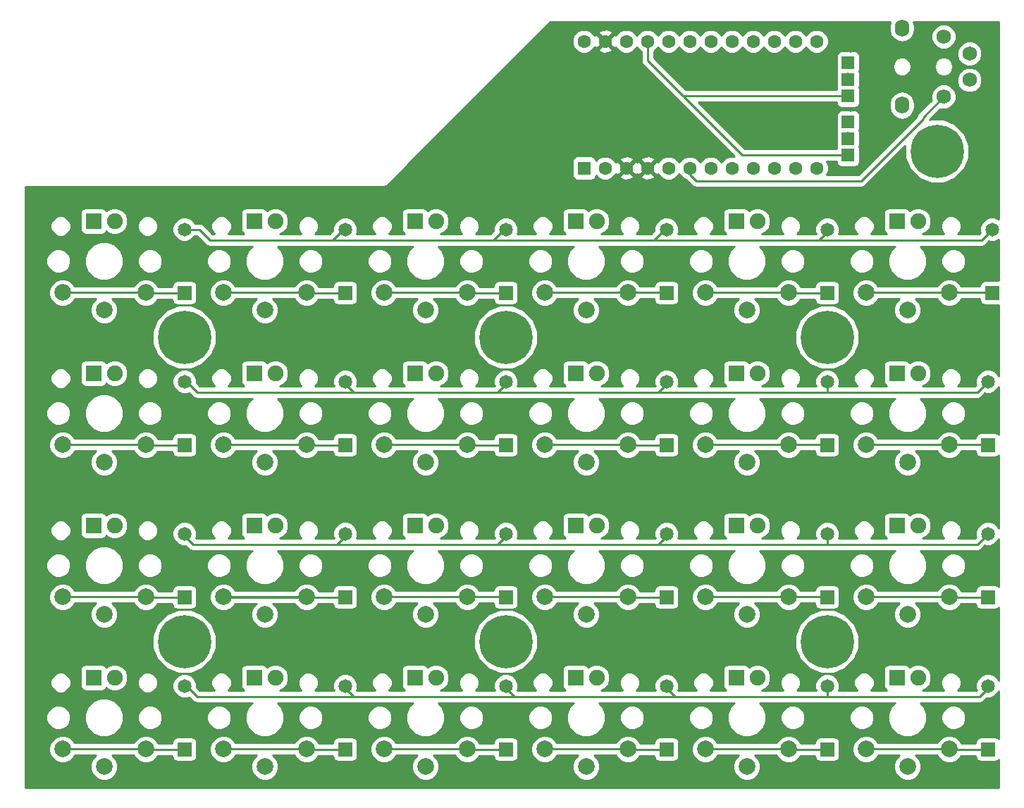
<source format=gbr>
G04 #@! TF.FileFunction,Copper,L1,Top,Signal*
%FSLAX46Y46*%
G04 Gerber Fmt 4.6, Leading zero omitted, Abs format (unit mm)*
G04 Created by KiCad (PCBNEW 4.0.7) date 05/28/18 22:28:37*
%MOMM*%
%LPD*%
G01*
G04 APERTURE LIST*
%ADD10C,0.100000*%
%ADD11C,2.000000*%
%ADD12R,1.905000X1.905000*%
%ADD13C,1.905000*%
%ADD14C,1.651000*%
%ADD15R,1.651000X1.651000*%
%ADD16R,1.524000X1.524000*%
%ADD17C,1.524000*%
%ADD18O,1.752600X2.057400*%
%ADD19C,1.752600*%
%ADD20R,1.600000X1.600000*%
%ADD21C,1.600000*%
%ADD22C,6.400000*%
%ADD23C,0.250000*%
%ADD24C,0.254000*%
G04 APERTURE END LIST*
D10*
D11*
X112188000Y-92192000D03*
D12*
X105918000Y-83592000D03*
D13*
X108458000Y-83592000D03*
D11*
X107188000Y-94292000D03*
X102188000Y-92192000D03*
D14*
X39624000Y-48006000D03*
D15*
X39624000Y-55626000D03*
D14*
X39624000Y-66294000D03*
D15*
X39624000Y-73914000D03*
D14*
X39624000Y-84582000D03*
D15*
X39624000Y-92202000D03*
D14*
X39624000Y-102870000D03*
D15*
X39624000Y-110490000D03*
D14*
X58928000Y-48006000D03*
D15*
X58928000Y-55626000D03*
D14*
X58928000Y-66294000D03*
D15*
X58928000Y-73914000D03*
D14*
X58928000Y-84582000D03*
D15*
X58928000Y-92202000D03*
D14*
X58928000Y-102870000D03*
D15*
X58928000Y-110490000D03*
D14*
X78232000Y-48006000D03*
D15*
X78232000Y-55626000D03*
D14*
X78232000Y-66294000D03*
D15*
X78232000Y-73914000D03*
D14*
X78232000Y-84582000D03*
D15*
X78232000Y-92202000D03*
D14*
X78232000Y-102870000D03*
D15*
X78232000Y-110490000D03*
D14*
X97536000Y-48006000D03*
D15*
X97536000Y-55626000D03*
D14*
X97536000Y-66294000D03*
D15*
X97536000Y-73914000D03*
D14*
X97536000Y-84582000D03*
D15*
X97536000Y-92202000D03*
D14*
X97536000Y-102870000D03*
D15*
X97536000Y-110490000D03*
D14*
X116840000Y-48006000D03*
D15*
X116840000Y-55626000D03*
D14*
X116840000Y-66294000D03*
D15*
X116840000Y-73914000D03*
D14*
X116840000Y-84582000D03*
D15*
X116840000Y-92202000D03*
D14*
X116840000Y-102870000D03*
D15*
X116840000Y-110490000D03*
D14*
X136652000Y-48006000D03*
D15*
X136652000Y-55626000D03*
D14*
X136144000Y-66294000D03*
D15*
X136144000Y-73914000D03*
D14*
X136144000Y-84582000D03*
D15*
X136144000Y-92202000D03*
D14*
X136144000Y-102870000D03*
D15*
X136144000Y-110490000D03*
D16*
X119348000Y-27972000D03*
X119348000Y-29972000D03*
X119348000Y-31972000D03*
D17*
X119338000Y-29962000D03*
X119358000Y-31972000D03*
X119338000Y-27962000D03*
D18*
X125831600Y-23799800D03*
D19*
X130835400Y-32054800D03*
X133934200Y-26847800D03*
D18*
X125831600Y-33096200D03*
D19*
X133934200Y-30048200D03*
X130835400Y-24841200D03*
D16*
X119348000Y-35084000D03*
X119348000Y-37084000D03*
X119348000Y-39084000D03*
D17*
X119338000Y-37074000D03*
X119358000Y-39084000D03*
X119338000Y-35074000D03*
D11*
X34972000Y-55616000D03*
D12*
X28702000Y-47016000D03*
D13*
X31242000Y-47016000D03*
D11*
X29972000Y-57716000D03*
X24972000Y-55616000D03*
X34972000Y-73904000D03*
D12*
X28702000Y-65304000D03*
D13*
X31242000Y-65304000D03*
D11*
X29972000Y-76004000D03*
X24972000Y-73904000D03*
X34972000Y-92192000D03*
D12*
X28702000Y-83592000D03*
D13*
X31242000Y-83592000D03*
D11*
X29972000Y-94292000D03*
X24972000Y-92192000D03*
X34972000Y-110480000D03*
D12*
X28702000Y-101880000D03*
D13*
X31242000Y-101880000D03*
D11*
X29972000Y-112580000D03*
X24972000Y-110480000D03*
X54276000Y-55616000D03*
D12*
X48006000Y-47016000D03*
D13*
X50546000Y-47016000D03*
D11*
X49276000Y-57716000D03*
X44276000Y-55616000D03*
X54276000Y-73904000D03*
D12*
X48006000Y-65304000D03*
D13*
X50546000Y-65304000D03*
D11*
X49276000Y-76004000D03*
X44276000Y-73904000D03*
X54276000Y-92192000D03*
D12*
X48006000Y-83592000D03*
D13*
X50546000Y-83592000D03*
D11*
X49276000Y-94292000D03*
X44276000Y-92192000D03*
X54276000Y-110480000D03*
D12*
X48006000Y-101880000D03*
D13*
X50546000Y-101880000D03*
D11*
X49276000Y-112580000D03*
X44276000Y-110480000D03*
X73580000Y-55616000D03*
D12*
X67310000Y-47016000D03*
D13*
X69850000Y-47016000D03*
D11*
X68580000Y-57716000D03*
X63580000Y-55616000D03*
X73580000Y-73904000D03*
D12*
X67310000Y-65304000D03*
D13*
X69850000Y-65304000D03*
D11*
X68580000Y-76004000D03*
X63580000Y-73904000D03*
X73580000Y-92192000D03*
D12*
X67310000Y-83592000D03*
D13*
X69850000Y-83592000D03*
D11*
X68580000Y-94292000D03*
X63580000Y-92192000D03*
X73580000Y-110480000D03*
D12*
X67310000Y-101880000D03*
D13*
X69850000Y-101880000D03*
D11*
X68580000Y-112580000D03*
X63580000Y-110480000D03*
X92884000Y-55616000D03*
D12*
X86614000Y-47016000D03*
D13*
X89154000Y-47016000D03*
D11*
X87884000Y-57716000D03*
X82884000Y-55616000D03*
X92884000Y-73904000D03*
D12*
X86614000Y-65304000D03*
D13*
X89154000Y-65304000D03*
D11*
X87884000Y-76004000D03*
X82884000Y-73904000D03*
X92884000Y-92192000D03*
D12*
X86614000Y-83592000D03*
D13*
X89154000Y-83592000D03*
D11*
X87884000Y-94292000D03*
X82884000Y-92192000D03*
X92884000Y-110480000D03*
D12*
X86614000Y-101880000D03*
D13*
X89154000Y-101880000D03*
D11*
X87884000Y-112580000D03*
X82884000Y-110480000D03*
X112188000Y-55616000D03*
D12*
X105918000Y-47016000D03*
D13*
X108458000Y-47016000D03*
D11*
X107188000Y-57716000D03*
X102188000Y-55616000D03*
X112188000Y-73904000D03*
D12*
X105918000Y-65304000D03*
D13*
X108458000Y-65304000D03*
D11*
X107188000Y-76004000D03*
X102188000Y-73904000D03*
X112188000Y-110480000D03*
D12*
X105918000Y-101880000D03*
D13*
X108458000Y-101880000D03*
D11*
X107188000Y-112580000D03*
X102188000Y-110480000D03*
X131492000Y-55616000D03*
D12*
X125222000Y-47016000D03*
D13*
X127762000Y-47016000D03*
D11*
X126492000Y-57716000D03*
X121492000Y-55616000D03*
X131492000Y-73904000D03*
D12*
X125222000Y-65304000D03*
D13*
X127762000Y-65304000D03*
D11*
X126492000Y-76004000D03*
X121492000Y-73904000D03*
X131492000Y-92192000D03*
D12*
X125222000Y-83592000D03*
D13*
X127762000Y-83592000D03*
D11*
X126492000Y-94292000D03*
X121492000Y-92192000D03*
X131492000Y-110480000D03*
D12*
X125222000Y-101880000D03*
D13*
X127762000Y-101880000D03*
D11*
X126492000Y-112580000D03*
X121492000Y-110480000D03*
D20*
X87630000Y-40640000D03*
D21*
X90170000Y-40640000D03*
X92710000Y-40640000D03*
X95250000Y-40640000D03*
X97790000Y-40640000D03*
X100330000Y-40640000D03*
X102870000Y-40640000D03*
X105410000Y-40640000D03*
X107950000Y-40640000D03*
X110490000Y-40640000D03*
X113030000Y-40640000D03*
X115570000Y-40640000D03*
X115570000Y-25400000D03*
X113030000Y-25400000D03*
X110490000Y-25400000D03*
X107950000Y-25400000D03*
X105410000Y-25400000D03*
X102870000Y-25400000D03*
X100330000Y-25400000D03*
X97790000Y-25400000D03*
X95250000Y-25400000D03*
X92710000Y-25400000D03*
X90170000Y-25400000D03*
X87630000Y-25400000D03*
D22*
X116840000Y-97536000D03*
X116840000Y-60960000D03*
X39624000Y-97536000D03*
X130048000Y-38608000D03*
X78232000Y-97536000D03*
X39624000Y-60960000D03*
X78232000Y-60960000D03*
D23*
X58928000Y-48006000D02*
X58674000Y-48006000D01*
X58674000Y-48006000D02*
X57404000Y-49276000D01*
X78232000Y-48006000D02*
X77978000Y-48006000D01*
X77978000Y-48006000D02*
X76708000Y-49276000D01*
X97536000Y-48006000D02*
X97282000Y-48006000D01*
X97282000Y-48006000D02*
X96012000Y-49276000D01*
X116840000Y-48006000D02*
X116840000Y-48260000D01*
X116840000Y-48260000D02*
X115824000Y-49276000D01*
X39624000Y-48006000D02*
X41402000Y-48006000D01*
X135382000Y-49276000D02*
X136652000Y-48006000D01*
X42672000Y-49276000D02*
X57404000Y-49276000D01*
X57404000Y-49276000D02*
X76708000Y-49276000D01*
X76708000Y-49276000D02*
X96012000Y-49276000D01*
X96012000Y-49276000D02*
X115824000Y-49276000D01*
X115824000Y-49276000D02*
X135382000Y-49276000D01*
X41402000Y-48006000D02*
X42672000Y-49276000D01*
X24972000Y-55616000D02*
X34972000Y-55616000D01*
X34972000Y-55616000D02*
X34982000Y-55626000D01*
X34982000Y-55626000D02*
X39624000Y-55626000D01*
X58928000Y-66294000D02*
X58928000Y-66548000D01*
X58928000Y-66548000D02*
X59944000Y-67564000D01*
X78232000Y-66294000D02*
X78232000Y-66548000D01*
X78232000Y-66548000D02*
X77216000Y-67564000D01*
X97536000Y-66294000D02*
X97536000Y-66548000D01*
X97536000Y-66548000D02*
X96520000Y-67564000D01*
X116840000Y-67564000D02*
X116840000Y-66294000D01*
X39624000Y-66294000D02*
X39878000Y-66294000D01*
X39878000Y-66294000D02*
X41148000Y-67564000D01*
X41148000Y-67564000D02*
X59944000Y-67564000D01*
X59944000Y-67564000D02*
X77216000Y-67564000D01*
X77216000Y-67564000D02*
X96520000Y-67564000D01*
X96520000Y-67564000D02*
X116840000Y-67564000D01*
X116840000Y-67564000D02*
X134874000Y-67564000D01*
X134874000Y-67564000D02*
X136144000Y-66294000D01*
X39624000Y-73914000D02*
X34982000Y-73914000D01*
X34982000Y-73914000D02*
X34972000Y-73904000D01*
X34972000Y-73904000D02*
X24972000Y-73904000D01*
X58928000Y-84582000D02*
X58928000Y-84836000D01*
X58928000Y-84836000D02*
X57912000Y-85852000D01*
X78232000Y-84582000D02*
X78232000Y-84836000D01*
X78232000Y-84836000D02*
X77216000Y-85852000D01*
X97536000Y-84582000D02*
X97536000Y-84836000D01*
X97536000Y-84836000D02*
X96520000Y-85852000D01*
X116840000Y-84582000D02*
X116840000Y-85852000D01*
X39624000Y-84582000D02*
X39624000Y-84836000D01*
X39624000Y-84836000D02*
X40640000Y-85852000D01*
X40640000Y-85852000D02*
X57912000Y-85852000D01*
X57912000Y-85852000D02*
X77216000Y-85852000D01*
X77216000Y-85852000D02*
X96520000Y-85852000D01*
X96520000Y-85852000D02*
X116840000Y-85852000D01*
X116840000Y-85852000D02*
X134874000Y-85852000D01*
X134874000Y-85852000D02*
X136144000Y-84582000D01*
X24972000Y-92192000D02*
X34972000Y-92192000D01*
X34972000Y-92192000D02*
X34982000Y-92202000D01*
X34982000Y-92202000D02*
X39624000Y-92202000D01*
X116840000Y-102870000D02*
X116840000Y-104140000D01*
X97536000Y-102870000D02*
X97536000Y-103124000D01*
X97536000Y-103124000D02*
X98552000Y-104140000D01*
X78232000Y-102870000D02*
X78232000Y-103124000D01*
X78232000Y-103124000D02*
X79248000Y-104140000D01*
X58928000Y-102870000D02*
X58928000Y-103124000D01*
X58928000Y-103124000D02*
X59944000Y-104140000D01*
X136144000Y-102870000D02*
X136144000Y-103124000D01*
X136144000Y-103124000D02*
X135128000Y-104140000D01*
X135128000Y-104140000D02*
X132588000Y-104140000D01*
X39624000Y-102870000D02*
X39878000Y-102870000D01*
X39878000Y-102870000D02*
X41148000Y-104140000D01*
X41148000Y-104140000D02*
X59944000Y-104140000D01*
X59944000Y-104140000D02*
X79248000Y-104140000D01*
X79248000Y-104140000D02*
X98552000Y-104140000D01*
X98552000Y-104140000D02*
X116840000Y-104140000D01*
X116840000Y-104140000D02*
X132588000Y-104140000D01*
X24972000Y-110480000D02*
X34972000Y-110480000D01*
X34972000Y-110480000D02*
X34982000Y-110490000D01*
X34982000Y-110490000D02*
X39624000Y-110490000D01*
X44276000Y-55616000D02*
X54276000Y-55616000D01*
X54276000Y-55616000D02*
X54286000Y-55626000D01*
X54286000Y-55626000D02*
X58928000Y-55626000D01*
X58928000Y-73914000D02*
X54286000Y-73914000D01*
X54286000Y-73914000D02*
X54276000Y-73904000D01*
X54276000Y-73904000D02*
X44276000Y-73904000D01*
X54276000Y-92192000D02*
X44276000Y-92192000D01*
X44276000Y-92192000D02*
X44286000Y-92202000D01*
X44286000Y-92202000D02*
X58928000Y-92202000D01*
X44276000Y-110480000D02*
X54276000Y-110480000D01*
X54276000Y-110480000D02*
X54286000Y-110490000D01*
X54286000Y-110490000D02*
X58928000Y-110490000D01*
X78232000Y-55626000D02*
X73590000Y-55626000D01*
X73590000Y-55626000D02*
X73580000Y-55616000D01*
X73580000Y-55616000D02*
X63580000Y-55616000D01*
X78232000Y-73914000D02*
X73590000Y-73914000D01*
X73590000Y-73914000D02*
X73580000Y-73904000D01*
X63580000Y-73904000D02*
X73580000Y-73904000D01*
X63580000Y-92192000D02*
X73580000Y-92192000D01*
X73580000Y-92192000D02*
X78222000Y-92192000D01*
X78222000Y-92192000D02*
X78232000Y-92202000D01*
X63580000Y-110480000D02*
X73580000Y-110480000D01*
X73580000Y-110480000D02*
X73590000Y-110490000D01*
X73590000Y-110490000D02*
X78232000Y-110490000D01*
X82884000Y-55616000D02*
X92884000Y-55616000D01*
X82884000Y-55616000D02*
X97526000Y-55616000D01*
X97526000Y-55616000D02*
X97536000Y-55626000D01*
X97536000Y-73914000D02*
X92894000Y-73914000D01*
X92894000Y-73914000D02*
X92884000Y-73904000D01*
X82884000Y-73904000D02*
X92884000Y-73904000D01*
X82884000Y-92192000D02*
X92884000Y-92192000D01*
X92884000Y-92192000D02*
X92894000Y-92202000D01*
X92894000Y-92202000D02*
X97536000Y-92202000D01*
X97536000Y-110490000D02*
X92894000Y-110490000D01*
X92894000Y-110490000D02*
X92884000Y-110480000D01*
X82884000Y-110480000D02*
X92884000Y-110480000D01*
X102188000Y-55616000D02*
X112188000Y-55616000D01*
X112188000Y-55616000D02*
X112198000Y-55626000D01*
X112198000Y-55626000D02*
X116840000Y-55626000D01*
X112188000Y-73904000D02*
X116830000Y-73904000D01*
X116830000Y-73904000D02*
X116840000Y-73914000D01*
X102188000Y-73904000D02*
X112188000Y-73904000D01*
X102188000Y-92192000D02*
X112188000Y-92192000D01*
X112188000Y-92192000D02*
X116830000Y-92192000D01*
X116830000Y-92192000D02*
X116840000Y-92202000D01*
X102188000Y-110480000D02*
X112188000Y-110480000D01*
X112188000Y-110480000D02*
X112198000Y-110490000D01*
X112198000Y-110490000D02*
X116840000Y-110490000D01*
X121492000Y-55616000D02*
X131492000Y-55616000D01*
X131492000Y-55616000D02*
X136642000Y-55616000D01*
X136642000Y-55616000D02*
X136652000Y-55626000D01*
X131492000Y-73904000D02*
X136134000Y-73904000D01*
X136134000Y-73904000D02*
X136144000Y-73914000D01*
X121492000Y-73904000D02*
X131492000Y-73904000D01*
X121492000Y-92192000D02*
X131492000Y-92192000D01*
X131492000Y-92192000D02*
X131502000Y-92202000D01*
X131502000Y-92202000D02*
X136144000Y-92202000D01*
X136144000Y-110490000D02*
X131502000Y-110490000D01*
X131502000Y-110490000D02*
X131492000Y-110480000D01*
X121492000Y-110480000D02*
X131492000Y-110480000D01*
X99568000Y-31972000D02*
X99568000Y-32004000D01*
X106648000Y-39084000D02*
X119348000Y-39084000D01*
X99568000Y-32004000D02*
X106648000Y-39084000D01*
X95250000Y-25400000D02*
X95250000Y-27686000D01*
X99536000Y-31972000D02*
X99568000Y-31972000D01*
X99568000Y-31972000D02*
X119348000Y-31972000D01*
X95250000Y-27686000D02*
X99536000Y-31972000D01*
X128346200Y-34544000D02*
X128346200Y-34721800D01*
X120904000Y-42164000D02*
X119888000Y-42164000D01*
X128346200Y-34721800D02*
X120904000Y-42164000D01*
X100330000Y-40640000D02*
X100330000Y-41402000D01*
X100330000Y-41402000D02*
X101092000Y-42164000D01*
X101092000Y-42164000D02*
X119888000Y-42164000D01*
X128346200Y-34544000D02*
X130835400Y-32054800D01*
D24*
G36*
X124320300Y-23614806D02*
X124320300Y-23984794D01*
X124435341Y-24563143D01*
X124762950Y-25053444D01*
X125253251Y-25381053D01*
X125831600Y-25496094D01*
X126409949Y-25381053D01*
X126769966Y-25140497D01*
X129323838Y-25140497D01*
X129553435Y-25696164D01*
X129978200Y-26121671D01*
X130533465Y-26352237D01*
X131134697Y-26352762D01*
X131690364Y-26123165D01*
X132115871Y-25698400D01*
X132346437Y-25143135D01*
X132346962Y-24541903D01*
X132117365Y-23986236D01*
X131692600Y-23560729D01*
X131137335Y-23330163D01*
X130536103Y-23329638D01*
X129980436Y-23559235D01*
X129554929Y-23984000D01*
X129324363Y-24539265D01*
X129323838Y-25140497D01*
X126769966Y-25140497D01*
X126900250Y-25053444D01*
X127227859Y-24563143D01*
X127342900Y-23984794D01*
X127342900Y-23614806D01*
X127232940Y-23062000D01*
X137466000Y-23062000D01*
X137466000Y-46762596D01*
X136943786Y-46545754D01*
X136362763Y-46545247D01*
X135825774Y-46767126D01*
X135414570Y-47177613D01*
X135191754Y-47714214D01*
X135191247Y-48295237D01*
X135219524Y-48363674D01*
X135067198Y-48516000D01*
X132558507Y-48516000D01*
X132758371Y-48316485D01*
X132946785Y-47862734D01*
X132947214Y-47371421D01*
X132759592Y-46917343D01*
X132412485Y-46569629D01*
X131958734Y-46381215D01*
X131467421Y-46380786D01*
X131013343Y-46568408D01*
X130665629Y-46915515D01*
X130477215Y-47369266D01*
X130476786Y-47860579D01*
X130664408Y-48314657D01*
X130865400Y-48516000D01*
X128288820Y-48516000D01*
X128660072Y-48362602D01*
X129107032Y-47916421D01*
X129349224Y-47333159D01*
X129349775Y-46701612D01*
X129108602Y-46117928D01*
X128662421Y-45670968D01*
X128079159Y-45428776D01*
X127447612Y-45428225D01*
X126863928Y-45669398D01*
X126749190Y-45783936D01*
X126638590Y-45612059D01*
X126426390Y-45467069D01*
X126174500Y-45416060D01*
X124269500Y-45416060D01*
X124034183Y-45460338D01*
X123818059Y-45599410D01*
X123673069Y-45811610D01*
X123622060Y-46063500D01*
X123622060Y-47968500D01*
X123666338Y-48203817D01*
X123805410Y-48419941D01*
X123945997Y-48516000D01*
X122118507Y-48516000D01*
X122318371Y-48316485D01*
X122506785Y-47862734D01*
X122507214Y-47371421D01*
X122319592Y-46917343D01*
X121972485Y-46569629D01*
X121518734Y-46381215D01*
X121027421Y-46380786D01*
X120573343Y-46568408D01*
X120225629Y-46915515D01*
X120037215Y-47369266D01*
X120036786Y-47860579D01*
X120224408Y-48314657D01*
X120425400Y-48516000D01*
X118209636Y-48516000D01*
X118300246Y-48297786D01*
X118300753Y-47716763D01*
X118078874Y-47179774D01*
X117668387Y-46768570D01*
X117131786Y-46545754D01*
X116550763Y-46545247D01*
X116013774Y-46767126D01*
X115602570Y-47177613D01*
X115379754Y-47714214D01*
X115379247Y-48295237D01*
X115470464Y-48516000D01*
X113254507Y-48516000D01*
X113454371Y-48316485D01*
X113642785Y-47862734D01*
X113643214Y-47371421D01*
X113455592Y-46917343D01*
X113108485Y-46569629D01*
X112654734Y-46381215D01*
X112163421Y-46380786D01*
X111709343Y-46568408D01*
X111361629Y-46915515D01*
X111173215Y-47369266D01*
X111172786Y-47860579D01*
X111360408Y-48314657D01*
X111561400Y-48516000D01*
X108984820Y-48516000D01*
X109356072Y-48362602D01*
X109803032Y-47916421D01*
X110045224Y-47333159D01*
X110045775Y-46701612D01*
X109804602Y-46117928D01*
X109358421Y-45670968D01*
X108775159Y-45428776D01*
X108143612Y-45428225D01*
X107559928Y-45669398D01*
X107445190Y-45783936D01*
X107334590Y-45612059D01*
X107122390Y-45467069D01*
X106870500Y-45416060D01*
X104965500Y-45416060D01*
X104730183Y-45460338D01*
X104514059Y-45599410D01*
X104369069Y-45811610D01*
X104318060Y-46063500D01*
X104318060Y-47968500D01*
X104362338Y-48203817D01*
X104501410Y-48419941D01*
X104641997Y-48516000D01*
X102814507Y-48516000D01*
X103014371Y-48316485D01*
X103202785Y-47862734D01*
X103203214Y-47371421D01*
X103015592Y-46917343D01*
X102668485Y-46569629D01*
X102214734Y-46381215D01*
X101723421Y-46380786D01*
X101269343Y-46568408D01*
X100921629Y-46915515D01*
X100733215Y-47369266D01*
X100732786Y-47860579D01*
X100920408Y-48314657D01*
X101121400Y-48516000D01*
X98905636Y-48516000D01*
X98996246Y-48297786D01*
X98996753Y-47716763D01*
X98774874Y-47179774D01*
X98364387Y-46768570D01*
X97827786Y-46545754D01*
X97246763Y-46545247D01*
X96709774Y-46767126D01*
X96298570Y-47177613D01*
X96075754Y-47714214D01*
X96075384Y-48137814D01*
X95697198Y-48516000D01*
X93950507Y-48516000D01*
X94150371Y-48316485D01*
X94338785Y-47862734D01*
X94339214Y-47371421D01*
X94151592Y-46917343D01*
X93804485Y-46569629D01*
X93350734Y-46381215D01*
X92859421Y-46380786D01*
X92405343Y-46568408D01*
X92057629Y-46915515D01*
X91869215Y-47369266D01*
X91868786Y-47860579D01*
X92056408Y-48314657D01*
X92257400Y-48516000D01*
X89680820Y-48516000D01*
X90052072Y-48362602D01*
X90499032Y-47916421D01*
X90741224Y-47333159D01*
X90741775Y-46701612D01*
X90500602Y-46117928D01*
X90054421Y-45670968D01*
X89471159Y-45428776D01*
X88839612Y-45428225D01*
X88255928Y-45669398D01*
X88141190Y-45783936D01*
X88030590Y-45612059D01*
X87818390Y-45467069D01*
X87566500Y-45416060D01*
X85661500Y-45416060D01*
X85426183Y-45460338D01*
X85210059Y-45599410D01*
X85065069Y-45811610D01*
X85014060Y-46063500D01*
X85014060Y-47968500D01*
X85058338Y-48203817D01*
X85197410Y-48419941D01*
X85337997Y-48516000D01*
X83510507Y-48516000D01*
X83710371Y-48316485D01*
X83898785Y-47862734D01*
X83899214Y-47371421D01*
X83711592Y-46917343D01*
X83364485Y-46569629D01*
X82910734Y-46381215D01*
X82419421Y-46380786D01*
X81965343Y-46568408D01*
X81617629Y-46915515D01*
X81429215Y-47369266D01*
X81428786Y-47860579D01*
X81616408Y-48314657D01*
X81817400Y-48516000D01*
X79601636Y-48516000D01*
X79692246Y-48297786D01*
X79692753Y-47716763D01*
X79470874Y-47179774D01*
X79060387Y-46768570D01*
X78523786Y-46545754D01*
X77942763Y-46545247D01*
X77405774Y-46767126D01*
X76994570Y-47177613D01*
X76771754Y-47714214D01*
X76771384Y-48137814D01*
X76393198Y-48516000D01*
X74646507Y-48516000D01*
X74846371Y-48316485D01*
X75034785Y-47862734D01*
X75035214Y-47371421D01*
X74847592Y-46917343D01*
X74500485Y-46569629D01*
X74046734Y-46381215D01*
X73555421Y-46380786D01*
X73101343Y-46568408D01*
X72753629Y-46915515D01*
X72565215Y-47369266D01*
X72564786Y-47860579D01*
X72752408Y-48314657D01*
X72953400Y-48516000D01*
X70376820Y-48516000D01*
X70748072Y-48362602D01*
X71195032Y-47916421D01*
X71437224Y-47333159D01*
X71437775Y-46701612D01*
X71196602Y-46117928D01*
X70750421Y-45670968D01*
X70167159Y-45428776D01*
X69535612Y-45428225D01*
X68951928Y-45669398D01*
X68837190Y-45783936D01*
X68726590Y-45612059D01*
X68514390Y-45467069D01*
X68262500Y-45416060D01*
X66357500Y-45416060D01*
X66122183Y-45460338D01*
X65906059Y-45599410D01*
X65761069Y-45811610D01*
X65710060Y-46063500D01*
X65710060Y-47968500D01*
X65754338Y-48203817D01*
X65893410Y-48419941D01*
X66033997Y-48516000D01*
X64206507Y-48516000D01*
X64406371Y-48316485D01*
X64594785Y-47862734D01*
X64595214Y-47371421D01*
X64407592Y-46917343D01*
X64060485Y-46569629D01*
X63606734Y-46381215D01*
X63115421Y-46380786D01*
X62661343Y-46568408D01*
X62313629Y-46915515D01*
X62125215Y-47369266D01*
X62124786Y-47860579D01*
X62312408Y-48314657D01*
X62513400Y-48516000D01*
X60297636Y-48516000D01*
X60388246Y-48297786D01*
X60388753Y-47716763D01*
X60166874Y-47179774D01*
X59756387Y-46768570D01*
X59219786Y-46545754D01*
X58638763Y-46545247D01*
X58101774Y-46767126D01*
X57690570Y-47177613D01*
X57467754Y-47714214D01*
X57467384Y-48137814D01*
X57089198Y-48516000D01*
X55342507Y-48516000D01*
X55542371Y-48316485D01*
X55730785Y-47862734D01*
X55731214Y-47371421D01*
X55543592Y-46917343D01*
X55196485Y-46569629D01*
X54742734Y-46381215D01*
X54251421Y-46380786D01*
X53797343Y-46568408D01*
X53449629Y-46915515D01*
X53261215Y-47369266D01*
X53260786Y-47860579D01*
X53448408Y-48314657D01*
X53649400Y-48516000D01*
X51072820Y-48516000D01*
X51444072Y-48362602D01*
X51891032Y-47916421D01*
X52133224Y-47333159D01*
X52133775Y-46701612D01*
X51892602Y-46117928D01*
X51446421Y-45670968D01*
X50863159Y-45428776D01*
X50231612Y-45428225D01*
X49647928Y-45669398D01*
X49533190Y-45783936D01*
X49422590Y-45612059D01*
X49210390Y-45467069D01*
X48958500Y-45416060D01*
X47053500Y-45416060D01*
X46818183Y-45460338D01*
X46602059Y-45599410D01*
X46457069Y-45811610D01*
X46406060Y-46063500D01*
X46406060Y-47968500D01*
X46450338Y-48203817D01*
X46589410Y-48419941D01*
X46729997Y-48516000D01*
X44902507Y-48516000D01*
X45102371Y-48316485D01*
X45290785Y-47862734D01*
X45291214Y-47371421D01*
X45103592Y-46917343D01*
X44756485Y-46569629D01*
X44302734Y-46381215D01*
X43811421Y-46380786D01*
X43357343Y-46568408D01*
X43009629Y-46915515D01*
X42821215Y-47369266D01*
X42820786Y-47860579D01*
X43008408Y-48314657D01*
X43209400Y-48516000D01*
X42986802Y-48516000D01*
X41939401Y-47468599D01*
X41692839Y-47303852D01*
X41402000Y-47246000D01*
X40890238Y-47246000D01*
X40862874Y-47179774D01*
X40452387Y-46768570D01*
X39915786Y-46545754D01*
X39334763Y-46545247D01*
X38797774Y-46767126D01*
X38386570Y-47177613D01*
X38163754Y-47714214D01*
X38163247Y-48295237D01*
X38385126Y-48832226D01*
X38795613Y-49243430D01*
X39332214Y-49466246D01*
X39913237Y-49466753D01*
X40450226Y-49244874D01*
X40861430Y-48834387D01*
X40889827Y-48766000D01*
X41087198Y-48766000D01*
X42134599Y-49813401D01*
X42381160Y-49978148D01*
X42672000Y-50036000D01*
X47754036Y-50036000D01*
X47297638Y-50491602D01*
X46941407Y-51349502D01*
X46940596Y-52278422D01*
X47295329Y-53136943D01*
X47951602Y-53794362D01*
X48809502Y-54150593D01*
X49738422Y-54151404D01*
X50596943Y-53796671D01*
X51254362Y-53140398D01*
X51610593Y-52282498D01*
X51610743Y-52110089D01*
X53290743Y-52110089D01*
X53516344Y-52656086D01*
X53933717Y-53074188D01*
X54479319Y-53300742D01*
X55070089Y-53301257D01*
X55616086Y-53075656D01*
X56034188Y-52658283D01*
X56260742Y-52112681D01*
X56260744Y-52110089D01*
X61594743Y-52110089D01*
X61820344Y-52656086D01*
X62237717Y-53074188D01*
X62783319Y-53300742D01*
X63374089Y-53301257D01*
X63920086Y-53075656D01*
X64338188Y-52658283D01*
X64564742Y-52112681D01*
X64565257Y-51521911D01*
X64339656Y-50975914D01*
X63922283Y-50557812D01*
X63376681Y-50331258D01*
X62785911Y-50330743D01*
X62239914Y-50556344D01*
X61821812Y-50973717D01*
X61595258Y-51519319D01*
X61594743Y-52110089D01*
X56260744Y-52110089D01*
X56261257Y-51521911D01*
X56035656Y-50975914D01*
X55618283Y-50557812D01*
X55072681Y-50331258D01*
X54481911Y-50330743D01*
X53935914Y-50556344D01*
X53517812Y-50973717D01*
X53291258Y-51519319D01*
X53290743Y-52110089D01*
X51610743Y-52110089D01*
X51611404Y-51353578D01*
X51256671Y-50495057D01*
X50798414Y-50036000D01*
X67058036Y-50036000D01*
X66601638Y-50491602D01*
X66245407Y-51349502D01*
X66244596Y-52278422D01*
X66599329Y-53136943D01*
X67255602Y-53794362D01*
X68113502Y-54150593D01*
X69042422Y-54151404D01*
X69900943Y-53796671D01*
X70558362Y-53140398D01*
X70914593Y-52282498D01*
X70914743Y-52110089D01*
X72594743Y-52110089D01*
X72820344Y-52656086D01*
X73237717Y-53074188D01*
X73783319Y-53300742D01*
X74374089Y-53301257D01*
X74920086Y-53075656D01*
X75338188Y-52658283D01*
X75564742Y-52112681D01*
X75564744Y-52110089D01*
X80898743Y-52110089D01*
X81124344Y-52656086D01*
X81541717Y-53074188D01*
X82087319Y-53300742D01*
X82678089Y-53301257D01*
X83224086Y-53075656D01*
X83642188Y-52658283D01*
X83868742Y-52112681D01*
X83869257Y-51521911D01*
X83643656Y-50975914D01*
X83226283Y-50557812D01*
X82680681Y-50331258D01*
X82089911Y-50330743D01*
X81543914Y-50556344D01*
X81125812Y-50973717D01*
X80899258Y-51519319D01*
X80898743Y-52110089D01*
X75564744Y-52110089D01*
X75565257Y-51521911D01*
X75339656Y-50975914D01*
X74922283Y-50557812D01*
X74376681Y-50331258D01*
X73785911Y-50330743D01*
X73239914Y-50556344D01*
X72821812Y-50973717D01*
X72595258Y-51519319D01*
X72594743Y-52110089D01*
X70914743Y-52110089D01*
X70915404Y-51353578D01*
X70560671Y-50495057D01*
X70102414Y-50036000D01*
X86362036Y-50036000D01*
X85905638Y-50491602D01*
X85549407Y-51349502D01*
X85548596Y-52278422D01*
X85903329Y-53136943D01*
X86559602Y-53794362D01*
X87417502Y-54150593D01*
X88346422Y-54151404D01*
X89204943Y-53796671D01*
X89862362Y-53140398D01*
X90218593Y-52282498D01*
X90218743Y-52110089D01*
X91898743Y-52110089D01*
X92124344Y-52656086D01*
X92541717Y-53074188D01*
X93087319Y-53300742D01*
X93678089Y-53301257D01*
X94224086Y-53075656D01*
X94642188Y-52658283D01*
X94868742Y-52112681D01*
X94868744Y-52110089D01*
X100202743Y-52110089D01*
X100428344Y-52656086D01*
X100845717Y-53074188D01*
X101391319Y-53300742D01*
X101982089Y-53301257D01*
X102528086Y-53075656D01*
X102946188Y-52658283D01*
X103172742Y-52112681D01*
X103173257Y-51521911D01*
X102947656Y-50975914D01*
X102530283Y-50557812D01*
X101984681Y-50331258D01*
X101393911Y-50330743D01*
X100847914Y-50556344D01*
X100429812Y-50973717D01*
X100203258Y-51519319D01*
X100202743Y-52110089D01*
X94868744Y-52110089D01*
X94869257Y-51521911D01*
X94643656Y-50975914D01*
X94226283Y-50557812D01*
X93680681Y-50331258D01*
X93089911Y-50330743D01*
X92543914Y-50556344D01*
X92125812Y-50973717D01*
X91899258Y-51519319D01*
X91898743Y-52110089D01*
X90218743Y-52110089D01*
X90219404Y-51353578D01*
X89864671Y-50495057D01*
X89406414Y-50036000D01*
X105666036Y-50036000D01*
X105209638Y-50491602D01*
X104853407Y-51349502D01*
X104852596Y-52278422D01*
X105207329Y-53136943D01*
X105863602Y-53794362D01*
X106721502Y-54150593D01*
X107650422Y-54151404D01*
X108508943Y-53796671D01*
X109166362Y-53140398D01*
X109522593Y-52282498D01*
X109522743Y-52110089D01*
X111202743Y-52110089D01*
X111428344Y-52656086D01*
X111845717Y-53074188D01*
X112391319Y-53300742D01*
X112982089Y-53301257D01*
X113528086Y-53075656D01*
X113946188Y-52658283D01*
X114172742Y-52112681D01*
X114172744Y-52110089D01*
X119506743Y-52110089D01*
X119732344Y-52656086D01*
X120149717Y-53074188D01*
X120695319Y-53300742D01*
X121286089Y-53301257D01*
X121832086Y-53075656D01*
X122250188Y-52658283D01*
X122476742Y-52112681D01*
X122477257Y-51521911D01*
X122251656Y-50975914D01*
X121834283Y-50557812D01*
X121288681Y-50331258D01*
X120697911Y-50330743D01*
X120151914Y-50556344D01*
X119733812Y-50973717D01*
X119507258Y-51519319D01*
X119506743Y-52110089D01*
X114172744Y-52110089D01*
X114173257Y-51521911D01*
X113947656Y-50975914D01*
X113530283Y-50557812D01*
X112984681Y-50331258D01*
X112393911Y-50330743D01*
X111847914Y-50556344D01*
X111429812Y-50973717D01*
X111203258Y-51519319D01*
X111202743Y-52110089D01*
X109522743Y-52110089D01*
X109523404Y-51353578D01*
X109168671Y-50495057D01*
X108710414Y-50036000D01*
X124970036Y-50036000D01*
X124513638Y-50491602D01*
X124157407Y-51349502D01*
X124156596Y-52278422D01*
X124511329Y-53136943D01*
X125167602Y-53794362D01*
X126025502Y-54150593D01*
X126954422Y-54151404D01*
X127812943Y-53796671D01*
X128470362Y-53140398D01*
X128826593Y-52282498D01*
X128826743Y-52110089D01*
X130506743Y-52110089D01*
X130732344Y-52656086D01*
X131149717Y-53074188D01*
X131695319Y-53300742D01*
X132286089Y-53301257D01*
X132832086Y-53075656D01*
X133250188Y-52658283D01*
X133476742Y-52112681D01*
X133477257Y-51521911D01*
X133251656Y-50975914D01*
X132834283Y-50557812D01*
X132288681Y-50331258D01*
X131697911Y-50330743D01*
X131151914Y-50556344D01*
X130733812Y-50973717D01*
X130507258Y-51519319D01*
X130506743Y-52110089D01*
X128826743Y-52110089D01*
X128827404Y-51353578D01*
X128472671Y-50495057D01*
X128014414Y-50036000D01*
X135382000Y-50036000D01*
X135672839Y-49978148D01*
X135919401Y-49813401D01*
X136294036Y-49438766D01*
X136360214Y-49466246D01*
X136941237Y-49466753D01*
X137466000Y-49249926D01*
X137466000Y-54153060D01*
X135826500Y-54153060D01*
X135591183Y-54197338D01*
X135375059Y-54336410D01*
X135230069Y-54548610D01*
X135179060Y-54800500D01*
X135179060Y-54856000D01*
X132947047Y-54856000D01*
X132878894Y-54691057D01*
X132419363Y-54230722D01*
X131818648Y-53981284D01*
X131168205Y-53980716D01*
X130567057Y-54229106D01*
X130106722Y-54688637D01*
X130037227Y-54856000D01*
X122947047Y-54856000D01*
X122878894Y-54691057D01*
X122419363Y-54230722D01*
X121818648Y-53981284D01*
X121168205Y-53980716D01*
X120567057Y-54229106D01*
X120106722Y-54688637D01*
X119857284Y-55289352D01*
X119856716Y-55939795D01*
X120105106Y-56540943D01*
X120564637Y-57001278D01*
X121165352Y-57250716D01*
X121815795Y-57251284D01*
X122416943Y-57002894D01*
X122877278Y-56543363D01*
X122946773Y-56376000D01*
X125520081Y-56376000D01*
X125106722Y-56788637D01*
X124857284Y-57389352D01*
X124856716Y-58039795D01*
X125105106Y-58640943D01*
X125564637Y-59101278D01*
X126165352Y-59350716D01*
X126815795Y-59351284D01*
X127416943Y-59102894D01*
X127877278Y-58643363D01*
X128126716Y-58042648D01*
X128127284Y-57392205D01*
X127878894Y-56791057D01*
X127464562Y-56376000D01*
X130036953Y-56376000D01*
X130105106Y-56540943D01*
X130564637Y-57001278D01*
X131165352Y-57250716D01*
X131815795Y-57251284D01*
X132416943Y-57002894D01*
X132877278Y-56543363D01*
X132946773Y-56376000D01*
X135179060Y-56376000D01*
X135179060Y-56451500D01*
X135223338Y-56686817D01*
X135362410Y-56902941D01*
X135574610Y-57047931D01*
X135826500Y-57098940D01*
X137466000Y-57098940D01*
X137466000Y-65668955D01*
X137382874Y-65467774D01*
X136972387Y-65056570D01*
X136435786Y-64833754D01*
X135854763Y-64833247D01*
X135317774Y-65055126D01*
X134906570Y-65465613D01*
X134683754Y-66002214D01*
X134683247Y-66583237D01*
X134711524Y-66651674D01*
X134559198Y-66804000D01*
X132558507Y-66804000D01*
X132758371Y-66604485D01*
X132946785Y-66150734D01*
X132947214Y-65659421D01*
X132759592Y-65205343D01*
X132412485Y-64857629D01*
X131958734Y-64669215D01*
X131467421Y-64668786D01*
X131013343Y-64856408D01*
X130665629Y-65203515D01*
X130477215Y-65657266D01*
X130476786Y-66148579D01*
X130664408Y-66602657D01*
X130865400Y-66804000D01*
X128288820Y-66804000D01*
X128660072Y-66650602D01*
X129107032Y-66204421D01*
X129349224Y-65621159D01*
X129349775Y-64989612D01*
X129108602Y-64405928D01*
X128662421Y-63958968D01*
X128079159Y-63716776D01*
X127447612Y-63716225D01*
X126863928Y-63957398D01*
X126749190Y-64071936D01*
X126638590Y-63900059D01*
X126426390Y-63755069D01*
X126174500Y-63704060D01*
X124269500Y-63704060D01*
X124034183Y-63748338D01*
X123818059Y-63887410D01*
X123673069Y-64099610D01*
X123622060Y-64351500D01*
X123622060Y-66256500D01*
X123666338Y-66491817D01*
X123805410Y-66707941D01*
X123945997Y-66804000D01*
X122118507Y-66804000D01*
X122318371Y-66604485D01*
X122506785Y-66150734D01*
X122507214Y-65659421D01*
X122319592Y-65205343D01*
X121972485Y-64857629D01*
X121518734Y-64669215D01*
X121027421Y-64668786D01*
X120573343Y-64856408D01*
X120225629Y-65203515D01*
X120037215Y-65657266D01*
X120036786Y-66148579D01*
X120224408Y-66602657D01*
X120425400Y-66804000D01*
X118209636Y-66804000D01*
X118300246Y-66585786D01*
X118300753Y-66004763D01*
X118078874Y-65467774D01*
X117668387Y-65056570D01*
X117131786Y-64833754D01*
X116550763Y-64833247D01*
X116013774Y-65055126D01*
X115602570Y-65465613D01*
X115379754Y-66002214D01*
X115379247Y-66583237D01*
X115470464Y-66804000D01*
X113254507Y-66804000D01*
X113454371Y-66604485D01*
X113642785Y-66150734D01*
X113643214Y-65659421D01*
X113455592Y-65205343D01*
X113108485Y-64857629D01*
X112654734Y-64669215D01*
X112163421Y-64668786D01*
X111709343Y-64856408D01*
X111361629Y-65203515D01*
X111173215Y-65657266D01*
X111172786Y-66148579D01*
X111360408Y-66602657D01*
X111561400Y-66804000D01*
X108984820Y-66804000D01*
X109356072Y-66650602D01*
X109803032Y-66204421D01*
X110045224Y-65621159D01*
X110045775Y-64989612D01*
X109804602Y-64405928D01*
X109358421Y-63958968D01*
X108775159Y-63716776D01*
X108143612Y-63716225D01*
X107559928Y-63957398D01*
X107445190Y-64071936D01*
X107334590Y-63900059D01*
X107122390Y-63755069D01*
X106870500Y-63704060D01*
X104965500Y-63704060D01*
X104730183Y-63748338D01*
X104514059Y-63887410D01*
X104369069Y-64099610D01*
X104318060Y-64351500D01*
X104318060Y-66256500D01*
X104362338Y-66491817D01*
X104501410Y-66707941D01*
X104641997Y-66804000D01*
X102814507Y-66804000D01*
X103014371Y-66604485D01*
X103202785Y-66150734D01*
X103203214Y-65659421D01*
X103015592Y-65205343D01*
X102668485Y-64857629D01*
X102214734Y-64669215D01*
X101723421Y-64668786D01*
X101269343Y-64856408D01*
X100921629Y-65203515D01*
X100733215Y-65657266D01*
X100732786Y-66148579D01*
X100920408Y-66602657D01*
X101121400Y-66804000D01*
X98905636Y-66804000D01*
X98996246Y-66585786D01*
X98996753Y-66004763D01*
X98774874Y-65467774D01*
X98364387Y-65056570D01*
X97827786Y-64833754D01*
X97246763Y-64833247D01*
X96709774Y-65055126D01*
X96298570Y-65465613D01*
X96075754Y-66002214D01*
X96075247Y-66583237D01*
X96166464Y-66804000D01*
X93950507Y-66804000D01*
X94150371Y-66604485D01*
X94338785Y-66150734D01*
X94339214Y-65659421D01*
X94151592Y-65205343D01*
X93804485Y-64857629D01*
X93350734Y-64669215D01*
X92859421Y-64668786D01*
X92405343Y-64856408D01*
X92057629Y-65203515D01*
X91869215Y-65657266D01*
X91868786Y-66148579D01*
X92056408Y-66602657D01*
X92257400Y-66804000D01*
X89680820Y-66804000D01*
X90052072Y-66650602D01*
X90499032Y-66204421D01*
X90741224Y-65621159D01*
X90741775Y-64989612D01*
X90500602Y-64405928D01*
X90054421Y-63958968D01*
X89471159Y-63716776D01*
X88839612Y-63716225D01*
X88255928Y-63957398D01*
X88141190Y-64071936D01*
X88030590Y-63900059D01*
X87818390Y-63755069D01*
X87566500Y-63704060D01*
X85661500Y-63704060D01*
X85426183Y-63748338D01*
X85210059Y-63887410D01*
X85065069Y-64099610D01*
X85014060Y-64351500D01*
X85014060Y-66256500D01*
X85058338Y-66491817D01*
X85197410Y-66707941D01*
X85337997Y-66804000D01*
X83510507Y-66804000D01*
X83710371Y-66604485D01*
X83898785Y-66150734D01*
X83899214Y-65659421D01*
X83711592Y-65205343D01*
X83364485Y-64857629D01*
X82910734Y-64669215D01*
X82419421Y-64668786D01*
X81965343Y-64856408D01*
X81617629Y-65203515D01*
X81429215Y-65657266D01*
X81428786Y-66148579D01*
X81616408Y-66602657D01*
X81817400Y-66804000D01*
X79601636Y-66804000D01*
X79692246Y-66585786D01*
X79692753Y-66004763D01*
X79470874Y-65467774D01*
X79060387Y-65056570D01*
X78523786Y-64833754D01*
X77942763Y-64833247D01*
X77405774Y-65055126D01*
X76994570Y-65465613D01*
X76771754Y-66002214D01*
X76771247Y-66583237D01*
X76862464Y-66804000D01*
X74646507Y-66804000D01*
X74846371Y-66604485D01*
X75034785Y-66150734D01*
X75035214Y-65659421D01*
X74847592Y-65205343D01*
X74500485Y-64857629D01*
X74046734Y-64669215D01*
X73555421Y-64668786D01*
X73101343Y-64856408D01*
X72753629Y-65203515D01*
X72565215Y-65657266D01*
X72564786Y-66148579D01*
X72752408Y-66602657D01*
X72953400Y-66804000D01*
X70376820Y-66804000D01*
X70748072Y-66650602D01*
X71195032Y-66204421D01*
X71437224Y-65621159D01*
X71437775Y-64989612D01*
X71196602Y-64405928D01*
X70750421Y-63958968D01*
X70167159Y-63716776D01*
X69535612Y-63716225D01*
X68951928Y-63957398D01*
X68837190Y-64071936D01*
X68726590Y-63900059D01*
X68514390Y-63755069D01*
X68262500Y-63704060D01*
X66357500Y-63704060D01*
X66122183Y-63748338D01*
X65906059Y-63887410D01*
X65761069Y-64099610D01*
X65710060Y-64351500D01*
X65710060Y-66256500D01*
X65754338Y-66491817D01*
X65893410Y-66707941D01*
X66033997Y-66804000D01*
X64206507Y-66804000D01*
X64406371Y-66604485D01*
X64594785Y-66150734D01*
X64595214Y-65659421D01*
X64407592Y-65205343D01*
X64060485Y-64857629D01*
X63606734Y-64669215D01*
X63115421Y-64668786D01*
X62661343Y-64856408D01*
X62313629Y-65203515D01*
X62125215Y-65657266D01*
X62124786Y-66148579D01*
X62312408Y-66602657D01*
X62513400Y-66804000D01*
X60297636Y-66804000D01*
X60388246Y-66585786D01*
X60388753Y-66004763D01*
X60166874Y-65467774D01*
X59756387Y-65056570D01*
X59219786Y-64833754D01*
X58638763Y-64833247D01*
X58101774Y-65055126D01*
X57690570Y-65465613D01*
X57467754Y-66002214D01*
X57467247Y-66583237D01*
X57558464Y-66804000D01*
X55342507Y-66804000D01*
X55542371Y-66604485D01*
X55730785Y-66150734D01*
X55731214Y-65659421D01*
X55543592Y-65205343D01*
X55196485Y-64857629D01*
X54742734Y-64669215D01*
X54251421Y-64668786D01*
X53797343Y-64856408D01*
X53449629Y-65203515D01*
X53261215Y-65657266D01*
X53260786Y-66148579D01*
X53448408Y-66602657D01*
X53649400Y-66804000D01*
X51072820Y-66804000D01*
X51444072Y-66650602D01*
X51891032Y-66204421D01*
X52133224Y-65621159D01*
X52133775Y-64989612D01*
X51892602Y-64405928D01*
X51446421Y-63958968D01*
X50863159Y-63716776D01*
X50231612Y-63716225D01*
X49647928Y-63957398D01*
X49533190Y-64071936D01*
X49422590Y-63900059D01*
X49210390Y-63755069D01*
X48958500Y-63704060D01*
X47053500Y-63704060D01*
X46818183Y-63748338D01*
X46602059Y-63887410D01*
X46457069Y-64099610D01*
X46406060Y-64351500D01*
X46406060Y-66256500D01*
X46450338Y-66491817D01*
X46589410Y-66707941D01*
X46729997Y-66804000D01*
X44902507Y-66804000D01*
X45102371Y-66604485D01*
X45290785Y-66150734D01*
X45291214Y-65659421D01*
X45103592Y-65205343D01*
X44756485Y-64857629D01*
X44302734Y-64669215D01*
X43811421Y-64668786D01*
X43357343Y-64856408D01*
X43009629Y-65203515D01*
X42821215Y-65657266D01*
X42820786Y-66148579D01*
X43008408Y-66602657D01*
X43209400Y-66804000D01*
X41462802Y-66804000D01*
X41084386Y-66425584D01*
X41084753Y-66004763D01*
X40862874Y-65467774D01*
X40452387Y-65056570D01*
X39915786Y-64833754D01*
X39334763Y-64833247D01*
X38797774Y-65055126D01*
X38386570Y-65465613D01*
X38163754Y-66002214D01*
X38163247Y-66583237D01*
X38385126Y-67120226D01*
X38795613Y-67531430D01*
X39332214Y-67754246D01*
X39913237Y-67754753D01*
X40161409Y-67652211D01*
X40610599Y-68101401D01*
X40857160Y-68266148D01*
X41148000Y-68324000D01*
X47754036Y-68324000D01*
X47297638Y-68779602D01*
X46941407Y-69637502D01*
X46940596Y-70566422D01*
X47295329Y-71424943D01*
X47951602Y-72082362D01*
X48809502Y-72438593D01*
X49738422Y-72439404D01*
X50596943Y-72084671D01*
X51254362Y-71428398D01*
X51610593Y-70570498D01*
X51610743Y-70398089D01*
X53290743Y-70398089D01*
X53516344Y-70944086D01*
X53933717Y-71362188D01*
X54479319Y-71588742D01*
X55070089Y-71589257D01*
X55616086Y-71363656D01*
X56034188Y-70946283D01*
X56260742Y-70400681D01*
X56260744Y-70398089D01*
X61594743Y-70398089D01*
X61820344Y-70944086D01*
X62237717Y-71362188D01*
X62783319Y-71588742D01*
X63374089Y-71589257D01*
X63920086Y-71363656D01*
X64338188Y-70946283D01*
X64564742Y-70400681D01*
X64565257Y-69809911D01*
X64339656Y-69263914D01*
X63922283Y-68845812D01*
X63376681Y-68619258D01*
X62785911Y-68618743D01*
X62239914Y-68844344D01*
X61821812Y-69261717D01*
X61595258Y-69807319D01*
X61594743Y-70398089D01*
X56260744Y-70398089D01*
X56261257Y-69809911D01*
X56035656Y-69263914D01*
X55618283Y-68845812D01*
X55072681Y-68619258D01*
X54481911Y-68618743D01*
X53935914Y-68844344D01*
X53517812Y-69261717D01*
X53291258Y-69807319D01*
X53290743Y-70398089D01*
X51610743Y-70398089D01*
X51611404Y-69641578D01*
X51256671Y-68783057D01*
X50798414Y-68324000D01*
X67058036Y-68324000D01*
X66601638Y-68779602D01*
X66245407Y-69637502D01*
X66244596Y-70566422D01*
X66599329Y-71424943D01*
X67255602Y-72082362D01*
X68113502Y-72438593D01*
X69042422Y-72439404D01*
X69900943Y-72084671D01*
X70558362Y-71428398D01*
X70914593Y-70570498D01*
X70914743Y-70398089D01*
X72594743Y-70398089D01*
X72820344Y-70944086D01*
X73237717Y-71362188D01*
X73783319Y-71588742D01*
X74374089Y-71589257D01*
X74920086Y-71363656D01*
X75338188Y-70946283D01*
X75564742Y-70400681D01*
X75564744Y-70398089D01*
X80898743Y-70398089D01*
X81124344Y-70944086D01*
X81541717Y-71362188D01*
X82087319Y-71588742D01*
X82678089Y-71589257D01*
X83224086Y-71363656D01*
X83642188Y-70946283D01*
X83868742Y-70400681D01*
X83869257Y-69809911D01*
X83643656Y-69263914D01*
X83226283Y-68845812D01*
X82680681Y-68619258D01*
X82089911Y-68618743D01*
X81543914Y-68844344D01*
X81125812Y-69261717D01*
X80899258Y-69807319D01*
X80898743Y-70398089D01*
X75564744Y-70398089D01*
X75565257Y-69809911D01*
X75339656Y-69263914D01*
X74922283Y-68845812D01*
X74376681Y-68619258D01*
X73785911Y-68618743D01*
X73239914Y-68844344D01*
X72821812Y-69261717D01*
X72595258Y-69807319D01*
X72594743Y-70398089D01*
X70914743Y-70398089D01*
X70915404Y-69641578D01*
X70560671Y-68783057D01*
X70102414Y-68324000D01*
X86362036Y-68324000D01*
X85905638Y-68779602D01*
X85549407Y-69637502D01*
X85548596Y-70566422D01*
X85903329Y-71424943D01*
X86559602Y-72082362D01*
X87417502Y-72438593D01*
X88346422Y-72439404D01*
X89204943Y-72084671D01*
X89862362Y-71428398D01*
X90218593Y-70570498D01*
X90218743Y-70398089D01*
X91898743Y-70398089D01*
X92124344Y-70944086D01*
X92541717Y-71362188D01*
X93087319Y-71588742D01*
X93678089Y-71589257D01*
X94224086Y-71363656D01*
X94642188Y-70946283D01*
X94868742Y-70400681D01*
X94868744Y-70398089D01*
X100202743Y-70398089D01*
X100428344Y-70944086D01*
X100845717Y-71362188D01*
X101391319Y-71588742D01*
X101982089Y-71589257D01*
X102528086Y-71363656D01*
X102946188Y-70946283D01*
X103172742Y-70400681D01*
X103173257Y-69809911D01*
X102947656Y-69263914D01*
X102530283Y-68845812D01*
X101984681Y-68619258D01*
X101393911Y-68618743D01*
X100847914Y-68844344D01*
X100429812Y-69261717D01*
X100203258Y-69807319D01*
X100202743Y-70398089D01*
X94868744Y-70398089D01*
X94869257Y-69809911D01*
X94643656Y-69263914D01*
X94226283Y-68845812D01*
X93680681Y-68619258D01*
X93089911Y-68618743D01*
X92543914Y-68844344D01*
X92125812Y-69261717D01*
X91899258Y-69807319D01*
X91898743Y-70398089D01*
X90218743Y-70398089D01*
X90219404Y-69641578D01*
X89864671Y-68783057D01*
X89406414Y-68324000D01*
X105666036Y-68324000D01*
X105209638Y-68779602D01*
X104853407Y-69637502D01*
X104852596Y-70566422D01*
X105207329Y-71424943D01*
X105863602Y-72082362D01*
X106721502Y-72438593D01*
X107650422Y-72439404D01*
X108508943Y-72084671D01*
X109166362Y-71428398D01*
X109522593Y-70570498D01*
X109522743Y-70398089D01*
X111202743Y-70398089D01*
X111428344Y-70944086D01*
X111845717Y-71362188D01*
X112391319Y-71588742D01*
X112982089Y-71589257D01*
X113528086Y-71363656D01*
X113946188Y-70946283D01*
X114172742Y-70400681D01*
X114172744Y-70398089D01*
X119506743Y-70398089D01*
X119732344Y-70944086D01*
X120149717Y-71362188D01*
X120695319Y-71588742D01*
X121286089Y-71589257D01*
X121832086Y-71363656D01*
X122250188Y-70946283D01*
X122476742Y-70400681D01*
X122477257Y-69809911D01*
X122251656Y-69263914D01*
X121834283Y-68845812D01*
X121288681Y-68619258D01*
X120697911Y-68618743D01*
X120151914Y-68844344D01*
X119733812Y-69261717D01*
X119507258Y-69807319D01*
X119506743Y-70398089D01*
X114172744Y-70398089D01*
X114173257Y-69809911D01*
X113947656Y-69263914D01*
X113530283Y-68845812D01*
X112984681Y-68619258D01*
X112393911Y-68618743D01*
X111847914Y-68844344D01*
X111429812Y-69261717D01*
X111203258Y-69807319D01*
X111202743Y-70398089D01*
X109522743Y-70398089D01*
X109523404Y-69641578D01*
X109168671Y-68783057D01*
X108710414Y-68324000D01*
X124970036Y-68324000D01*
X124513638Y-68779602D01*
X124157407Y-69637502D01*
X124156596Y-70566422D01*
X124511329Y-71424943D01*
X125167602Y-72082362D01*
X126025502Y-72438593D01*
X126954422Y-72439404D01*
X127812943Y-72084671D01*
X128470362Y-71428398D01*
X128826593Y-70570498D01*
X128826743Y-70398089D01*
X130506743Y-70398089D01*
X130732344Y-70944086D01*
X131149717Y-71362188D01*
X131695319Y-71588742D01*
X132286089Y-71589257D01*
X132832086Y-71363656D01*
X133250188Y-70946283D01*
X133476742Y-70400681D01*
X133477257Y-69809911D01*
X133251656Y-69263914D01*
X132834283Y-68845812D01*
X132288681Y-68619258D01*
X131697911Y-68618743D01*
X131151914Y-68844344D01*
X130733812Y-69261717D01*
X130507258Y-69807319D01*
X130506743Y-70398089D01*
X128826743Y-70398089D01*
X128827404Y-69641578D01*
X128472671Y-68783057D01*
X128014414Y-68324000D01*
X134874000Y-68324000D01*
X135164839Y-68266148D01*
X135411401Y-68101401D01*
X135786036Y-67726766D01*
X135852214Y-67754246D01*
X136433237Y-67754753D01*
X136970226Y-67532874D01*
X137381430Y-67122387D01*
X137466000Y-66918720D01*
X137466000Y-72687426D01*
X137433590Y-72637059D01*
X137221390Y-72492069D01*
X136969500Y-72441060D01*
X135318500Y-72441060D01*
X135083183Y-72485338D01*
X134867059Y-72624410D01*
X134722069Y-72836610D01*
X134671060Y-73088500D01*
X134671060Y-73144000D01*
X132947047Y-73144000D01*
X132878894Y-72979057D01*
X132419363Y-72518722D01*
X131818648Y-72269284D01*
X131168205Y-72268716D01*
X130567057Y-72517106D01*
X130106722Y-72976637D01*
X130037227Y-73144000D01*
X122947047Y-73144000D01*
X122878894Y-72979057D01*
X122419363Y-72518722D01*
X121818648Y-72269284D01*
X121168205Y-72268716D01*
X120567057Y-72517106D01*
X120106722Y-72976637D01*
X119857284Y-73577352D01*
X119856716Y-74227795D01*
X120105106Y-74828943D01*
X120564637Y-75289278D01*
X121165352Y-75538716D01*
X121815795Y-75539284D01*
X122416943Y-75290894D01*
X122877278Y-74831363D01*
X122946773Y-74664000D01*
X125520081Y-74664000D01*
X125106722Y-75076637D01*
X124857284Y-75677352D01*
X124856716Y-76327795D01*
X125105106Y-76928943D01*
X125564637Y-77389278D01*
X126165352Y-77638716D01*
X126815795Y-77639284D01*
X127416943Y-77390894D01*
X127877278Y-76931363D01*
X128126716Y-76330648D01*
X128127284Y-75680205D01*
X127878894Y-75079057D01*
X127464562Y-74664000D01*
X130036953Y-74664000D01*
X130105106Y-74828943D01*
X130564637Y-75289278D01*
X131165352Y-75538716D01*
X131815795Y-75539284D01*
X132416943Y-75290894D01*
X132877278Y-74831363D01*
X132946773Y-74664000D01*
X134671060Y-74664000D01*
X134671060Y-74739500D01*
X134715338Y-74974817D01*
X134854410Y-75190941D01*
X135066610Y-75335931D01*
X135318500Y-75386940D01*
X136969500Y-75386940D01*
X137204817Y-75342662D01*
X137420941Y-75203590D01*
X137466000Y-75137644D01*
X137466000Y-83956955D01*
X137382874Y-83755774D01*
X136972387Y-83344570D01*
X136435786Y-83121754D01*
X135854763Y-83121247D01*
X135317774Y-83343126D01*
X134906570Y-83753613D01*
X134683754Y-84290214D01*
X134683247Y-84871237D01*
X134711524Y-84939674D01*
X134559198Y-85092000D01*
X132558507Y-85092000D01*
X132758371Y-84892485D01*
X132946785Y-84438734D01*
X132947214Y-83947421D01*
X132759592Y-83493343D01*
X132412485Y-83145629D01*
X131958734Y-82957215D01*
X131467421Y-82956786D01*
X131013343Y-83144408D01*
X130665629Y-83491515D01*
X130477215Y-83945266D01*
X130476786Y-84436579D01*
X130664408Y-84890657D01*
X130865400Y-85092000D01*
X128288820Y-85092000D01*
X128660072Y-84938602D01*
X129107032Y-84492421D01*
X129349224Y-83909159D01*
X129349775Y-83277612D01*
X129108602Y-82693928D01*
X128662421Y-82246968D01*
X128079159Y-82004776D01*
X127447612Y-82004225D01*
X126863928Y-82245398D01*
X126749190Y-82359936D01*
X126638590Y-82188059D01*
X126426390Y-82043069D01*
X126174500Y-81992060D01*
X124269500Y-81992060D01*
X124034183Y-82036338D01*
X123818059Y-82175410D01*
X123673069Y-82387610D01*
X123622060Y-82639500D01*
X123622060Y-84544500D01*
X123666338Y-84779817D01*
X123805410Y-84995941D01*
X123945997Y-85092000D01*
X122118507Y-85092000D01*
X122318371Y-84892485D01*
X122506785Y-84438734D01*
X122507214Y-83947421D01*
X122319592Y-83493343D01*
X121972485Y-83145629D01*
X121518734Y-82957215D01*
X121027421Y-82956786D01*
X120573343Y-83144408D01*
X120225629Y-83491515D01*
X120037215Y-83945266D01*
X120036786Y-84436579D01*
X120224408Y-84890657D01*
X120425400Y-85092000D01*
X118209636Y-85092000D01*
X118300246Y-84873786D01*
X118300753Y-84292763D01*
X118078874Y-83755774D01*
X117668387Y-83344570D01*
X117131786Y-83121754D01*
X116550763Y-83121247D01*
X116013774Y-83343126D01*
X115602570Y-83753613D01*
X115379754Y-84290214D01*
X115379247Y-84871237D01*
X115470464Y-85092000D01*
X113254507Y-85092000D01*
X113454371Y-84892485D01*
X113642785Y-84438734D01*
X113643214Y-83947421D01*
X113455592Y-83493343D01*
X113108485Y-83145629D01*
X112654734Y-82957215D01*
X112163421Y-82956786D01*
X111709343Y-83144408D01*
X111361629Y-83491515D01*
X111173215Y-83945266D01*
X111172786Y-84436579D01*
X111360408Y-84890657D01*
X111561400Y-85092000D01*
X108984820Y-85092000D01*
X109356072Y-84938602D01*
X109803032Y-84492421D01*
X110045224Y-83909159D01*
X110045775Y-83277612D01*
X109804602Y-82693928D01*
X109358421Y-82246968D01*
X108775159Y-82004776D01*
X108143612Y-82004225D01*
X107559928Y-82245398D01*
X107445190Y-82359936D01*
X107334590Y-82188059D01*
X107122390Y-82043069D01*
X106870500Y-81992060D01*
X104965500Y-81992060D01*
X104730183Y-82036338D01*
X104514059Y-82175410D01*
X104369069Y-82387610D01*
X104318060Y-82639500D01*
X104318060Y-84544500D01*
X104362338Y-84779817D01*
X104501410Y-84995941D01*
X104641997Y-85092000D01*
X102814507Y-85092000D01*
X103014371Y-84892485D01*
X103202785Y-84438734D01*
X103203214Y-83947421D01*
X103015592Y-83493343D01*
X102668485Y-83145629D01*
X102214734Y-82957215D01*
X101723421Y-82956786D01*
X101269343Y-83144408D01*
X100921629Y-83491515D01*
X100733215Y-83945266D01*
X100732786Y-84436579D01*
X100920408Y-84890657D01*
X101121400Y-85092000D01*
X98905636Y-85092000D01*
X98996246Y-84873786D01*
X98996753Y-84292763D01*
X98774874Y-83755774D01*
X98364387Y-83344570D01*
X97827786Y-83121754D01*
X97246763Y-83121247D01*
X96709774Y-83343126D01*
X96298570Y-83753613D01*
X96075754Y-84290214D01*
X96075247Y-84871237D01*
X96166464Y-85092000D01*
X93950507Y-85092000D01*
X94150371Y-84892485D01*
X94338785Y-84438734D01*
X94339214Y-83947421D01*
X94151592Y-83493343D01*
X93804485Y-83145629D01*
X93350734Y-82957215D01*
X92859421Y-82956786D01*
X92405343Y-83144408D01*
X92057629Y-83491515D01*
X91869215Y-83945266D01*
X91868786Y-84436579D01*
X92056408Y-84890657D01*
X92257400Y-85092000D01*
X89680820Y-85092000D01*
X90052072Y-84938602D01*
X90499032Y-84492421D01*
X90741224Y-83909159D01*
X90741775Y-83277612D01*
X90500602Y-82693928D01*
X90054421Y-82246968D01*
X89471159Y-82004776D01*
X88839612Y-82004225D01*
X88255928Y-82245398D01*
X88141190Y-82359936D01*
X88030590Y-82188059D01*
X87818390Y-82043069D01*
X87566500Y-81992060D01*
X85661500Y-81992060D01*
X85426183Y-82036338D01*
X85210059Y-82175410D01*
X85065069Y-82387610D01*
X85014060Y-82639500D01*
X85014060Y-84544500D01*
X85058338Y-84779817D01*
X85197410Y-84995941D01*
X85337997Y-85092000D01*
X83510507Y-85092000D01*
X83710371Y-84892485D01*
X83898785Y-84438734D01*
X83899214Y-83947421D01*
X83711592Y-83493343D01*
X83364485Y-83145629D01*
X82910734Y-82957215D01*
X82419421Y-82956786D01*
X81965343Y-83144408D01*
X81617629Y-83491515D01*
X81429215Y-83945266D01*
X81428786Y-84436579D01*
X81616408Y-84890657D01*
X81817400Y-85092000D01*
X79601636Y-85092000D01*
X79692246Y-84873786D01*
X79692753Y-84292763D01*
X79470874Y-83755774D01*
X79060387Y-83344570D01*
X78523786Y-83121754D01*
X77942763Y-83121247D01*
X77405774Y-83343126D01*
X76994570Y-83753613D01*
X76771754Y-84290214D01*
X76771247Y-84871237D01*
X76862464Y-85092000D01*
X74646507Y-85092000D01*
X74846371Y-84892485D01*
X75034785Y-84438734D01*
X75035214Y-83947421D01*
X74847592Y-83493343D01*
X74500485Y-83145629D01*
X74046734Y-82957215D01*
X73555421Y-82956786D01*
X73101343Y-83144408D01*
X72753629Y-83491515D01*
X72565215Y-83945266D01*
X72564786Y-84436579D01*
X72752408Y-84890657D01*
X72953400Y-85092000D01*
X70376820Y-85092000D01*
X70748072Y-84938602D01*
X71195032Y-84492421D01*
X71437224Y-83909159D01*
X71437775Y-83277612D01*
X71196602Y-82693928D01*
X70750421Y-82246968D01*
X70167159Y-82004776D01*
X69535612Y-82004225D01*
X68951928Y-82245398D01*
X68837190Y-82359936D01*
X68726590Y-82188059D01*
X68514390Y-82043069D01*
X68262500Y-81992060D01*
X66357500Y-81992060D01*
X66122183Y-82036338D01*
X65906059Y-82175410D01*
X65761069Y-82387610D01*
X65710060Y-82639500D01*
X65710060Y-84544500D01*
X65754338Y-84779817D01*
X65893410Y-84995941D01*
X66033997Y-85092000D01*
X64206507Y-85092000D01*
X64406371Y-84892485D01*
X64594785Y-84438734D01*
X64595214Y-83947421D01*
X64407592Y-83493343D01*
X64060485Y-83145629D01*
X63606734Y-82957215D01*
X63115421Y-82956786D01*
X62661343Y-83144408D01*
X62313629Y-83491515D01*
X62125215Y-83945266D01*
X62124786Y-84436579D01*
X62312408Y-84890657D01*
X62513400Y-85092000D01*
X60297636Y-85092000D01*
X60388246Y-84873786D01*
X60388753Y-84292763D01*
X60166874Y-83755774D01*
X59756387Y-83344570D01*
X59219786Y-83121754D01*
X58638763Y-83121247D01*
X58101774Y-83343126D01*
X57690570Y-83753613D01*
X57467754Y-84290214D01*
X57467247Y-84871237D01*
X57558464Y-85092000D01*
X55342507Y-85092000D01*
X55542371Y-84892485D01*
X55730785Y-84438734D01*
X55731214Y-83947421D01*
X55543592Y-83493343D01*
X55196485Y-83145629D01*
X54742734Y-82957215D01*
X54251421Y-82956786D01*
X53797343Y-83144408D01*
X53449629Y-83491515D01*
X53261215Y-83945266D01*
X53260786Y-84436579D01*
X53448408Y-84890657D01*
X53649400Y-85092000D01*
X51072820Y-85092000D01*
X51444072Y-84938602D01*
X51891032Y-84492421D01*
X52133224Y-83909159D01*
X52133775Y-83277612D01*
X51892602Y-82693928D01*
X51446421Y-82246968D01*
X50863159Y-82004776D01*
X50231612Y-82004225D01*
X49647928Y-82245398D01*
X49533190Y-82359936D01*
X49422590Y-82188059D01*
X49210390Y-82043069D01*
X48958500Y-81992060D01*
X47053500Y-81992060D01*
X46818183Y-82036338D01*
X46602059Y-82175410D01*
X46457069Y-82387610D01*
X46406060Y-82639500D01*
X46406060Y-84544500D01*
X46450338Y-84779817D01*
X46589410Y-84995941D01*
X46729997Y-85092000D01*
X44902507Y-85092000D01*
X45102371Y-84892485D01*
X45290785Y-84438734D01*
X45291214Y-83947421D01*
X45103592Y-83493343D01*
X44756485Y-83145629D01*
X44302734Y-82957215D01*
X43811421Y-82956786D01*
X43357343Y-83144408D01*
X43009629Y-83491515D01*
X42821215Y-83945266D01*
X42820786Y-84436579D01*
X43008408Y-84890657D01*
X43209400Y-85092000D01*
X40993636Y-85092000D01*
X41084246Y-84873786D01*
X41084753Y-84292763D01*
X40862874Y-83755774D01*
X40452387Y-83344570D01*
X39915786Y-83121754D01*
X39334763Y-83121247D01*
X38797774Y-83343126D01*
X38386570Y-83753613D01*
X38163754Y-84290214D01*
X38163247Y-84871237D01*
X38385126Y-85408226D01*
X38795613Y-85819430D01*
X39332214Y-86042246D01*
X39755814Y-86042616D01*
X40102599Y-86389401D01*
X40349161Y-86554148D01*
X40640000Y-86612000D01*
X47754036Y-86612000D01*
X47297638Y-87067602D01*
X46941407Y-87925502D01*
X46940596Y-88854422D01*
X47295329Y-89712943D01*
X47951602Y-90370362D01*
X48809502Y-90726593D01*
X49738422Y-90727404D01*
X50596943Y-90372671D01*
X51254362Y-89716398D01*
X51610593Y-88858498D01*
X51610743Y-88686089D01*
X53290743Y-88686089D01*
X53516344Y-89232086D01*
X53933717Y-89650188D01*
X54479319Y-89876742D01*
X55070089Y-89877257D01*
X55616086Y-89651656D01*
X56034188Y-89234283D01*
X56260742Y-88688681D01*
X56260744Y-88686089D01*
X61594743Y-88686089D01*
X61820344Y-89232086D01*
X62237717Y-89650188D01*
X62783319Y-89876742D01*
X63374089Y-89877257D01*
X63920086Y-89651656D01*
X64338188Y-89234283D01*
X64564742Y-88688681D01*
X64565257Y-88097911D01*
X64339656Y-87551914D01*
X63922283Y-87133812D01*
X63376681Y-86907258D01*
X62785911Y-86906743D01*
X62239914Y-87132344D01*
X61821812Y-87549717D01*
X61595258Y-88095319D01*
X61594743Y-88686089D01*
X56260744Y-88686089D01*
X56261257Y-88097911D01*
X56035656Y-87551914D01*
X55618283Y-87133812D01*
X55072681Y-86907258D01*
X54481911Y-86906743D01*
X53935914Y-87132344D01*
X53517812Y-87549717D01*
X53291258Y-88095319D01*
X53290743Y-88686089D01*
X51610743Y-88686089D01*
X51611404Y-87929578D01*
X51256671Y-87071057D01*
X50798414Y-86612000D01*
X67058036Y-86612000D01*
X66601638Y-87067602D01*
X66245407Y-87925502D01*
X66244596Y-88854422D01*
X66599329Y-89712943D01*
X67255602Y-90370362D01*
X68113502Y-90726593D01*
X69042422Y-90727404D01*
X69900943Y-90372671D01*
X70558362Y-89716398D01*
X70914593Y-88858498D01*
X70914743Y-88686089D01*
X72594743Y-88686089D01*
X72820344Y-89232086D01*
X73237717Y-89650188D01*
X73783319Y-89876742D01*
X74374089Y-89877257D01*
X74920086Y-89651656D01*
X75338188Y-89234283D01*
X75564742Y-88688681D01*
X75564744Y-88686089D01*
X80898743Y-88686089D01*
X81124344Y-89232086D01*
X81541717Y-89650188D01*
X82087319Y-89876742D01*
X82678089Y-89877257D01*
X83224086Y-89651656D01*
X83642188Y-89234283D01*
X83868742Y-88688681D01*
X83869257Y-88097911D01*
X83643656Y-87551914D01*
X83226283Y-87133812D01*
X82680681Y-86907258D01*
X82089911Y-86906743D01*
X81543914Y-87132344D01*
X81125812Y-87549717D01*
X80899258Y-88095319D01*
X80898743Y-88686089D01*
X75564744Y-88686089D01*
X75565257Y-88097911D01*
X75339656Y-87551914D01*
X74922283Y-87133812D01*
X74376681Y-86907258D01*
X73785911Y-86906743D01*
X73239914Y-87132344D01*
X72821812Y-87549717D01*
X72595258Y-88095319D01*
X72594743Y-88686089D01*
X70914743Y-88686089D01*
X70915404Y-87929578D01*
X70560671Y-87071057D01*
X70102414Y-86612000D01*
X86362036Y-86612000D01*
X85905638Y-87067602D01*
X85549407Y-87925502D01*
X85548596Y-88854422D01*
X85903329Y-89712943D01*
X86559602Y-90370362D01*
X87417502Y-90726593D01*
X88346422Y-90727404D01*
X89204943Y-90372671D01*
X89862362Y-89716398D01*
X90218593Y-88858498D01*
X90218743Y-88686089D01*
X91898743Y-88686089D01*
X92124344Y-89232086D01*
X92541717Y-89650188D01*
X93087319Y-89876742D01*
X93678089Y-89877257D01*
X94224086Y-89651656D01*
X94642188Y-89234283D01*
X94868742Y-88688681D01*
X94868744Y-88686089D01*
X100202743Y-88686089D01*
X100428344Y-89232086D01*
X100845717Y-89650188D01*
X101391319Y-89876742D01*
X101982089Y-89877257D01*
X102528086Y-89651656D01*
X102946188Y-89234283D01*
X103172742Y-88688681D01*
X103173257Y-88097911D01*
X102947656Y-87551914D01*
X102530283Y-87133812D01*
X101984681Y-86907258D01*
X101393911Y-86906743D01*
X100847914Y-87132344D01*
X100429812Y-87549717D01*
X100203258Y-88095319D01*
X100202743Y-88686089D01*
X94868744Y-88686089D01*
X94869257Y-88097911D01*
X94643656Y-87551914D01*
X94226283Y-87133812D01*
X93680681Y-86907258D01*
X93089911Y-86906743D01*
X92543914Y-87132344D01*
X92125812Y-87549717D01*
X91899258Y-88095319D01*
X91898743Y-88686089D01*
X90218743Y-88686089D01*
X90219404Y-87929578D01*
X89864671Y-87071057D01*
X89406414Y-86612000D01*
X105666036Y-86612000D01*
X105209638Y-87067602D01*
X104853407Y-87925502D01*
X104852596Y-88854422D01*
X105207329Y-89712943D01*
X105863602Y-90370362D01*
X106721502Y-90726593D01*
X107650422Y-90727404D01*
X108508943Y-90372671D01*
X109166362Y-89716398D01*
X109522593Y-88858498D01*
X109522743Y-88686089D01*
X111202743Y-88686089D01*
X111428344Y-89232086D01*
X111845717Y-89650188D01*
X112391319Y-89876742D01*
X112982089Y-89877257D01*
X113528086Y-89651656D01*
X113946188Y-89234283D01*
X114172742Y-88688681D01*
X114172744Y-88686089D01*
X119506743Y-88686089D01*
X119732344Y-89232086D01*
X120149717Y-89650188D01*
X120695319Y-89876742D01*
X121286089Y-89877257D01*
X121832086Y-89651656D01*
X122250188Y-89234283D01*
X122476742Y-88688681D01*
X122477257Y-88097911D01*
X122251656Y-87551914D01*
X121834283Y-87133812D01*
X121288681Y-86907258D01*
X120697911Y-86906743D01*
X120151914Y-87132344D01*
X119733812Y-87549717D01*
X119507258Y-88095319D01*
X119506743Y-88686089D01*
X114172744Y-88686089D01*
X114173257Y-88097911D01*
X113947656Y-87551914D01*
X113530283Y-87133812D01*
X112984681Y-86907258D01*
X112393911Y-86906743D01*
X111847914Y-87132344D01*
X111429812Y-87549717D01*
X111203258Y-88095319D01*
X111202743Y-88686089D01*
X109522743Y-88686089D01*
X109523404Y-87929578D01*
X109168671Y-87071057D01*
X108710414Y-86612000D01*
X124970036Y-86612000D01*
X124513638Y-87067602D01*
X124157407Y-87925502D01*
X124156596Y-88854422D01*
X124511329Y-89712943D01*
X125167602Y-90370362D01*
X126025502Y-90726593D01*
X126954422Y-90727404D01*
X127812943Y-90372671D01*
X128470362Y-89716398D01*
X128826593Y-88858498D01*
X128826743Y-88686089D01*
X130506743Y-88686089D01*
X130732344Y-89232086D01*
X131149717Y-89650188D01*
X131695319Y-89876742D01*
X132286089Y-89877257D01*
X132832086Y-89651656D01*
X133250188Y-89234283D01*
X133476742Y-88688681D01*
X133477257Y-88097911D01*
X133251656Y-87551914D01*
X132834283Y-87133812D01*
X132288681Y-86907258D01*
X131697911Y-86906743D01*
X131151914Y-87132344D01*
X130733812Y-87549717D01*
X130507258Y-88095319D01*
X130506743Y-88686089D01*
X128826743Y-88686089D01*
X128827404Y-87929578D01*
X128472671Y-87071057D01*
X128014414Y-86612000D01*
X134874000Y-86612000D01*
X135164839Y-86554148D01*
X135411401Y-86389401D01*
X135786036Y-86014766D01*
X135852214Y-86042246D01*
X136433237Y-86042753D01*
X136970226Y-85820874D01*
X137381430Y-85410387D01*
X137466000Y-85206720D01*
X137466000Y-90975426D01*
X137433590Y-90925059D01*
X137221390Y-90780069D01*
X136969500Y-90729060D01*
X135318500Y-90729060D01*
X135083183Y-90773338D01*
X134867059Y-90912410D01*
X134722069Y-91124610D01*
X134671060Y-91376500D01*
X134671060Y-91442000D01*
X132951179Y-91442000D01*
X132878894Y-91267057D01*
X132419363Y-90806722D01*
X131818648Y-90557284D01*
X131168205Y-90556716D01*
X130567057Y-90805106D01*
X130106722Y-91264637D01*
X130037227Y-91432000D01*
X122947047Y-91432000D01*
X122878894Y-91267057D01*
X122419363Y-90806722D01*
X121818648Y-90557284D01*
X121168205Y-90556716D01*
X120567057Y-90805106D01*
X120106722Y-91264637D01*
X119857284Y-91865352D01*
X119856716Y-92515795D01*
X120105106Y-93116943D01*
X120564637Y-93577278D01*
X121165352Y-93826716D01*
X121815795Y-93827284D01*
X122416943Y-93578894D01*
X122877278Y-93119363D01*
X122946773Y-92952000D01*
X125520081Y-92952000D01*
X125106722Y-93364637D01*
X124857284Y-93965352D01*
X124856716Y-94615795D01*
X125105106Y-95216943D01*
X125564637Y-95677278D01*
X126165352Y-95926716D01*
X126815795Y-95927284D01*
X127416943Y-95678894D01*
X127877278Y-95219363D01*
X128126716Y-94618648D01*
X128127284Y-93968205D01*
X127878894Y-93367057D01*
X127464562Y-92952000D01*
X130036953Y-92952000D01*
X130105106Y-93116943D01*
X130564637Y-93577278D01*
X131165352Y-93826716D01*
X131815795Y-93827284D01*
X132416943Y-93578894D01*
X132877278Y-93119363D01*
X132942621Y-92962000D01*
X134671060Y-92962000D01*
X134671060Y-93027500D01*
X134715338Y-93262817D01*
X134854410Y-93478941D01*
X135066610Y-93623931D01*
X135318500Y-93674940D01*
X136969500Y-93674940D01*
X137204817Y-93630662D01*
X137420941Y-93491590D01*
X137466000Y-93425644D01*
X137466000Y-102244955D01*
X137382874Y-102043774D01*
X136972387Y-101632570D01*
X136435786Y-101409754D01*
X135854763Y-101409247D01*
X135317774Y-101631126D01*
X134906570Y-102041613D01*
X134683754Y-102578214D01*
X134683247Y-103159237D01*
X134774464Y-103380000D01*
X132558507Y-103380000D01*
X132758371Y-103180485D01*
X132946785Y-102726734D01*
X132947214Y-102235421D01*
X132759592Y-101781343D01*
X132412485Y-101433629D01*
X131958734Y-101245215D01*
X131467421Y-101244786D01*
X131013343Y-101432408D01*
X130665629Y-101779515D01*
X130477215Y-102233266D01*
X130476786Y-102724579D01*
X130664408Y-103178657D01*
X130865400Y-103380000D01*
X128288820Y-103380000D01*
X128660072Y-103226602D01*
X129107032Y-102780421D01*
X129349224Y-102197159D01*
X129349775Y-101565612D01*
X129108602Y-100981928D01*
X128662421Y-100534968D01*
X128079159Y-100292776D01*
X127447612Y-100292225D01*
X126863928Y-100533398D01*
X126749190Y-100647936D01*
X126638590Y-100476059D01*
X126426390Y-100331069D01*
X126174500Y-100280060D01*
X124269500Y-100280060D01*
X124034183Y-100324338D01*
X123818059Y-100463410D01*
X123673069Y-100675610D01*
X123622060Y-100927500D01*
X123622060Y-102832500D01*
X123666338Y-103067817D01*
X123805410Y-103283941D01*
X123945997Y-103380000D01*
X122118507Y-103380000D01*
X122318371Y-103180485D01*
X122506785Y-102726734D01*
X122507214Y-102235421D01*
X122319592Y-101781343D01*
X121972485Y-101433629D01*
X121518734Y-101245215D01*
X121027421Y-101244786D01*
X120573343Y-101432408D01*
X120225629Y-101779515D01*
X120037215Y-102233266D01*
X120036786Y-102724579D01*
X120224408Y-103178657D01*
X120425400Y-103380000D01*
X118209636Y-103380000D01*
X118300246Y-103161786D01*
X118300753Y-102580763D01*
X118078874Y-102043774D01*
X117668387Y-101632570D01*
X117131786Y-101409754D01*
X116550763Y-101409247D01*
X116013774Y-101631126D01*
X115602570Y-102041613D01*
X115379754Y-102578214D01*
X115379247Y-103159237D01*
X115470464Y-103380000D01*
X113254507Y-103380000D01*
X113454371Y-103180485D01*
X113642785Y-102726734D01*
X113643214Y-102235421D01*
X113455592Y-101781343D01*
X113108485Y-101433629D01*
X112654734Y-101245215D01*
X112163421Y-101244786D01*
X111709343Y-101432408D01*
X111361629Y-101779515D01*
X111173215Y-102233266D01*
X111172786Y-102724579D01*
X111360408Y-103178657D01*
X111561400Y-103380000D01*
X108984820Y-103380000D01*
X109356072Y-103226602D01*
X109803032Y-102780421D01*
X110045224Y-102197159D01*
X110045775Y-101565612D01*
X109804602Y-100981928D01*
X109358421Y-100534968D01*
X108775159Y-100292776D01*
X108143612Y-100292225D01*
X107559928Y-100533398D01*
X107445190Y-100647936D01*
X107334590Y-100476059D01*
X107122390Y-100331069D01*
X106870500Y-100280060D01*
X104965500Y-100280060D01*
X104730183Y-100324338D01*
X104514059Y-100463410D01*
X104369069Y-100675610D01*
X104318060Y-100927500D01*
X104318060Y-102832500D01*
X104362338Y-103067817D01*
X104501410Y-103283941D01*
X104641997Y-103380000D01*
X102814507Y-103380000D01*
X103014371Y-103180485D01*
X103202785Y-102726734D01*
X103203214Y-102235421D01*
X103015592Y-101781343D01*
X102668485Y-101433629D01*
X102214734Y-101245215D01*
X101723421Y-101244786D01*
X101269343Y-101432408D01*
X100921629Y-101779515D01*
X100733215Y-102233266D01*
X100732786Y-102724579D01*
X100920408Y-103178657D01*
X101121400Y-103380000D01*
X98905636Y-103380000D01*
X98996246Y-103161786D01*
X98996753Y-102580763D01*
X98774874Y-102043774D01*
X98364387Y-101632570D01*
X97827786Y-101409754D01*
X97246763Y-101409247D01*
X96709774Y-101631126D01*
X96298570Y-102041613D01*
X96075754Y-102578214D01*
X96075247Y-103159237D01*
X96166464Y-103380000D01*
X93950507Y-103380000D01*
X94150371Y-103180485D01*
X94338785Y-102726734D01*
X94339214Y-102235421D01*
X94151592Y-101781343D01*
X93804485Y-101433629D01*
X93350734Y-101245215D01*
X92859421Y-101244786D01*
X92405343Y-101432408D01*
X92057629Y-101779515D01*
X91869215Y-102233266D01*
X91868786Y-102724579D01*
X92056408Y-103178657D01*
X92257400Y-103380000D01*
X89680820Y-103380000D01*
X90052072Y-103226602D01*
X90499032Y-102780421D01*
X90741224Y-102197159D01*
X90741775Y-101565612D01*
X90500602Y-100981928D01*
X90054421Y-100534968D01*
X89471159Y-100292776D01*
X88839612Y-100292225D01*
X88255928Y-100533398D01*
X88141190Y-100647936D01*
X88030590Y-100476059D01*
X87818390Y-100331069D01*
X87566500Y-100280060D01*
X85661500Y-100280060D01*
X85426183Y-100324338D01*
X85210059Y-100463410D01*
X85065069Y-100675610D01*
X85014060Y-100927500D01*
X85014060Y-102832500D01*
X85058338Y-103067817D01*
X85197410Y-103283941D01*
X85337997Y-103380000D01*
X83510507Y-103380000D01*
X83710371Y-103180485D01*
X83898785Y-102726734D01*
X83899214Y-102235421D01*
X83711592Y-101781343D01*
X83364485Y-101433629D01*
X82910734Y-101245215D01*
X82419421Y-101244786D01*
X81965343Y-101432408D01*
X81617629Y-101779515D01*
X81429215Y-102233266D01*
X81428786Y-102724579D01*
X81616408Y-103178657D01*
X81817400Y-103380000D01*
X79601636Y-103380000D01*
X79692246Y-103161786D01*
X79692753Y-102580763D01*
X79470874Y-102043774D01*
X79060387Y-101632570D01*
X78523786Y-101409754D01*
X77942763Y-101409247D01*
X77405774Y-101631126D01*
X76994570Y-102041613D01*
X76771754Y-102578214D01*
X76771247Y-103159237D01*
X76862464Y-103380000D01*
X74646507Y-103380000D01*
X74846371Y-103180485D01*
X75034785Y-102726734D01*
X75035214Y-102235421D01*
X74847592Y-101781343D01*
X74500485Y-101433629D01*
X74046734Y-101245215D01*
X73555421Y-101244786D01*
X73101343Y-101432408D01*
X72753629Y-101779515D01*
X72565215Y-102233266D01*
X72564786Y-102724579D01*
X72752408Y-103178657D01*
X72953400Y-103380000D01*
X70376820Y-103380000D01*
X70748072Y-103226602D01*
X71195032Y-102780421D01*
X71437224Y-102197159D01*
X71437775Y-101565612D01*
X71196602Y-100981928D01*
X70750421Y-100534968D01*
X70167159Y-100292776D01*
X69535612Y-100292225D01*
X68951928Y-100533398D01*
X68837190Y-100647936D01*
X68726590Y-100476059D01*
X68514390Y-100331069D01*
X68262500Y-100280060D01*
X66357500Y-100280060D01*
X66122183Y-100324338D01*
X65906059Y-100463410D01*
X65761069Y-100675610D01*
X65710060Y-100927500D01*
X65710060Y-102832500D01*
X65754338Y-103067817D01*
X65893410Y-103283941D01*
X66033997Y-103380000D01*
X64206507Y-103380000D01*
X64406371Y-103180485D01*
X64594785Y-102726734D01*
X64595214Y-102235421D01*
X64407592Y-101781343D01*
X64060485Y-101433629D01*
X63606734Y-101245215D01*
X63115421Y-101244786D01*
X62661343Y-101432408D01*
X62313629Y-101779515D01*
X62125215Y-102233266D01*
X62124786Y-102724579D01*
X62312408Y-103178657D01*
X62513400Y-103380000D01*
X60297636Y-103380000D01*
X60388246Y-103161786D01*
X60388753Y-102580763D01*
X60166874Y-102043774D01*
X59756387Y-101632570D01*
X59219786Y-101409754D01*
X58638763Y-101409247D01*
X58101774Y-101631126D01*
X57690570Y-102041613D01*
X57467754Y-102578214D01*
X57467247Y-103159237D01*
X57558464Y-103380000D01*
X55342507Y-103380000D01*
X55542371Y-103180485D01*
X55730785Y-102726734D01*
X55731214Y-102235421D01*
X55543592Y-101781343D01*
X55196485Y-101433629D01*
X54742734Y-101245215D01*
X54251421Y-101244786D01*
X53797343Y-101432408D01*
X53449629Y-101779515D01*
X53261215Y-102233266D01*
X53260786Y-102724579D01*
X53448408Y-103178657D01*
X53649400Y-103380000D01*
X51072820Y-103380000D01*
X51444072Y-103226602D01*
X51891032Y-102780421D01*
X52133224Y-102197159D01*
X52133775Y-101565612D01*
X51892602Y-100981928D01*
X51446421Y-100534968D01*
X50863159Y-100292776D01*
X50231612Y-100292225D01*
X49647928Y-100533398D01*
X49533190Y-100647936D01*
X49422590Y-100476059D01*
X49210390Y-100331069D01*
X48958500Y-100280060D01*
X47053500Y-100280060D01*
X46818183Y-100324338D01*
X46602059Y-100463410D01*
X46457069Y-100675610D01*
X46406060Y-100927500D01*
X46406060Y-102832500D01*
X46450338Y-103067817D01*
X46589410Y-103283941D01*
X46729997Y-103380000D01*
X44902507Y-103380000D01*
X45102371Y-103180485D01*
X45290785Y-102726734D01*
X45291214Y-102235421D01*
X45103592Y-101781343D01*
X44756485Y-101433629D01*
X44302734Y-101245215D01*
X43811421Y-101244786D01*
X43357343Y-101432408D01*
X43009629Y-101779515D01*
X42821215Y-102233266D01*
X42820786Y-102724579D01*
X43008408Y-103178657D01*
X43209400Y-103380000D01*
X41462802Y-103380000D01*
X41084386Y-103001584D01*
X41084753Y-102580763D01*
X40862874Y-102043774D01*
X40452387Y-101632570D01*
X39915786Y-101409754D01*
X39334763Y-101409247D01*
X38797774Y-101631126D01*
X38386570Y-102041613D01*
X38163754Y-102578214D01*
X38163247Y-103159237D01*
X38385126Y-103696226D01*
X38795613Y-104107430D01*
X39332214Y-104330246D01*
X39913237Y-104330753D01*
X40161409Y-104228211D01*
X40610599Y-104677401D01*
X40857160Y-104842148D01*
X41148000Y-104900000D01*
X47754036Y-104900000D01*
X47297638Y-105355602D01*
X46941407Y-106213502D01*
X46940596Y-107142422D01*
X47295329Y-108000943D01*
X47951602Y-108658362D01*
X48809502Y-109014593D01*
X49738422Y-109015404D01*
X50596943Y-108660671D01*
X51254362Y-108004398D01*
X51610593Y-107146498D01*
X51610743Y-106974089D01*
X53290743Y-106974089D01*
X53516344Y-107520086D01*
X53933717Y-107938188D01*
X54479319Y-108164742D01*
X55070089Y-108165257D01*
X55616086Y-107939656D01*
X56034188Y-107522283D01*
X56260742Y-106976681D01*
X56260744Y-106974089D01*
X61594743Y-106974089D01*
X61820344Y-107520086D01*
X62237717Y-107938188D01*
X62783319Y-108164742D01*
X63374089Y-108165257D01*
X63920086Y-107939656D01*
X64338188Y-107522283D01*
X64564742Y-106976681D01*
X64565257Y-106385911D01*
X64339656Y-105839914D01*
X63922283Y-105421812D01*
X63376681Y-105195258D01*
X62785911Y-105194743D01*
X62239914Y-105420344D01*
X61821812Y-105837717D01*
X61595258Y-106383319D01*
X61594743Y-106974089D01*
X56260744Y-106974089D01*
X56261257Y-106385911D01*
X56035656Y-105839914D01*
X55618283Y-105421812D01*
X55072681Y-105195258D01*
X54481911Y-105194743D01*
X53935914Y-105420344D01*
X53517812Y-105837717D01*
X53291258Y-106383319D01*
X53290743Y-106974089D01*
X51610743Y-106974089D01*
X51611404Y-106217578D01*
X51256671Y-105359057D01*
X50798414Y-104900000D01*
X67058036Y-104900000D01*
X66601638Y-105355602D01*
X66245407Y-106213502D01*
X66244596Y-107142422D01*
X66599329Y-108000943D01*
X67255602Y-108658362D01*
X68113502Y-109014593D01*
X69042422Y-109015404D01*
X69900943Y-108660671D01*
X70558362Y-108004398D01*
X70914593Y-107146498D01*
X70914743Y-106974089D01*
X72594743Y-106974089D01*
X72820344Y-107520086D01*
X73237717Y-107938188D01*
X73783319Y-108164742D01*
X74374089Y-108165257D01*
X74920086Y-107939656D01*
X75338188Y-107522283D01*
X75564742Y-106976681D01*
X75564744Y-106974089D01*
X80898743Y-106974089D01*
X81124344Y-107520086D01*
X81541717Y-107938188D01*
X82087319Y-108164742D01*
X82678089Y-108165257D01*
X83224086Y-107939656D01*
X83642188Y-107522283D01*
X83868742Y-106976681D01*
X83869257Y-106385911D01*
X83643656Y-105839914D01*
X83226283Y-105421812D01*
X82680681Y-105195258D01*
X82089911Y-105194743D01*
X81543914Y-105420344D01*
X81125812Y-105837717D01*
X80899258Y-106383319D01*
X80898743Y-106974089D01*
X75564744Y-106974089D01*
X75565257Y-106385911D01*
X75339656Y-105839914D01*
X74922283Y-105421812D01*
X74376681Y-105195258D01*
X73785911Y-105194743D01*
X73239914Y-105420344D01*
X72821812Y-105837717D01*
X72595258Y-106383319D01*
X72594743Y-106974089D01*
X70914743Y-106974089D01*
X70915404Y-106217578D01*
X70560671Y-105359057D01*
X70102414Y-104900000D01*
X86362036Y-104900000D01*
X85905638Y-105355602D01*
X85549407Y-106213502D01*
X85548596Y-107142422D01*
X85903329Y-108000943D01*
X86559602Y-108658362D01*
X87417502Y-109014593D01*
X88346422Y-109015404D01*
X89204943Y-108660671D01*
X89862362Y-108004398D01*
X90218593Y-107146498D01*
X90218743Y-106974089D01*
X91898743Y-106974089D01*
X92124344Y-107520086D01*
X92541717Y-107938188D01*
X93087319Y-108164742D01*
X93678089Y-108165257D01*
X94224086Y-107939656D01*
X94642188Y-107522283D01*
X94868742Y-106976681D01*
X94868744Y-106974089D01*
X100202743Y-106974089D01*
X100428344Y-107520086D01*
X100845717Y-107938188D01*
X101391319Y-108164742D01*
X101982089Y-108165257D01*
X102528086Y-107939656D01*
X102946188Y-107522283D01*
X103172742Y-106976681D01*
X103173257Y-106385911D01*
X102947656Y-105839914D01*
X102530283Y-105421812D01*
X101984681Y-105195258D01*
X101393911Y-105194743D01*
X100847914Y-105420344D01*
X100429812Y-105837717D01*
X100203258Y-106383319D01*
X100202743Y-106974089D01*
X94868744Y-106974089D01*
X94869257Y-106385911D01*
X94643656Y-105839914D01*
X94226283Y-105421812D01*
X93680681Y-105195258D01*
X93089911Y-105194743D01*
X92543914Y-105420344D01*
X92125812Y-105837717D01*
X91899258Y-106383319D01*
X91898743Y-106974089D01*
X90218743Y-106974089D01*
X90219404Y-106217578D01*
X89864671Y-105359057D01*
X89406414Y-104900000D01*
X105666036Y-104900000D01*
X105209638Y-105355602D01*
X104853407Y-106213502D01*
X104852596Y-107142422D01*
X105207329Y-108000943D01*
X105863602Y-108658362D01*
X106721502Y-109014593D01*
X107650422Y-109015404D01*
X108508943Y-108660671D01*
X109166362Y-108004398D01*
X109522593Y-107146498D01*
X109522743Y-106974089D01*
X111202743Y-106974089D01*
X111428344Y-107520086D01*
X111845717Y-107938188D01*
X112391319Y-108164742D01*
X112982089Y-108165257D01*
X113528086Y-107939656D01*
X113946188Y-107522283D01*
X114172742Y-106976681D01*
X114172744Y-106974089D01*
X119506743Y-106974089D01*
X119732344Y-107520086D01*
X120149717Y-107938188D01*
X120695319Y-108164742D01*
X121286089Y-108165257D01*
X121832086Y-107939656D01*
X122250188Y-107522283D01*
X122476742Y-106976681D01*
X122477257Y-106385911D01*
X122251656Y-105839914D01*
X121834283Y-105421812D01*
X121288681Y-105195258D01*
X120697911Y-105194743D01*
X120151914Y-105420344D01*
X119733812Y-105837717D01*
X119507258Y-106383319D01*
X119506743Y-106974089D01*
X114172744Y-106974089D01*
X114173257Y-106385911D01*
X113947656Y-105839914D01*
X113530283Y-105421812D01*
X112984681Y-105195258D01*
X112393911Y-105194743D01*
X111847914Y-105420344D01*
X111429812Y-105837717D01*
X111203258Y-106383319D01*
X111202743Y-106974089D01*
X109522743Y-106974089D01*
X109523404Y-106217578D01*
X109168671Y-105359057D01*
X108710414Y-104900000D01*
X124970036Y-104900000D01*
X124513638Y-105355602D01*
X124157407Y-106213502D01*
X124156596Y-107142422D01*
X124511329Y-108000943D01*
X125167602Y-108658362D01*
X126025502Y-109014593D01*
X126954422Y-109015404D01*
X127812943Y-108660671D01*
X128470362Y-108004398D01*
X128826593Y-107146498D01*
X128826743Y-106974089D01*
X130506743Y-106974089D01*
X130732344Y-107520086D01*
X131149717Y-107938188D01*
X131695319Y-108164742D01*
X132286089Y-108165257D01*
X132832086Y-107939656D01*
X133250188Y-107522283D01*
X133476742Y-106976681D01*
X133477257Y-106385911D01*
X133251656Y-105839914D01*
X132834283Y-105421812D01*
X132288681Y-105195258D01*
X131697911Y-105194743D01*
X131151914Y-105420344D01*
X130733812Y-105837717D01*
X130507258Y-106383319D01*
X130506743Y-106974089D01*
X128826743Y-106974089D01*
X128827404Y-106217578D01*
X128472671Y-105359057D01*
X128014414Y-104900000D01*
X135128000Y-104900000D01*
X135418839Y-104842148D01*
X135665401Y-104677401D01*
X136012416Y-104330386D01*
X136433237Y-104330753D01*
X136970226Y-104108874D01*
X137381430Y-103698387D01*
X137466000Y-103494720D01*
X137466000Y-109263426D01*
X137433590Y-109213059D01*
X137221390Y-109068069D01*
X136969500Y-109017060D01*
X135318500Y-109017060D01*
X135083183Y-109061338D01*
X134867059Y-109200410D01*
X134722069Y-109412610D01*
X134671060Y-109664500D01*
X134671060Y-109730000D01*
X132951179Y-109730000D01*
X132878894Y-109555057D01*
X132419363Y-109094722D01*
X131818648Y-108845284D01*
X131168205Y-108844716D01*
X130567057Y-109093106D01*
X130106722Y-109552637D01*
X130037227Y-109720000D01*
X122947047Y-109720000D01*
X122878894Y-109555057D01*
X122419363Y-109094722D01*
X121818648Y-108845284D01*
X121168205Y-108844716D01*
X120567057Y-109093106D01*
X120106722Y-109552637D01*
X119857284Y-110153352D01*
X119856716Y-110803795D01*
X120105106Y-111404943D01*
X120564637Y-111865278D01*
X121165352Y-112114716D01*
X121815795Y-112115284D01*
X122416943Y-111866894D01*
X122877278Y-111407363D01*
X122946773Y-111240000D01*
X125520081Y-111240000D01*
X125106722Y-111652637D01*
X124857284Y-112253352D01*
X124856716Y-112903795D01*
X125105106Y-113504943D01*
X125564637Y-113965278D01*
X126165352Y-114214716D01*
X126815795Y-114215284D01*
X127416943Y-113966894D01*
X127877278Y-113507363D01*
X128126716Y-112906648D01*
X128127284Y-112256205D01*
X127878894Y-111655057D01*
X127464562Y-111240000D01*
X130036953Y-111240000D01*
X130105106Y-111404943D01*
X130564637Y-111865278D01*
X131165352Y-112114716D01*
X131815795Y-112115284D01*
X132416943Y-111866894D01*
X132877278Y-111407363D01*
X132942621Y-111250000D01*
X134671060Y-111250000D01*
X134671060Y-111315500D01*
X134715338Y-111550817D01*
X134854410Y-111766941D01*
X135066610Y-111911931D01*
X135318500Y-111962940D01*
X136969500Y-111962940D01*
X137204817Y-111918662D01*
X137420941Y-111779590D01*
X137466000Y-111713644D01*
X137466000Y-115114000D01*
X20522000Y-115114000D01*
X20522000Y-110803795D01*
X23336716Y-110803795D01*
X23585106Y-111404943D01*
X24044637Y-111865278D01*
X24645352Y-112114716D01*
X25295795Y-112115284D01*
X25896943Y-111866894D01*
X26357278Y-111407363D01*
X26426773Y-111240000D01*
X29000081Y-111240000D01*
X28586722Y-111652637D01*
X28337284Y-112253352D01*
X28336716Y-112903795D01*
X28585106Y-113504943D01*
X29044637Y-113965278D01*
X29645352Y-114214716D01*
X30295795Y-114215284D01*
X30896943Y-113966894D01*
X31357278Y-113507363D01*
X31606716Y-112906648D01*
X31607284Y-112256205D01*
X31358894Y-111655057D01*
X30944562Y-111240000D01*
X33516953Y-111240000D01*
X33585106Y-111404943D01*
X34044637Y-111865278D01*
X34645352Y-112114716D01*
X35295795Y-112115284D01*
X35896943Y-111866894D01*
X36357278Y-111407363D01*
X36422621Y-111250000D01*
X38151060Y-111250000D01*
X38151060Y-111315500D01*
X38195338Y-111550817D01*
X38334410Y-111766941D01*
X38546610Y-111911931D01*
X38798500Y-111962940D01*
X40449500Y-111962940D01*
X40684817Y-111918662D01*
X40900941Y-111779590D01*
X41045931Y-111567390D01*
X41096940Y-111315500D01*
X41096940Y-110803795D01*
X42640716Y-110803795D01*
X42889106Y-111404943D01*
X43348637Y-111865278D01*
X43949352Y-112114716D01*
X44599795Y-112115284D01*
X45200943Y-111866894D01*
X45661278Y-111407363D01*
X45730773Y-111240000D01*
X48304081Y-111240000D01*
X47890722Y-111652637D01*
X47641284Y-112253352D01*
X47640716Y-112903795D01*
X47889106Y-113504943D01*
X48348637Y-113965278D01*
X48949352Y-114214716D01*
X49599795Y-114215284D01*
X50200943Y-113966894D01*
X50661278Y-113507363D01*
X50910716Y-112906648D01*
X50911284Y-112256205D01*
X50662894Y-111655057D01*
X50248562Y-111240000D01*
X52820953Y-111240000D01*
X52889106Y-111404943D01*
X53348637Y-111865278D01*
X53949352Y-112114716D01*
X54599795Y-112115284D01*
X55200943Y-111866894D01*
X55661278Y-111407363D01*
X55726621Y-111250000D01*
X57455060Y-111250000D01*
X57455060Y-111315500D01*
X57499338Y-111550817D01*
X57638410Y-111766941D01*
X57850610Y-111911931D01*
X58102500Y-111962940D01*
X59753500Y-111962940D01*
X59988817Y-111918662D01*
X60204941Y-111779590D01*
X60349931Y-111567390D01*
X60400940Y-111315500D01*
X60400940Y-110803795D01*
X61944716Y-110803795D01*
X62193106Y-111404943D01*
X62652637Y-111865278D01*
X63253352Y-112114716D01*
X63903795Y-112115284D01*
X64504943Y-111866894D01*
X64965278Y-111407363D01*
X65034773Y-111240000D01*
X67608081Y-111240000D01*
X67194722Y-111652637D01*
X66945284Y-112253352D01*
X66944716Y-112903795D01*
X67193106Y-113504943D01*
X67652637Y-113965278D01*
X68253352Y-114214716D01*
X68903795Y-114215284D01*
X69504943Y-113966894D01*
X69965278Y-113507363D01*
X70214716Y-112906648D01*
X70215284Y-112256205D01*
X69966894Y-111655057D01*
X69552562Y-111240000D01*
X72124953Y-111240000D01*
X72193106Y-111404943D01*
X72652637Y-111865278D01*
X73253352Y-112114716D01*
X73903795Y-112115284D01*
X74504943Y-111866894D01*
X74965278Y-111407363D01*
X75030621Y-111250000D01*
X76759060Y-111250000D01*
X76759060Y-111315500D01*
X76803338Y-111550817D01*
X76942410Y-111766941D01*
X77154610Y-111911931D01*
X77406500Y-111962940D01*
X79057500Y-111962940D01*
X79292817Y-111918662D01*
X79508941Y-111779590D01*
X79653931Y-111567390D01*
X79704940Y-111315500D01*
X79704940Y-110803795D01*
X81248716Y-110803795D01*
X81497106Y-111404943D01*
X81956637Y-111865278D01*
X82557352Y-112114716D01*
X83207795Y-112115284D01*
X83808943Y-111866894D01*
X84269278Y-111407363D01*
X84338773Y-111240000D01*
X86912081Y-111240000D01*
X86498722Y-111652637D01*
X86249284Y-112253352D01*
X86248716Y-112903795D01*
X86497106Y-113504943D01*
X86956637Y-113965278D01*
X87557352Y-114214716D01*
X88207795Y-114215284D01*
X88808943Y-113966894D01*
X89269278Y-113507363D01*
X89518716Y-112906648D01*
X89519284Y-112256205D01*
X89270894Y-111655057D01*
X88856562Y-111240000D01*
X91428953Y-111240000D01*
X91497106Y-111404943D01*
X91956637Y-111865278D01*
X92557352Y-112114716D01*
X93207795Y-112115284D01*
X93808943Y-111866894D01*
X94269278Y-111407363D01*
X94334621Y-111250000D01*
X96063060Y-111250000D01*
X96063060Y-111315500D01*
X96107338Y-111550817D01*
X96246410Y-111766941D01*
X96458610Y-111911931D01*
X96710500Y-111962940D01*
X98361500Y-111962940D01*
X98596817Y-111918662D01*
X98812941Y-111779590D01*
X98957931Y-111567390D01*
X99008940Y-111315500D01*
X99008940Y-110803795D01*
X100552716Y-110803795D01*
X100801106Y-111404943D01*
X101260637Y-111865278D01*
X101861352Y-112114716D01*
X102511795Y-112115284D01*
X103112943Y-111866894D01*
X103573278Y-111407363D01*
X103642773Y-111240000D01*
X106216081Y-111240000D01*
X105802722Y-111652637D01*
X105553284Y-112253352D01*
X105552716Y-112903795D01*
X105801106Y-113504943D01*
X106260637Y-113965278D01*
X106861352Y-114214716D01*
X107511795Y-114215284D01*
X108112943Y-113966894D01*
X108573278Y-113507363D01*
X108822716Y-112906648D01*
X108823284Y-112256205D01*
X108574894Y-111655057D01*
X108160562Y-111240000D01*
X110732953Y-111240000D01*
X110801106Y-111404943D01*
X111260637Y-111865278D01*
X111861352Y-112114716D01*
X112511795Y-112115284D01*
X113112943Y-111866894D01*
X113573278Y-111407363D01*
X113638621Y-111250000D01*
X115367060Y-111250000D01*
X115367060Y-111315500D01*
X115411338Y-111550817D01*
X115550410Y-111766941D01*
X115762610Y-111911931D01*
X116014500Y-111962940D01*
X117665500Y-111962940D01*
X117900817Y-111918662D01*
X118116941Y-111779590D01*
X118261931Y-111567390D01*
X118312940Y-111315500D01*
X118312940Y-109664500D01*
X118268662Y-109429183D01*
X118129590Y-109213059D01*
X117917390Y-109068069D01*
X117665500Y-109017060D01*
X116014500Y-109017060D01*
X115779183Y-109061338D01*
X115563059Y-109200410D01*
X115418069Y-109412610D01*
X115367060Y-109664500D01*
X115367060Y-109730000D01*
X113647179Y-109730000D01*
X113574894Y-109555057D01*
X113115363Y-109094722D01*
X112514648Y-108845284D01*
X111864205Y-108844716D01*
X111263057Y-109093106D01*
X110802722Y-109552637D01*
X110733227Y-109720000D01*
X103643047Y-109720000D01*
X103574894Y-109555057D01*
X103115363Y-109094722D01*
X102514648Y-108845284D01*
X101864205Y-108844716D01*
X101263057Y-109093106D01*
X100802722Y-109552637D01*
X100553284Y-110153352D01*
X100552716Y-110803795D01*
X99008940Y-110803795D01*
X99008940Y-109664500D01*
X98964662Y-109429183D01*
X98825590Y-109213059D01*
X98613390Y-109068069D01*
X98361500Y-109017060D01*
X96710500Y-109017060D01*
X96475183Y-109061338D01*
X96259059Y-109200410D01*
X96114069Y-109412610D01*
X96063060Y-109664500D01*
X96063060Y-109730000D01*
X94343179Y-109730000D01*
X94270894Y-109555057D01*
X93811363Y-109094722D01*
X93210648Y-108845284D01*
X92560205Y-108844716D01*
X91959057Y-109093106D01*
X91498722Y-109552637D01*
X91429227Y-109720000D01*
X84339047Y-109720000D01*
X84270894Y-109555057D01*
X83811363Y-109094722D01*
X83210648Y-108845284D01*
X82560205Y-108844716D01*
X81959057Y-109093106D01*
X81498722Y-109552637D01*
X81249284Y-110153352D01*
X81248716Y-110803795D01*
X79704940Y-110803795D01*
X79704940Y-109664500D01*
X79660662Y-109429183D01*
X79521590Y-109213059D01*
X79309390Y-109068069D01*
X79057500Y-109017060D01*
X77406500Y-109017060D01*
X77171183Y-109061338D01*
X76955059Y-109200410D01*
X76810069Y-109412610D01*
X76759060Y-109664500D01*
X76759060Y-109730000D01*
X75039179Y-109730000D01*
X74966894Y-109555057D01*
X74507363Y-109094722D01*
X73906648Y-108845284D01*
X73256205Y-108844716D01*
X72655057Y-109093106D01*
X72194722Y-109552637D01*
X72125227Y-109720000D01*
X65035047Y-109720000D01*
X64966894Y-109555057D01*
X64507363Y-109094722D01*
X63906648Y-108845284D01*
X63256205Y-108844716D01*
X62655057Y-109093106D01*
X62194722Y-109552637D01*
X61945284Y-110153352D01*
X61944716Y-110803795D01*
X60400940Y-110803795D01*
X60400940Y-109664500D01*
X60356662Y-109429183D01*
X60217590Y-109213059D01*
X60005390Y-109068069D01*
X59753500Y-109017060D01*
X58102500Y-109017060D01*
X57867183Y-109061338D01*
X57651059Y-109200410D01*
X57506069Y-109412610D01*
X57455060Y-109664500D01*
X57455060Y-109730000D01*
X55735179Y-109730000D01*
X55662894Y-109555057D01*
X55203363Y-109094722D01*
X54602648Y-108845284D01*
X53952205Y-108844716D01*
X53351057Y-109093106D01*
X52890722Y-109552637D01*
X52821227Y-109720000D01*
X45731047Y-109720000D01*
X45662894Y-109555057D01*
X45203363Y-109094722D01*
X44602648Y-108845284D01*
X43952205Y-108844716D01*
X43351057Y-109093106D01*
X42890722Y-109552637D01*
X42641284Y-110153352D01*
X42640716Y-110803795D01*
X41096940Y-110803795D01*
X41096940Y-109664500D01*
X41052662Y-109429183D01*
X40913590Y-109213059D01*
X40701390Y-109068069D01*
X40449500Y-109017060D01*
X38798500Y-109017060D01*
X38563183Y-109061338D01*
X38347059Y-109200410D01*
X38202069Y-109412610D01*
X38151060Y-109664500D01*
X38151060Y-109730000D01*
X36431179Y-109730000D01*
X36358894Y-109555057D01*
X35899363Y-109094722D01*
X35298648Y-108845284D01*
X34648205Y-108844716D01*
X34047057Y-109093106D01*
X33586722Y-109552637D01*
X33517227Y-109720000D01*
X26427047Y-109720000D01*
X26358894Y-109555057D01*
X25899363Y-109094722D01*
X25298648Y-108845284D01*
X24648205Y-108844716D01*
X24047057Y-109093106D01*
X23586722Y-109552637D01*
X23337284Y-110153352D01*
X23336716Y-110803795D01*
X20522000Y-110803795D01*
X20522000Y-106974089D01*
X22986743Y-106974089D01*
X23212344Y-107520086D01*
X23629717Y-107938188D01*
X24175319Y-108164742D01*
X24766089Y-108165257D01*
X25312086Y-107939656D01*
X25730188Y-107522283D01*
X25887920Y-107142422D01*
X27636596Y-107142422D01*
X27991329Y-108000943D01*
X28647602Y-108658362D01*
X29505502Y-109014593D01*
X30434422Y-109015404D01*
X31292943Y-108660671D01*
X31950362Y-108004398D01*
X32306593Y-107146498D01*
X32306743Y-106974089D01*
X33986743Y-106974089D01*
X34212344Y-107520086D01*
X34629717Y-107938188D01*
X35175319Y-108164742D01*
X35766089Y-108165257D01*
X36312086Y-107939656D01*
X36730188Y-107522283D01*
X36956742Y-106976681D01*
X36956744Y-106974089D01*
X42290743Y-106974089D01*
X42516344Y-107520086D01*
X42933717Y-107938188D01*
X43479319Y-108164742D01*
X44070089Y-108165257D01*
X44616086Y-107939656D01*
X45034188Y-107522283D01*
X45260742Y-106976681D01*
X45261257Y-106385911D01*
X45035656Y-105839914D01*
X44618283Y-105421812D01*
X44072681Y-105195258D01*
X43481911Y-105194743D01*
X42935914Y-105420344D01*
X42517812Y-105837717D01*
X42291258Y-106383319D01*
X42290743Y-106974089D01*
X36956744Y-106974089D01*
X36957257Y-106385911D01*
X36731656Y-105839914D01*
X36314283Y-105421812D01*
X35768681Y-105195258D01*
X35177911Y-105194743D01*
X34631914Y-105420344D01*
X34213812Y-105837717D01*
X33987258Y-106383319D01*
X33986743Y-106974089D01*
X32306743Y-106974089D01*
X32307404Y-106217578D01*
X31952671Y-105359057D01*
X31296398Y-104701638D01*
X30438498Y-104345407D01*
X29509578Y-104344596D01*
X28651057Y-104699329D01*
X27993638Y-105355602D01*
X27637407Y-106213502D01*
X27636596Y-107142422D01*
X25887920Y-107142422D01*
X25956742Y-106976681D01*
X25957257Y-106385911D01*
X25731656Y-105839914D01*
X25314283Y-105421812D01*
X24768681Y-105195258D01*
X24177911Y-105194743D01*
X23631914Y-105420344D01*
X23213812Y-105837717D01*
X22987258Y-106383319D01*
X22986743Y-106974089D01*
X20522000Y-106974089D01*
X20522000Y-102724579D01*
X23516786Y-102724579D01*
X23704408Y-103178657D01*
X24051515Y-103526371D01*
X24505266Y-103714785D01*
X24996579Y-103715214D01*
X25450657Y-103527592D01*
X25798371Y-103180485D01*
X25986785Y-102726734D01*
X25987214Y-102235421D01*
X25799592Y-101781343D01*
X25452485Y-101433629D01*
X24998734Y-101245215D01*
X24507421Y-101244786D01*
X24053343Y-101432408D01*
X23705629Y-101779515D01*
X23517215Y-102233266D01*
X23516786Y-102724579D01*
X20522000Y-102724579D01*
X20522000Y-100927500D01*
X27102060Y-100927500D01*
X27102060Y-102832500D01*
X27146338Y-103067817D01*
X27285410Y-103283941D01*
X27497610Y-103428931D01*
X27749500Y-103479940D01*
X29654500Y-103479940D01*
X29889817Y-103435662D01*
X30105941Y-103296590D01*
X30230716Y-103113976D01*
X30341579Y-103225032D01*
X30924841Y-103467224D01*
X31556388Y-103467775D01*
X32140072Y-103226602D01*
X32587032Y-102780421D01*
X32610219Y-102724579D01*
X33956786Y-102724579D01*
X34144408Y-103178657D01*
X34491515Y-103526371D01*
X34945266Y-103714785D01*
X35436579Y-103715214D01*
X35890657Y-103527592D01*
X36238371Y-103180485D01*
X36426785Y-102726734D01*
X36427214Y-102235421D01*
X36239592Y-101781343D01*
X35892485Y-101433629D01*
X35438734Y-101245215D01*
X34947421Y-101244786D01*
X34493343Y-101432408D01*
X34145629Y-101779515D01*
X33957215Y-102233266D01*
X33956786Y-102724579D01*
X32610219Y-102724579D01*
X32829224Y-102197159D01*
X32829775Y-101565612D01*
X32588602Y-100981928D01*
X32142421Y-100534968D01*
X31559159Y-100292776D01*
X30927612Y-100292225D01*
X30343928Y-100533398D01*
X30229190Y-100647936D01*
X30118590Y-100476059D01*
X29906390Y-100331069D01*
X29654500Y-100280060D01*
X27749500Y-100280060D01*
X27514183Y-100324338D01*
X27298059Y-100463410D01*
X27153069Y-100675610D01*
X27102060Y-100927500D01*
X20522000Y-100927500D01*
X20522000Y-98295482D01*
X35788336Y-98295482D01*
X36370950Y-99705515D01*
X37448811Y-100785259D01*
X38857825Y-101370333D01*
X40383482Y-101371664D01*
X41793515Y-100789050D01*
X42873259Y-99711189D01*
X43458333Y-98302175D01*
X43458338Y-98295482D01*
X74396336Y-98295482D01*
X74978950Y-99705515D01*
X76056811Y-100785259D01*
X77465825Y-101370333D01*
X78991482Y-101371664D01*
X80401515Y-100789050D01*
X81481259Y-99711189D01*
X82066333Y-98302175D01*
X82066338Y-98295482D01*
X113004336Y-98295482D01*
X113586950Y-99705515D01*
X114664811Y-100785259D01*
X116073825Y-101370333D01*
X117599482Y-101371664D01*
X119009515Y-100789050D01*
X120089259Y-99711189D01*
X120674333Y-98302175D01*
X120675664Y-96776518D01*
X120093050Y-95366485D01*
X119015189Y-94286741D01*
X117606175Y-93701667D01*
X116080518Y-93700336D01*
X114670485Y-94282950D01*
X113590741Y-95360811D01*
X113005667Y-96769825D01*
X113004336Y-98295482D01*
X82066338Y-98295482D01*
X82067664Y-96776518D01*
X81485050Y-95366485D01*
X80407189Y-94286741D01*
X78998175Y-93701667D01*
X77472518Y-93700336D01*
X76062485Y-94282950D01*
X74982741Y-95360811D01*
X74397667Y-96769825D01*
X74396336Y-98295482D01*
X43458338Y-98295482D01*
X43459664Y-96776518D01*
X42877050Y-95366485D01*
X41799189Y-94286741D01*
X40390175Y-93701667D01*
X38864518Y-93700336D01*
X37454485Y-94282950D01*
X36374741Y-95360811D01*
X35789667Y-96769825D01*
X35788336Y-98295482D01*
X20522000Y-98295482D01*
X20522000Y-92515795D01*
X23336716Y-92515795D01*
X23585106Y-93116943D01*
X24044637Y-93577278D01*
X24645352Y-93826716D01*
X25295795Y-93827284D01*
X25896943Y-93578894D01*
X26357278Y-93119363D01*
X26426773Y-92952000D01*
X29000081Y-92952000D01*
X28586722Y-93364637D01*
X28337284Y-93965352D01*
X28336716Y-94615795D01*
X28585106Y-95216943D01*
X29044637Y-95677278D01*
X29645352Y-95926716D01*
X30295795Y-95927284D01*
X30896943Y-95678894D01*
X31357278Y-95219363D01*
X31606716Y-94618648D01*
X31607284Y-93968205D01*
X31358894Y-93367057D01*
X30944562Y-92952000D01*
X33516953Y-92952000D01*
X33585106Y-93116943D01*
X34044637Y-93577278D01*
X34645352Y-93826716D01*
X35295795Y-93827284D01*
X35896943Y-93578894D01*
X36357278Y-93119363D01*
X36422621Y-92962000D01*
X38151060Y-92962000D01*
X38151060Y-93027500D01*
X38195338Y-93262817D01*
X38334410Y-93478941D01*
X38546610Y-93623931D01*
X38798500Y-93674940D01*
X40449500Y-93674940D01*
X40684817Y-93630662D01*
X40900941Y-93491590D01*
X41045931Y-93279390D01*
X41096940Y-93027500D01*
X41096940Y-92515795D01*
X42640716Y-92515795D01*
X42889106Y-93116943D01*
X43348637Y-93577278D01*
X43949352Y-93826716D01*
X44599795Y-93827284D01*
X45200943Y-93578894D01*
X45661278Y-93119363D01*
X45726621Y-92962000D01*
X48294063Y-92962000D01*
X47890722Y-93364637D01*
X47641284Y-93965352D01*
X47640716Y-94615795D01*
X47889106Y-95216943D01*
X48348637Y-95677278D01*
X48949352Y-95926716D01*
X49599795Y-95927284D01*
X50200943Y-95678894D01*
X50661278Y-95219363D01*
X50910716Y-94618648D01*
X50911284Y-93968205D01*
X50662894Y-93367057D01*
X50258544Y-92962000D01*
X52825085Y-92962000D01*
X52889106Y-93116943D01*
X53348637Y-93577278D01*
X53949352Y-93826716D01*
X54599795Y-93827284D01*
X55200943Y-93578894D01*
X55661278Y-93119363D01*
X55726621Y-92962000D01*
X57455060Y-92962000D01*
X57455060Y-93027500D01*
X57499338Y-93262817D01*
X57638410Y-93478941D01*
X57850610Y-93623931D01*
X58102500Y-93674940D01*
X59753500Y-93674940D01*
X59988817Y-93630662D01*
X60204941Y-93491590D01*
X60349931Y-93279390D01*
X60400940Y-93027500D01*
X60400940Y-92515795D01*
X61944716Y-92515795D01*
X62193106Y-93116943D01*
X62652637Y-93577278D01*
X63253352Y-93826716D01*
X63903795Y-93827284D01*
X64504943Y-93578894D01*
X64965278Y-93119363D01*
X65034773Y-92952000D01*
X67608081Y-92952000D01*
X67194722Y-93364637D01*
X66945284Y-93965352D01*
X66944716Y-94615795D01*
X67193106Y-95216943D01*
X67652637Y-95677278D01*
X68253352Y-95926716D01*
X68903795Y-95927284D01*
X69504943Y-95678894D01*
X69965278Y-95219363D01*
X70214716Y-94618648D01*
X70215284Y-93968205D01*
X69966894Y-93367057D01*
X69552562Y-92952000D01*
X72124953Y-92952000D01*
X72193106Y-93116943D01*
X72652637Y-93577278D01*
X73253352Y-93826716D01*
X73903795Y-93827284D01*
X74504943Y-93578894D01*
X74965278Y-93119363D01*
X75034773Y-92952000D01*
X76759060Y-92952000D01*
X76759060Y-93027500D01*
X76803338Y-93262817D01*
X76942410Y-93478941D01*
X77154610Y-93623931D01*
X77406500Y-93674940D01*
X79057500Y-93674940D01*
X79292817Y-93630662D01*
X79508941Y-93491590D01*
X79653931Y-93279390D01*
X79704940Y-93027500D01*
X79704940Y-92515795D01*
X81248716Y-92515795D01*
X81497106Y-93116943D01*
X81956637Y-93577278D01*
X82557352Y-93826716D01*
X83207795Y-93827284D01*
X83808943Y-93578894D01*
X84269278Y-93119363D01*
X84338773Y-92952000D01*
X86912081Y-92952000D01*
X86498722Y-93364637D01*
X86249284Y-93965352D01*
X86248716Y-94615795D01*
X86497106Y-95216943D01*
X86956637Y-95677278D01*
X87557352Y-95926716D01*
X88207795Y-95927284D01*
X88808943Y-95678894D01*
X89269278Y-95219363D01*
X89518716Y-94618648D01*
X89519284Y-93968205D01*
X89270894Y-93367057D01*
X88856562Y-92952000D01*
X91428953Y-92952000D01*
X91497106Y-93116943D01*
X91956637Y-93577278D01*
X92557352Y-93826716D01*
X93207795Y-93827284D01*
X93808943Y-93578894D01*
X94269278Y-93119363D01*
X94334621Y-92962000D01*
X96063060Y-92962000D01*
X96063060Y-93027500D01*
X96107338Y-93262817D01*
X96246410Y-93478941D01*
X96458610Y-93623931D01*
X96710500Y-93674940D01*
X98361500Y-93674940D01*
X98596817Y-93630662D01*
X98812941Y-93491590D01*
X98957931Y-93279390D01*
X99008940Y-93027500D01*
X99008940Y-92515795D01*
X100552716Y-92515795D01*
X100801106Y-93116943D01*
X101260637Y-93577278D01*
X101861352Y-93826716D01*
X102511795Y-93827284D01*
X103112943Y-93578894D01*
X103573278Y-93119363D01*
X103642773Y-92952000D01*
X106216081Y-92952000D01*
X105802722Y-93364637D01*
X105553284Y-93965352D01*
X105552716Y-94615795D01*
X105801106Y-95216943D01*
X106260637Y-95677278D01*
X106861352Y-95926716D01*
X107511795Y-95927284D01*
X108112943Y-95678894D01*
X108573278Y-95219363D01*
X108822716Y-94618648D01*
X108823284Y-93968205D01*
X108574894Y-93367057D01*
X108160562Y-92952000D01*
X110732953Y-92952000D01*
X110801106Y-93116943D01*
X111260637Y-93577278D01*
X111861352Y-93826716D01*
X112511795Y-93827284D01*
X113112943Y-93578894D01*
X113573278Y-93119363D01*
X113642773Y-92952000D01*
X115367060Y-92952000D01*
X115367060Y-93027500D01*
X115411338Y-93262817D01*
X115550410Y-93478941D01*
X115762610Y-93623931D01*
X116014500Y-93674940D01*
X117665500Y-93674940D01*
X117900817Y-93630662D01*
X118116941Y-93491590D01*
X118261931Y-93279390D01*
X118312940Y-93027500D01*
X118312940Y-91376500D01*
X118268662Y-91141183D01*
X118129590Y-90925059D01*
X117917390Y-90780069D01*
X117665500Y-90729060D01*
X116014500Y-90729060D01*
X115779183Y-90773338D01*
X115563059Y-90912410D01*
X115418069Y-91124610D01*
X115367060Y-91376500D01*
X115367060Y-91432000D01*
X113643047Y-91432000D01*
X113574894Y-91267057D01*
X113115363Y-90806722D01*
X112514648Y-90557284D01*
X111864205Y-90556716D01*
X111263057Y-90805106D01*
X110802722Y-91264637D01*
X110733227Y-91432000D01*
X103643047Y-91432000D01*
X103574894Y-91267057D01*
X103115363Y-90806722D01*
X102514648Y-90557284D01*
X101864205Y-90556716D01*
X101263057Y-90805106D01*
X100802722Y-91264637D01*
X100553284Y-91865352D01*
X100552716Y-92515795D01*
X99008940Y-92515795D01*
X99008940Y-91376500D01*
X98964662Y-91141183D01*
X98825590Y-90925059D01*
X98613390Y-90780069D01*
X98361500Y-90729060D01*
X96710500Y-90729060D01*
X96475183Y-90773338D01*
X96259059Y-90912410D01*
X96114069Y-91124610D01*
X96063060Y-91376500D01*
X96063060Y-91442000D01*
X94343179Y-91442000D01*
X94270894Y-91267057D01*
X93811363Y-90806722D01*
X93210648Y-90557284D01*
X92560205Y-90556716D01*
X91959057Y-90805106D01*
X91498722Y-91264637D01*
X91429227Y-91432000D01*
X84339047Y-91432000D01*
X84270894Y-91267057D01*
X83811363Y-90806722D01*
X83210648Y-90557284D01*
X82560205Y-90556716D01*
X81959057Y-90805106D01*
X81498722Y-91264637D01*
X81249284Y-91865352D01*
X81248716Y-92515795D01*
X79704940Y-92515795D01*
X79704940Y-91376500D01*
X79660662Y-91141183D01*
X79521590Y-90925059D01*
X79309390Y-90780069D01*
X79057500Y-90729060D01*
X77406500Y-90729060D01*
X77171183Y-90773338D01*
X76955059Y-90912410D01*
X76810069Y-91124610D01*
X76759060Y-91376500D01*
X76759060Y-91432000D01*
X75035047Y-91432000D01*
X74966894Y-91267057D01*
X74507363Y-90806722D01*
X73906648Y-90557284D01*
X73256205Y-90556716D01*
X72655057Y-90805106D01*
X72194722Y-91264637D01*
X72125227Y-91432000D01*
X65035047Y-91432000D01*
X64966894Y-91267057D01*
X64507363Y-90806722D01*
X63906648Y-90557284D01*
X63256205Y-90556716D01*
X62655057Y-90805106D01*
X62194722Y-91264637D01*
X61945284Y-91865352D01*
X61944716Y-92515795D01*
X60400940Y-92515795D01*
X60400940Y-91376500D01*
X60356662Y-91141183D01*
X60217590Y-90925059D01*
X60005390Y-90780069D01*
X59753500Y-90729060D01*
X58102500Y-90729060D01*
X57867183Y-90773338D01*
X57651059Y-90912410D01*
X57506069Y-91124610D01*
X57455060Y-91376500D01*
X57455060Y-91442000D01*
X55735179Y-91442000D01*
X55662894Y-91267057D01*
X55203363Y-90806722D01*
X54602648Y-90557284D01*
X53952205Y-90556716D01*
X53351057Y-90805106D01*
X52890722Y-91264637D01*
X52821227Y-91432000D01*
X45731047Y-91432000D01*
X45662894Y-91267057D01*
X45203363Y-90806722D01*
X44602648Y-90557284D01*
X43952205Y-90556716D01*
X43351057Y-90805106D01*
X42890722Y-91264637D01*
X42641284Y-91865352D01*
X42640716Y-92515795D01*
X41096940Y-92515795D01*
X41096940Y-91376500D01*
X41052662Y-91141183D01*
X40913590Y-90925059D01*
X40701390Y-90780069D01*
X40449500Y-90729060D01*
X38798500Y-90729060D01*
X38563183Y-90773338D01*
X38347059Y-90912410D01*
X38202069Y-91124610D01*
X38151060Y-91376500D01*
X38151060Y-91442000D01*
X36431179Y-91442000D01*
X36358894Y-91267057D01*
X35899363Y-90806722D01*
X35298648Y-90557284D01*
X34648205Y-90556716D01*
X34047057Y-90805106D01*
X33586722Y-91264637D01*
X33517227Y-91432000D01*
X26427047Y-91432000D01*
X26358894Y-91267057D01*
X25899363Y-90806722D01*
X25298648Y-90557284D01*
X24648205Y-90556716D01*
X24047057Y-90805106D01*
X23586722Y-91264637D01*
X23337284Y-91865352D01*
X23336716Y-92515795D01*
X20522000Y-92515795D01*
X20522000Y-88686089D01*
X22986743Y-88686089D01*
X23212344Y-89232086D01*
X23629717Y-89650188D01*
X24175319Y-89876742D01*
X24766089Y-89877257D01*
X25312086Y-89651656D01*
X25730188Y-89234283D01*
X25887920Y-88854422D01*
X27636596Y-88854422D01*
X27991329Y-89712943D01*
X28647602Y-90370362D01*
X29505502Y-90726593D01*
X30434422Y-90727404D01*
X31292943Y-90372671D01*
X31950362Y-89716398D01*
X32306593Y-88858498D01*
X32306743Y-88686089D01*
X33986743Y-88686089D01*
X34212344Y-89232086D01*
X34629717Y-89650188D01*
X35175319Y-89876742D01*
X35766089Y-89877257D01*
X36312086Y-89651656D01*
X36730188Y-89234283D01*
X36956742Y-88688681D01*
X36956744Y-88686089D01*
X42290743Y-88686089D01*
X42516344Y-89232086D01*
X42933717Y-89650188D01*
X43479319Y-89876742D01*
X44070089Y-89877257D01*
X44616086Y-89651656D01*
X45034188Y-89234283D01*
X45260742Y-88688681D01*
X45261257Y-88097911D01*
X45035656Y-87551914D01*
X44618283Y-87133812D01*
X44072681Y-86907258D01*
X43481911Y-86906743D01*
X42935914Y-87132344D01*
X42517812Y-87549717D01*
X42291258Y-88095319D01*
X42290743Y-88686089D01*
X36956744Y-88686089D01*
X36957257Y-88097911D01*
X36731656Y-87551914D01*
X36314283Y-87133812D01*
X35768681Y-86907258D01*
X35177911Y-86906743D01*
X34631914Y-87132344D01*
X34213812Y-87549717D01*
X33987258Y-88095319D01*
X33986743Y-88686089D01*
X32306743Y-88686089D01*
X32307404Y-87929578D01*
X31952671Y-87071057D01*
X31296398Y-86413638D01*
X30438498Y-86057407D01*
X29509578Y-86056596D01*
X28651057Y-86411329D01*
X27993638Y-87067602D01*
X27637407Y-87925502D01*
X27636596Y-88854422D01*
X25887920Y-88854422D01*
X25956742Y-88688681D01*
X25957257Y-88097911D01*
X25731656Y-87551914D01*
X25314283Y-87133812D01*
X24768681Y-86907258D01*
X24177911Y-86906743D01*
X23631914Y-87132344D01*
X23213812Y-87549717D01*
X22987258Y-88095319D01*
X22986743Y-88686089D01*
X20522000Y-88686089D01*
X20522000Y-84436579D01*
X23516786Y-84436579D01*
X23704408Y-84890657D01*
X24051515Y-85238371D01*
X24505266Y-85426785D01*
X24996579Y-85427214D01*
X25450657Y-85239592D01*
X25798371Y-84892485D01*
X25986785Y-84438734D01*
X25987214Y-83947421D01*
X25799592Y-83493343D01*
X25452485Y-83145629D01*
X24998734Y-82957215D01*
X24507421Y-82956786D01*
X24053343Y-83144408D01*
X23705629Y-83491515D01*
X23517215Y-83945266D01*
X23516786Y-84436579D01*
X20522000Y-84436579D01*
X20522000Y-82639500D01*
X27102060Y-82639500D01*
X27102060Y-84544500D01*
X27146338Y-84779817D01*
X27285410Y-84995941D01*
X27497610Y-85140931D01*
X27749500Y-85191940D01*
X29654500Y-85191940D01*
X29889817Y-85147662D01*
X30105941Y-85008590D01*
X30230716Y-84825976D01*
X30341579Y-84937032D01*
X30924841Y-85179224D01*
X31556388Y-85179775D01*
X32140072Y-84938602D01*
X32587032Y-84492421D01*
X32610219Y-84436579D01*
X33956786Y-84436579D01*
X34144408Y-84890657D01*
X34491515Y-85238371D01*
X34945266Y-85426785D01*
X35436579Y-85427214D01*
X35890657Y-85239592D01*
X36238371Y-84892485D01*
X36426785Y-84438734D01*
X36427214Y-83947421D01*
X36239592Y-83493343D01*
X35892485Y-83145629D01*
X35438734Y-82957215D01*
X34947421Y-82956786D01*
X34493343Y-83144408D01*
X34145629Y-83491515D01*
X33957215Y-83945266D01*
X33956786Y-84436579D01*
X32610219Y-84436579D01*
X32829224Y-83909159D01*
X32829775Y-83277612D01*
X32588602Y-82693928D01*
X32142421Y-82246968D01*
X31559159Y-82004776D01*
X30927612Y-82004225D01*
X30343928Y-82245398D01*
X30229190Y-82359936D01*
X30118590Y-82188059D01*
X29906390Y-82043069D01*
X29654500Y-81992060D01*
X27749500Y-81992060D01*
X27514183Y-82036338D01*
X27298059Y-82175410D01*
X27153069Y-82387610D01*
X27102060Y-82639500D01*
X20522000Y-82639500D01*
X20522000Y-74227795D01*
X23336716Y-74227795D01*
X23585106Y-74828943D01*
X24044637Y-75289278D01*
X24645352Y-75538716D01*
X25295795Y-75539284D01*
X25896943Y-75290894D01*
X26357278Y-74831363D01*
X26426773Y-74664000D01*
X29000081Y-74664000D01*
X28586722Y-75076637D01*
X28337284Y-75677352D01*
X28336716Y-76327795D01*
X28585106Y-76928943D01*
X29044637Y-77389278D01*
X29645352Y-77638716D01*
X30295795Y-77639284D01*
X30896943Y-77390894D01*
X31357278Y-76931363D01*
X31606716Y-76330648D01*
X31607284Y-75680205D01*
X31358894Y-75079057D01*
X30944562Y-74664000D01*
X33516953Y-74664000D01*
X33585106Y-74828943D01*
X34044637Y-75289278D01*
X34645352Y-75538716D01*
X35295795Y-75539284D01*
X35896943Y-75290894D01*
X36357278Y-74831363D01*
X36422621Y-74674000D01*
X38151060Y-74674000D01*
X38151060Y-74739500D01*
X38195338Y-74974817D01*
X38334410Y-75190941D01*
X38546610Y-75335931D01*
X38798500Y-75386940D01*
X40449500Y-75386940D01*
X40684817Y-75342662D01*
X40900941Y-75203590D01*
X41045931Y-74991390D01*
X41096940Y-74739500D01*
X41096940Y-74227795D01*
X42640716Y-74227795D01*
X42889106Y-74828943D01*
X43348637Y-75289278D01*
X43949352Y-75538716D01*
X44599795Y-75539284D01*
X45200943Y-75290894D01*
X45661278Y-74831363D01*
X45730773Y-74664000D01*
X48304081Y-74664000D01*
X47890722Y-75076637D01*
X47641284Y-75677352D01*
X47640716Y-76327795D01*
X47889106Y-76928943D01*
X48348637Y-77389278D01*
X48949352Y-77638716D01*
X49599795Y-77639284D01*
X50200943Y-77390894D01*
X50661278Y-76931363D01*
X50910716Y-76330648D01*
X50911284Y-75680205D01*
X50662894Y-75079057D01*
X50248562Y-74664000D01*
X52820953Y-74664000D01*
X52889106Y-74828943D01*
X53348637Y-75289278D01*
X53949352Y-75538716D01*
X54599795Y-75539284D01*
X55200943Y-75290894D01*
X55661278Y-74831363D01*
X55726621Y-74674000D01*
X57455060Y-74674000D01*
X57455060Y-74739500D01*
X57499338Y-74974817D01*
X57638410Y-75190941D01*
X57850610Y-75335931D01*
X58102500Y-75386940D01*
X59753500Y-75386940D01*
X59988817Y-75342662D01*
X60204941Y-75203590D01*
X60349931Y-74991390D01*
X60400940Y-74739500D01*
X60400940Y-74227795D01*
X61944716Y-74227795D01*
X62193106Y-74828943D01*
X62652637Y-75289278D01*
X63253352Y-75538716D01*
X63903795Y-75539284D01*
X64504943Y-75290894D01*
X64965278Y-74831363D01*
X65034773Y-74664000D01*
X67608081Y-74664000D01*
X67194722Y-75076637D01*
X66945284Y-75677352D01*
X66944716Y-76327795D01*
X67193106Y-76928943D01*
X67652637Y-77389278D01*
X68253352Y-77638716D01*
X68903795Y-77639284D01*
X69504943Y-77390894D01*
X69965278Y-76931363D01*
X70214716Y-76330648D01*
X70215284Y-75680205D01*
X69966894Y-75079057D01*
X69552562Y-74664000D01*
X72124953Y-74664000D01*
X72193106Y-74828943D01*
X72652637Y-75289278D01*
X73253352Y-75538716D01*
X73903795Y-75539284D01*
X74504943Y-75290894D01*
X74965278Y-74831363D01*
X75030621Y-74674000D01*
X76759060Y-74674000D01*
X76759060Y-74739500D01*
X76803338Y-74974817D01*
X76942410Y-75190941D01*
X77154610Y-75335931D01*
X77406500Y-75386940D01*
X79057500Y-75386940D01*
X79292817Y-75342662D01*
X79508941Y-75203590D01*
X79653931Y-74991390D01*
X79704940Y-74739500D01*
X79704940Y-74227795D01*
X81248716Y-74227795D01*
X81497106Y-74828943D01*
X81956637Y-75289278D01*
X82557352Y-75538716D01*
X83207795Y-75539284D01*
X83808943Y-75290894D01*
X84269278Y-74831363D01*
X84338773Y-74664000D01*
X86912081Y-74664000D01*
X86498722Y-75076637D01*
X86249284Y-75677352D01*
X86248716Y-76327795D01*
X86497106Y-76928943D01*
X86956637Y-77389278D01*
X87557352Y-77638716D01*
X88207795Y-77639284D01*
X88808943Y-77390894D01*
X89269278Y-76931363D01*
X89518716Y-76330648D01*
X89519284Y-75680205D01*
X89270894Y-75079057D01*
X88856562Y-74664000D01*
X91428953Y-74664000D01*
X91497106Y-74828943D01*
X91956637Y-75289278D01*
X92557352Y-75538716D01*
X93207795Y-75539284D01*
X93808943Y-75290894D01*
X94269278Y-74831363D01*
X94334621Y-74674000D01*
X96063060Y-74674000D01*
X96063060Y-74739500D01*
X96107338Y-74974817D01*
X96246410Y-75190941D01*
X96458610Y-75335931D01*
X96710500Y-75386940D01*
X98361500Y-75386940D01*
X98596817Y-75342662D01*
X98812941Y-75203590D01*
X98957931Y-74991390D01*
X99008940Y-74739500D01*
X99008940Y-74227795D01*
X100552716Y-74227795D01*
X100801106Y-74828943D01*
X101260637Y-75289278D01*
X101861352Y-75538716D01*
X102511795Y-75539284D01*
X103112943Y-75290894D01*
X103573278Y-74831363D01*
X103642773Y-74664000D01*
X106216081Y-74664000D01*
X105802722Y-75076637D01*
X105553284Y-75677352D01*
X105552716Y-76327795D01*
X105801106Y-76928943D01*
X106260637Y-77389278D01*
X106861352Y-77638716D01*
X107511795Y-77639284D01*
X108112943Y-77390894D01*
X108573278Y-76931363D01*
X108822716Y-76330648D01*
X108823284Y-75680205D01*
X108574894Y-75079057D01*
X108160562Y-74664000D01*
X110732953Y-74664000D01*
X110801106Y-74828943D01*
X111260637Y-75289278D01*
X111861352Y-75538716D01*
X112511795Y-75539284D01*
X113112943Y-75290894D01*
X113573278Y-74831363D01*
X113642773Y-74664000D01*
X115367060Y-74664000D01*
X115367060Y-74739500D01*
X115411338Y-74974817D01*
X115550410Y-75190941D01*
X115762610Y-75335931D01*
X116014500Y-75386940D01*
X117665500Y-75386940D01*
X117900817Y-75342662D01*
X118116941Y-75203590D01*
X118261931Y-74991390D01*
X118312940Y-74739500D01*
X118312940Y-73088500D01*
X118268662Y-72853183D01*
X118129590Y-72637059D01*
X117917390Y-72492069D01*
X117665500Y-72441060D01*
X116014500Y-72441060D01*
X115779183Y-72485338D01*
X115563059Y-72624410D01*
X115418069Y-72836610D01*
X115367060Y-73088500D01*
X115367060Y-73144000D01*
X113643047Y-73144000D01*
X113574894Y-72979057D01*
X113115363Y-72518722D01*
X112514648Y-72269284D01*
X111864205Y-72268716D01*
X111263057Y-72517106D01*
X110802722Y-72976637D01*
X110733227Y-73144000D01*
X103643047Y-73144000D01*
X103574894Y-72979057D01*
X103115363Y-72518722D01*
X102514648Y-72269284D01*
X101864205Y-72268716D01*
X101263057Y-72517106D01*
X100802722Y-72976637D01*
X100553284Y-73577352D01*
X100552716Y-74227795D01*
X99008940Y-74227795D01*
X99008940Y-73088500D01*
X98964662Y-72853183D01*
X98825590Y-72637059D01*
X98613390Y-72492069D01*
X98361500Y-72441060D01*
X96710500Y-72441060D01*
X96475183Y-72485338D01*
X96259059Y-72624410D01*
X96114069Y-72836610D01*
X96063060Y-73088500D01*
X96063060Y-73154000D01*
X94343179Y-73154000D01*
X94270894Y-72979057D01*
X93811363Y-72518722D01*
X93210648Y-72269284D01*
X92560205Y-72268716D01*
X91959057Y-72517106D01*
X91498722Y-72976637D01*
X91429227Y-73144000D01*
X84339047Y-73144000D01*
X84270894Y-72979057D01*
X83811363Y-72518722D01*
X83210648Y-72269284D01*
X82560205Y-72268716D01*
X81959057Y-72517106D01*
X81498722Y-72976637D01*
X81249284Y-73577352D01*
X81248716Y-74227795D01*
X79704940Y-74227795D01*
X79704940Y-73088500D01*
X79660662Y-72853183D01*
X79521590Y-72637059D01*
X79309390Y-72492069D01*
X79057500Y-72441060D01*
X77406500Y-72441060D01*
X77171183Y-72485338D01*
X76955059Y-72624410D01*
X76810069Y-72836610D01*
X76759060Y-73088500D01*
X76759060Y-73154000D01*
X75039179Y-73154000D01*
X74966894Y-72979057D01*
X74507363Y-72518722D01*
X73906648Y-72269284D01*
X73256205Y-72268716D01*
X72655057Y-72517106D01*
X72194722Y-72976637D01*
X72125227Y-73144000D01*
X65035047Y-73144000D01*
X64966894Y-72979057D01*
X64507363Y-72518722D01*
X63906648Y-72269284D01*
X63256205Y-72268716D01*
X62655057Y-72517106D01*
X62194722Y-72976637D01*
X61945284Y-73577352D01*
X61944716Y-74227795D01*
X60400940Y-74227795D01*
X60400940Y-73088500D01*
X60356662Y-72853183D01*
X60217590Y-72637059D01*
X60005390Y-72492069D01*
X59753500Y-72441060D01*
X58102500Y-72441060D01*
X57867183Y-72485338D01*
X57651059Y-72624410D01*
X57506069Y-72836610D01*
X57455060Y-73088500D01*
X57455060Y-73154000D01*
X55735179Y-73154000D01*
X55662894Y-72979057D01*
X55203363Y-72518722D01*
X54602648Y-72269284D01*
X53952205Y-72268716D01*
X53351057Y-72517106D01*
X52890722Y-72976637D01*
X52821227Y-73144000D01*
X45731047Y-73144000D01*
X45662894Y-72979057D01*
X45203363Y-72518722D01*
X44602648Y-72269284D01*
X43952205Y-72268716D01*
X43351057Y-72517106D01*
X42890722Y-72976637D01*
X42641284Y-73577352D01*
X42640716Y-74227795D01*
X41096940Y-74227795D01*
X41096940Y-73088500D01*
X41052662Y-72853183D01*
X40913590Y-72637059D01*
X40701390Y-72492069D01*
X40449500Y-72441060D01*
X38798500Y-72441060D01*
X38563183Y-72485338D01*
X38347059Y-72624410D01*
X38202069Y-72836610D01*
X38151060Y-73088500D01*
X38151060Y-73154000D01*
X36431179Y-73154000D01*
X36358894Y-72979057D01*
X35899363Y-72518722D01*
X35298648Y-72269284D01*
X34648205Y-72268716D01*
X34047057Y-72517106D01*
X33586722Y-72976637D01*
X33517227Y-73144000D01*
X26427047Y-73144000D01*
X26358894Y-72979057D01*
X25899363Y-72518722D01*
X25298648Y-72269284D01*
X24648205Y-72268716D01*
X24047057Y-72517106D01*
X23586722Y-72976637D01*
X23337284Y-73577352D01*
X23336716Y-74227795D01*
X20522000Y-74227795D01*
X20522000Y-70398089D01*
X22986743Y-70398089D01*
X23212344Y-70944086D01*
X23629717Y-71362188D01*
X24175319Y-71588742D01*
X24766089Y-71589257D01*
X25312086Y-71363656D01*
X25730188Y-70946283D01*
X25887920Y-70566422D01*
X27636596Y-70566422D01*
X27991329Y-71424943D01*
X28647602Y-72082362D01*
X29505502Y-72438593D01*
X30434422Y-72439404D01*
X31292943Y-72084671D01*
X31950362Y-71428398D01*
X32306593Y-70570498D01*
X32306743Y-70398089D01*
X33986743Y-70398089D01*
X34212344Y-70944086D01*
X34629717Y-71362188D01*
X35175319Y-71588742D01*
X35766089Y-71589257D01*
X36312086Y-71363656D01*
X36730188Y-70946283D01*
X36956742Y-70400681D01*
X36956744Y-70398089D01*
X42290743Y-70398089D01*
X42516344Y-70944086D01*
X42933717Y-71362188D01*
X43479319Y-71588742D01*
X44070089Y-71589257D01*
X44616086Y-71363656D01*
X45034188Y-70946283D01*
X45260742Y-70400681D01*
X45261257Y-69809911D01*
X45035656Y-69263914D01*
X44618283Y-68845812D01*
X44072681Y-68619258D01*
X43481911Y-68618743D01*
X42935914Y-68844344D01*
X42517812Y-69261717D01*
X42291258Y-69807319D01*
X42290743Y-70398089D01*
X36956744Y-70398089D01*
X36957257Y-69809911D01*
X36731656Y-69263914D01*
X36314283Y-68845812D01*
X35768681Y-68619258D01*
X35177911Y-68618743D01*
X34631914Y-68844344D01*
X34213812Y-69261717D01*
X33987258Y-69807319D01*
X33986743Y-70398089D01*
X32306743Y-70398089D01*
X32307404Y-69641578D01*
X31952671Y-68783057D01*
X31296398Y-68125638D01*
X30438498Y-67769407D01*
X29509578Y-67768596D01*
X28651057Y-68123329D01*
X27993638Y-68779602D01*
X27637407Y-69637502D01*
X27636596Y-70566422D01*
X25887920Y-70566422D01*
X25956742Y-70400681D01*
X25957257Y-69809911D01*
X25731656Y-69263914D01*
X25314283Y-68845812D01*
X24768681Y-68619258D01*
X24177911Y-68618743D01*
X23631914Y-68844344D01*
X23213812Y-69261717D01*
X22987258Y-69807319D01*
X22986743Y-70398089D01*
X20522000Y-70398089D01*
X20522000Y-66148579D01*
X23516786Y-66148579D01*
X23704408Y-66602657D01*
X24051515Y-66950371D01*
X24505266Y-67138785D01*
X24996579Y-67139214D01*
X25450657Y-66951592D01*
X25798371Y-66604485D01*
X25986785Y-66150734D01*
X25987214Y-65659421D01*
X25799592Y-65205343D01*
X25452485Y-64857629D01*
X24998734Y-64669215D01*
X24507421Y-64668786D01*
X24053343Y-64856408D01*
X23705629Y-65203515D01*
X23517215Y-65657266D01*
X23516786Y-66148579D01*
X20522000Y-66148579D01*
X20522000Y-64351500D01*
X27102060Y-64351500D01*
X27102060Y-66256500D01*
X27146338Y-66491817D01*
X27285410Y-66707941D01*
X27497610Y-66852931D01*
X27749500Y-66903940D01*
X29654500Y-66903940D01*
X29889817Y-66859662D01*
X30105941Y-66720590D01*
X30230716Y-66537976D01*
X30341579Y-66649032D01*
X30924841Y-66891224D01*
X31556388Y-66891775D01*
X32140072Y-66650602D01*
X32587032Y-66204421D01*
X32610219Y-66148579D01*
X33956786Y-66148579D01*
X34144408Y-66602657D01*
X34491515Y-66950371D01*
X34945266Y-67138785D01*
X35436579Y-67139214D01*
X35890657Y-66951592D01*
X36238371Y-66604485D01*
X36426785Y-66150734D01*
X36427214Y-65659421D01*
X36239592Y-65205343D01*
X35892485Y-64857629D01*
X35438734Y-64669215D01*
X34947421Y-64668786D01*
X34493343Y-64856408D01*
X34145629Y-65203515D01*
X33957215Y-65657266D01*
X33956786Y-66148579D01*
X32610219Y-66148579D01*
X32829224Y-65621159D01*
X32829775Y-64989612D01*
X32588602Y-64405928D01*
X32142421Y-63958968D01*
X31559159Y-63716776D01*
X30927612Y-63716225D01*
X30343928Y-63957398D01*
X30229190Y-64071936D01*
X30118590Y-63900059D01*
X29906390Y-63755069D01*
X29654500Y-63704060D01*
X27749500Y-63704060D01*
X27514183Y-63748338D01*
X27298059Y-63887410D01*
X27153069Y-64099610D01*
X27102060Y-64351500D01*
X20522000Y-64351500D01*
X20522000Y-61719482D01*
X35788336Y-61719482D01*
X36370950Y-63129515D01*
X37448811Y-64209259D01*
X38857825Y-64794333D01*
X40383482Y-64795664D01*
X41793515Y-64213050D01*
X42873259Y-63135189D01*
X43458333Y-61726175D01*
X43458338Y-61719482D01*
X74396336Y-61719482D01*
X74978950Y-63129515D01*
X76056811Y-64209259D01*
X77465825Y-64794333D01*
X78991482Y-64795664D01*
X80401515Y-64213050D01*
X81481259Y-63135189D01*
X82066333Y-61726175D01*
X82066338Y-61719482D01*
X113004336Y-61719482D01*
X113586950Y-63129515D01*
X114664811Y-64209259D01*
X116073825Y-64794333D01*
X117599482Y-64795664D01*
X119009515Y-64213050D01*
X120089259Y-63135189D01*
X120674333Y-61726175D01*
X120675664Y-60200518D01*
X120093050Y-58790485D01*
X119015189Y-57710741D01*
X117606175Y-57125667D01*
X116080518Y-57124336D01*
X114670485Y-57706950D01*
X113590741Y-58784811D01*
X113005667Y-60193825D01*
X113004336Y-61719482D01*
X82066338Y-61719482D01*
X82067664Y-60200518D01*
X81485050Y-58790485D01*
X80407189Y-57710741D01*
X78998175Y-57125667D01*
X77472518Y-57124336D01*
X76062485Y-57706950D01*
X74982741Y-58784811D01*
X74397667Y-60193825D01*
X74396336Y-61719482D01*
X43458338Y-61719482D01*
X43459664Y-60200518D01*
X42877050Y-58790485D01*
X41799189Y-57710741D01*
X40390175Y-57125667D01*
X38864518Y-57124336D01*
X37454485Y-57706950D01*
X36374741Y-58784811D01*
X35789667Y-60193825D01*
X35788336Y-61719482D01*
X20522000Y-61719482D01*
X20522000Y-55939795D01*
X23336716Y-55939795D01*
X23585106Y-56540943D01*
X24044637Y-57001278D01*
X24645352Y-57250716D01*
X25295795Y-57251284D01*
X25896943Y-57002894D01*
X26357278Y-56543363D01*
X26426773Y-56376000D01*
X29000081Y-56376000D01*
X28586722Y-56788637D01*
X28337284Y-57389352D01*
X28336716Y-58039795D01*
X28585106Y-58640943D01*
X29044637Y-59101278D01*
X29645352Y-59350716D01*
X30295795Y-59351284D01*
X30896943Y-59102894D01*
X31357278Y-58643363D01*
X31606716Y-58042648D01*
X31607284Y-57392205D01*
X31358894Y-56791057D01*
X30944562Y-56376000D01*
X33516953Y-56376000D01*
X33585106Y-56540943D01*
X34044637Y-57001278D01*
X34645352Y-57250716D01*
X35295795Y-57251284D01*
X35896943Y-57002894D01*
X36357278Y-56543363D01*
X36422621Y-56386000D01*
X38151060Y-56386000D01*
X38151060Y-56451500D01*
X38195338Y-56686817D01*
X38334410Y-56902941D01*
X38546610Y-57047931D01*
X38798500Y-57098940D01*
X40449500Y-57098940D01*
X40684817Y-57054662D01*
X40900941Y-56915590D01*
X41045931Y-56703390D01*
X41096940Y-56451500D01*
X41096940Y-55939795D01*
X42640716Y-55939795D01*
X42889106Y-56540943D01*
X43348637Y-57001278D01*
X43949352Y-57250716D01*
X44599795Y-57251284D01*
X45200943Y-57002894D01*
X45661278Y-56543363D01*
X45730773Y-56376000D01*
X48304081Y-56376000D01*
X47890722Y-56788637D01*
X47641284Y-57389352D01*
X47640716Y-58039795D01*
X47889106Y-58640943D01*
X48348637Y-59101278D01*
X48949352Y-59350716D01*
X49599795Y-59351284D01*
X50200943Y-59102894D01*
X50661278Y-58643363D01*
X50910716Y-58042648D01*
X50911284Y-57392205D01*
X50662894Y-56791057D01*
X50248562Y-56376000D01*
X52820953Y-56376000D01*
X52889106Y-56540943D01*
X53348637Y-57001278D01*
X53949352Y-57250716D01*
X54599795Y-57251284D01*
X55200943Y-57002894D01*
X55661278Y-56543363D01*
X55726621Y-56386000D01*
X57455060Y-56386000D01*
X57455060Y-56451500D01*
X57499338Y-56686817D01*
X57638410Y-56902941D01*
X57850610Y-57047931D01*
X58102500Y-57098940D01*
X59753500Y-57098940D01*
X59988817Y-57054662D01*
X60204941Y-56915590D01*
X60349931Y-56703390D01*
X60400940Y-56451500D01*
X60400940Y-55939795D01*
X61944716Y-55939795D01*
X62193106Y-56540943D01*
X62652637Y-57001278D01*
X63253352Y-57250716D01*
X63903795Y-57251284D01*
X64504943Y-57002894D01*
X64965278Y-56543363D01*
X65034773Y-56376000D01*
X67608081Y-56376000D01*
X67194722Y-56788637D01*
X66945284Y-57389352D01*
X66944716Y-58039795D01*
X67193106Y-58640943D01*
X67652637Y-59101278D01*
X68253352Y-59350716D01*
X68903795Y-59351284D01*
X69504943Y-59102894D01*
X69965278Y-58643363D01*
X70214716Y-58042648D01*
X70215284Y-57392205D01*
X69966894Y-56791057D01*
X69552562Y-56376000D01*
X72124953Y-56376000D01*
X72193106Y-56540943D01*
X72652637Y-57001278D01*
X73253352Y-57250716D01*
X73903795Y-57251284D01*
X74504943Y-57002894D01*
X74965278Y-56543363D01*
X75030621Y-56386000D01*
X76759060Y-56386000D01*
X76759060Y-56451500D01*
X76803338Y-56686817D01*
X76942410Y-56902941D01*
X77154610Y-57047931D01*
X77406500Y-57098940D01*
X79057500Y-57098940D01*
X79292817Y-57054662D01*
X79508941Y-56915590D01*
X79653931Y-56703390D01*
X79704940Y-56451500D01*
X79704940Y-55939795D01*
X81248716Y-55939795D01*
X81497106Y-56540943D01*
X81956637Y-57001278D01*
X82557352Y-57250716D01*
X83207795Y-57251284D01*
X83808943Y-57002894D01*
X84269278Y-56543363D01*
X84338773Y-56376000D01*
X86912081Y-56376000D01*
X86498722Y-56788637D01*
X86249284Y-57389352D01*
X86248716Y-58039795D01*
X86497106Y-58640943D01*
X86956637Y-59101278D01*
X87557352Y-59350716D01*
X88207795Y-59351284D01*
X88808943Y-59102894D01*
X89269278Y-58643363D01*
X89518716Y-58042648D01*
X89519284Y-57392205D01*
X89270894Y-56791057D01*
X88856562Y-56376000D01*
X91428953Y-56376000D01*
X91497106Y-56540943D01*
X91956637Y-57001278D01*
X92557352Y-57250716D01*
X93207795Y-57251284D01*
X93808943Y-57002894D01*
X94269278Y-56543363D01*
X94338773Y-56376000D01*
X96063060Y-56376000D01*
X96063060Y-56451500D01*
X96107338Y-56686817D01*
X96246410Y-56902941D01*
X96458610Y-57047931D01*
X96710500Y-57098940D01*
X98361500Y-57098940D01*
X98596817Y-57054662D01*
X98812941Y-56915590D01*
X98957931Y-56703390D01*
X99008940Y-56451500D01*
X99008940Y-55939795D01*
X100552716Y-55939795D01*
X100801106Y-56540943D01*
X101260637Y-57001278D01*
X101861352Y-57250716D01*
X102511795Y-57251284D01*
X103112943Y-57002894D01*
X103573278Y-56543363D01*
X103642773Y-56376000D01*
X106216081Y-56376000D01*
X105802722Y-56788637D01*
X105553284Y-57389352D01*
X105552716Y-58039795D01*
X105801106Y-58640943D01*
X106260637Y-59101278D01*
X106861352Y-59350716D01*
X107511795Y-59351284D01*
X108112943Y-59102894D01*
X108573278Y-58643363D01*
X108822716Y-58042648D01*
X108823284Y-57392205D01*
X108574894Y-56791057D01*
X108160562Y-56376000D01*
X110732953Y-56376000D01*
X110801106Y-56540943D01*
X111260637Y-57001278D01*
X111861352Y-57250716D01*
X112511795Y-57251284D01*
X113112943Y-57002894D01*
X113573278Y-56543363D01*
X113638621Y-56386000D01*
X115367060Y-56386000D01*
X115367060Y-56451500D01*
X115411338Y-56686817D01*
X115550410Y-56902941D01*
X115762610Y-57047931D01*
X116014500Y-57098940D01*
X117665500Y-57098940D01*
X117900817Y-57054662D01*
X118116941Y-56915590D01*
X118261931Y-56703390D01*
X118312940Y-56451500D01*
X118312940Y-54800500D01*
X118268662Y-54565183D01*
X118129590Y-54349059D01*
X117917390Y-54204069D01*
X117665500Y-54153060D01*
X116014500Y-54153060D01*
X115779183Y-54197338D01*
X115563059Y-54336410D01*
X115418069Y-54548610D01*
X115367060Y-54800500D01*
X115367060Y-54866000D01*
X113647179Y-54866000D01*
X113574894Y-54691057D01*
X113115363Y-54230722D01*
X112514648Y-53981284D01*
X111864205Y-53980716D01*
X111263057Y-54229106D01*
X110802722Y-54688637D01*
X110733227Y-54856000D01*
X103643047Y-54856000D01*
X103574894Y-54691057D01*
X103115363Y-54230722D01*
X102514648Y-53981284D01*
X101864205Y-53980716D01*
X101263057Y-54229106D01*
X100802722Y-54688637D01*
X100553284Y-55289352D01*
X100552716Y-55939795D01*
X99008940Y-55939795D01*
X99008940Y-54800500D01*
X98964662Y-54565183D01*
X98825590Y-54349059D01*
X98613390Y-54204069D01*
X98361500Y-54153060D01*
X96710500Y-54153060D01*
X96475183Y-54197338D01*
X96259059Y-54336410D01*
X96114069Y-54548610D01*
X96063060Y-54800500D01*
X96063060Y-54856000D01*
X94339047Y-54856000D01*
X94270894Y-54691057D01*
X93811363Y-54230722D01*
X93210648Y-53981284D01*
X92560205Y-53980716D01*
X91959057Y-54229106D01*
X91498722Y-54688637D01*
X91429227Y-54856000D01*
X84339047Y-54856000D01*
X84270894Y-54691057D01*
X83811363Y-54230722D01*
X83210648Y-53981284D01*
X82560205Y-53980716D01*
X81959057Y-54229106D01*
X81498722Y-54688637D01*
X81249284Y-55289352D01*
X81248716Y-55939795D01*
X79704940Y-55939795D01*
X79704940Y-54800500D01*
X79660662Y-54565183D01*
X79521590Y-54349059D01*
X79309390Y-54204069D01*
X79057500Y-54153060D01*
X77406500Y-54153060D01*
X77171183Y-54197338D01*
X76955059Y-54336410D01*
X76810069Y-54548610D01*
X76759060Y-54800500D01*
X76759060Y-54866000D01*
X75039179Y-54866000D01*
X74966894Y-54691057D01*
X74507363Y-54230722D01*
X73906648Y-53981284D01*
X73256205Y-53980716D01*
X72655057Y-54229106D01*
X72194722Y-54688637D01*
X72125227Y-54856000D01*
X65035047Y-54856000D01*
X64966894Y-54691057D01*
X64507363Y-54230722D01*
X63906648Y-53981284D01*
X63256205Y-53980716D01*
X62655057Y-54229106D01*
X62194722Y-54688637D01*
X61945284Y-55289352D01*
X61944716Y-55939795D01*
X60400940Y-55939795D01*
X60400940Y-54800500D01*
X60356662Y-54565183D01*
X60217590Y-54349059D01*
X60005390Y-54204069D01*
X59753500Y-54153060D01*
X58102500Y-54153060D01*
X57867183Y-54197338D01*
X57651059Y-54336410D01*
X57506069Y-54548610D01*
X57455060Y-54800500D01*
X57455060Y-54866000D01*
X55735179Y-54866000D01*
X55662894Y-54691057D01*
X55203363Y-54230722D01*
X54602648Y-53981284D01*
X53952205Y-53980716D01*
X53351057Y-54229106D01*
X52890722Y-54688637D01*
X52821227Y-54856000D01*
X45731047Y-54856000D01*
X45662894Y-54691057D01*
X45203363Y-54230722D01*
X44602648Y-53981284D01*
X43952205Y-53980716D01*
X43351057Y-54229106D01*
X42890722Y-54688637D01*
X42641284Y-55289352D01*
X42640716Y-55939795D01*
X41096940Y-55939795D01*
X41096940Y-54800500D01*
X41052662Y-54565183D01*
X40913590Y-54349059D01*
X40701390Y-54204069D01*
X40449500Y-54153060D01*
X38798500Y-54153060D01*
X38563183Y-54197338D01*
X38347059Y-54336410D01*
X38202069Y-54548610D01*
X38151060Y-54800500D01*
X38151060Y-54866000D01*
X36431179Y-54866000D01*
X36358894Y-54691057D01*
X35899363Y-54230722D01*
X35298648Y-53981284D01*
X34648205Y-53980716D01*
X34047057Y-54229106D01*
X33586722Y-54688637D01*
X33517227Y-54856000D01*
X26427047Y-54856000D01*
X26358894Y-54691057D01*
X25899363Y-54230722D01*
X25298648Y-53981284D01*
X24648205Y-53980716D01*
X24047057Y-54229106D01*
X23586722Y-54688637D01*
X23337284Y-55289352D01*
X23336716Y-55939795D01*
X20522000Y-55939795D01*
X20522000Y-52110089D01*
X22986743Y-52110089D01*
X23212344Y-52656086D01*
X23629717Y-53074188D01*
X24175319Y-53300742D01*
X24766089Y-53301257D01*
X25312086Y-53075656D01*
X25730188Y-52658283D01*
X25887920Y-52278422D01*
X27636596Y-52278422D01*
X27991329Y-53136943D01*
X28647602Y-53794362D01*
X29505502Y-54150593D01*
X30434422Y-54151404D01*
X31292943Y-53796671D01*
X31950362Y-53140398D01*
X32306593Y-52282498D01*
X32306743Y-52110089D01*
X33986743Y-52110089D01*
X34212344Y-52656086D01*
X34629717Y-53074188D01*
X35175319Y-53300742D01*
X35766089Y-53301257D01*
X36312086Y-53075656D01*
X36730188Y-52658283D01*
X36956742Y-52112681D01*
X36956744Y-52110089D01*
X42290743Y-52110089D01*
X42516344Y-52656086D01*
X42933717Y-53074188D01*
X43479319Y-53300742D01*
X44070089Y-53301257D01*
X44616086Y-53075656D01*
X45034188Y-52658283D01*
X45260742Y-52112681D01*
X45261257Y-51521911D01*
X45035656Y-50975914D01*
X44618283Y-50557812D01*
X44072681Y-50331258D01*
X43481911Y-50330743D01*
X42935914Y-50556344D01*
X42517812Y-50973717D01*
X42291258Y-51519319D01*
X42290743Y-52110089D01*
X36956744Y-52110089D01*
X36957257Y-51521911D01*
X36731656Y-50975914D01*
X36314283Y-50557812D01*
X35768681Y-50331258D01*
X35177911Y-50330743D01*
X34631914Y-50556344D01*
X34213812Y-50973717D01*
X33987258Y-51519319D01*
X33986743Y-52110089D01*
X32306743Y-52110089D01*
X32307404Y-51353578D01*
X31952671Y-50495057D01*
X31296398Y-49837638D01*
X30438498Y-49481407D01*
X29509578Y-49480596D01*
X28651057Y-49835329D01*
X27993638Y-50491602D01*
X27637407Y-51349502D01*
X27636596Y-52278422D01*
X25887920Y-52278422D01*
X25956742Y-52112681D01*
X25957257Y-51521911D01*
X25731656Y-50975914D01*
X25314283Y-50557812D01*
X24768681Y-50331258D01*
X24177911Y-50330743D01*
X23631914Y-50556344D01*
X23213812Y-50973717D01*
X22987258Y-51519319D01*
X22986743Y-52110089D01*
X20522000Y-52110089D01*
X20522000Y-47860579D01*
X23516786Y-47860579D01*
X23704408Y-48314657D01*
X24051515Y-48662371D01*
X24505266Y-48850785D01*
X24996579Y-48851214D01*
X25450657Y-48663592D01*
X25798371Y-48316485D01*
X25986785Y-47862734D01*
X25987214Y-47371421D01*
X25799592Y-46917343D01*
X25452485Y-46569629D01*
X24998734Y-46381215D01*
X24507421Y-46380786D01*
X24053343Y-46568408D01*
X23705629Y-46915515D01*
X23517215Y-47369266D01*
X23516786Y-47860579D01*
X20522000Y-47860579D01*
X20522000Y-46063500D01*
X27102060Y-46063500D01*
X27102060Y-47968500D01*
X27146338Y-48203817D01*
X27285410Y-48419941D01*
X27497610Y-48564931D01*
X27749500Y-48615940D01*
X29654500Y-48615940D01*
X29889817Y-48571662D01*
X30105941Y-48432590D01*
X30230716Y-48249976D01*
X30341579Y-48361032D01*
X30924841Y-48603224D01*
X31556388Y-48603775D01*
X32140072Y-48362602D01*
X32587032Y-47916421D01*
X32610219Y-47860579D01*
X33956786Y-47860579D01*
X34144408Y-48314657D01*
X34491515Y-48662371D01*
X34945266Y-48850785D01*
X35436579Y-48851214D01*
X35890657Y-48663592D01*
X36238371Y-48316485D01*
X36426785Y-47862734D01*
X36427214Y-47371421D01*
X36239592Y-46917343D01*
X35892485Y-46569629D01*
X35438734Y-46381215D01*
X34947421Y-46380786D01*
X34493343Y-46568408D01*
X34145629Y-46915515D01*
X33957215Y-47369266D01*
X33956786Y-47860579D01*
X32610219Y-47860579D01*
X32829224Y-47333159D01*
X32829775Y-46701612D01*
X32588602Y-46117928D01*
X32142421Y-45670968D01*
X31559159Y-45428776D01*
X30927612Y-45428225D01*
X30343928Y-45669398D01*
X30229190Y-45783936D01*
X30118590Y-45612059D01*
X29906390Y-45467069D01*
X29654500Y-45416060D01*
X27749500Y-45416060D01*
X27514183Y-45460338D01*
X27298059Y-45599410D01*
X27153069Y-45811610D01*
X27102060Y-46063500D01*
X20522000Y-46063500D01*
X20522000Y-42874000D01*
X63500000Y-42874000D01*
X63771705Y-42819954D01*
X64002046Y-42666046D01*
X66828092Y-39840000D01*
X86182560Y-39840000D01*
X86182560Y-41440000D01*
X86226838Y-41675317D01*
X86365910Y-41891441D01*
X86578110Y-42036431D01*
X86830000Y-42087440D01*
X88430000Y-42087440D01*
X88665317Y-42043162D01*
X88881441Y-41904090D01*
X89026431Y-41691890D01*
X89054426Y-41553646D01*
X89356077Y-41855824D01*
X89883309Y-42074750D01*
X90454187Y-42075248D01*
X90981800Y-41857243D01*
X91191663Y-41647745D01*
X91881861Y-41647745D01*
X91955995Y-41893864D01*
X92493223Y-42086965D01*
X93063454Y-42059778D01*
X93464005Y-41893864D01*
X93538139Y-41647745D01*
X94421861Y-41647745D01*
X94495995Y-41893864D01*
X95033223Y-42086965D01*
X95603454Y-42059778D01*
X96004005Y-41893864D01*
X96078139Y-41647745D01*
X95250000Y-40819605D01*
X94421861Y-41647745D01*
X93538139Y-41647745D01*
X92710000Y-40819605D01*
X91881861Y-41647745D01*
X91191663Y-41647745D01*
X91385824Y-41453923D01*
X91433448Y-41339232D01*
X91456136Y-41394005D01*
X91702255Y-41468139D01*
X92530395Y-40640000D01*
X92889605Y-40640000D01*
X93717745Y-41468139D01*
X93963864Y-41394005D01*
X93978858Y-41352291D01*
X93996136Y-41394005D01*
X94242255Y-41468139D01*
X95070395Y-40640000D01*
X94242255Y-39811861D01*
X93996136Y-39885995D01*
X93981142Y-39927709D01*
X93963864Y-39885995D01*
X93717745Y-39811861D01*
X92889605Y-40640000D01*
X92530395Y-40640000D01*
X91702255Y-39811861D01*
X91456136Y-39885995D01*
X91435195Y-39944254D01*
X91387243Y-39828200D01*
X91191640Y-39632255D01*
X91881861Y-39632255D01*
X92710000Y-40460395D01*
X93538139Y-39632255D01*
X94421861Y-39632255D01*
X95250000Y-40460395D01*
X96078139Y-39632255D01*
X96004005Y-39386136D01*
X95466777Y-39193035D01*
X94896546Y-39220222D01*
X94495995Y-39386136D01*
X94421861Y-39632255D01*
X93538139Y-39632255D01*
X93464005Y-39386136D01*
X92926777Y-39193035D01*
X92356546Y-39220222D01*
X91955995Y-39386136D01*
X91881861Y-39632255D01*
X91191640Y-39632255D01*
X90983923Y-39424176D01*
X90456691Y-39205250D01*
X89885813Y-39204752D01*
X89358200Y-39422757D01*
X89055742Y-39724688D01*
X89033162Y-39604683D01*
X88894090Y-39388559D01*
X88681890Y-39243569D01*
X88430000Y-39192560D01*
X86830000Y-39192560D01*
X86594683Y-39236838D01*
X86378559Y-39375910D01*
X86233569Y-39588110D01*
X86182560Y-39840000D01*
X66828092Y-39840000D01*
X80983905Y-25684187D01*
X86194752Y-25684187D01*
X86412757Y-26211800D01*
X86816077Y-26615824D01*
X87343309Y-26834750D01*
X87914187Y-26835248D01*
X88441800Y-26617243D01*
X88651663Y-26407745D01*
X89341861Y-26407745D01*
X89415995Y-26653864D01*
X89953223Y-26846965D01*
X90523454Y-26819778D01*
X90924005Y-26653864D01*
X90998139Y-26407745D01*
X90170000Y-25579605D01*
X89341861Y-26407745D01*
X88651663Y-26407745D01*
X88845824Y-26213923D01*
X88893448Y-26099232D01*
X88916136Y-26154005D01*
X89162255Y-26228139D01*
X89990395Y-25400000D01*
X90349605Y-25400000D01*
X91177745Y-26228139D01*
X91423864Y-26154005D01*
X91444805Y-26095746D01*
X91492757Y-26211800D01*
X91896077Y-26615824D01*
X92423309Y-26834750D01*
X92994187Y-26835248D01*
X93521800Y-26617243D01*
X93925824Y-26213923D01*
X93979862Y-26083785D01*
X94032757Y-26211800D01*
X94436077Y-26615824D01*
X94490000Y-26638215D01*
X94490000Y-27686000D01*
X94547852Y-27976839D01*
X94712599Y-28223401D01*
X98998599Y-32509401D01*
X99017782Y-32522218D01*
X99030599Y-32541401D01*
X105694446Y-39205248D01*
X105125813Y-39204752D01*
X104598200Y-39422757D01*
X104194176Y-39826077D01*
X104140138Y-39956215D01*
X104087243Y-39828200D01*
X103683923Y-39424176D01*
X103156691Y-39205250D01*
X102585813Y-39204752D01*
X102058200Y-39422757D01*
X101654176Y-39826077D01*
X101600138Y-39956215D01*
X101547243Y-39828200D01*
X101143923Y-39424176D01*
X100616691Y-39205250D01*
X100045813Y-39204752D01*
X99518200Y-39422757D01*
X99114176Y-39826077D01*
X99060138Y-39956215D01*
X99007243Y-39828200D01*
X98603923Y-39424176D01*
X98076691Y-39205250D01*
X97505813Y-39204752D01*
X96978200Y-39422757D01*
X96574176Y-39826077D01*
X96526552Y-39940768D01*
X96503864Y-39885995D01*
X96257745Y-39811861D01*
X95429605Y-40640000D01*
X96257745Y-41468139D01*
X96503864Y-41394005D01*
X96524805Y-41335746D01*
X96572757Y-41451800D01*
X96976077Y-41855824D01*
X97503309Y-42074750D01*
X98074187Y-42075248D01*
X98601800Y-41857243D01*
X99005824Y-41453923D01*
X99059862Y-41323785D01*
X99112757Y-41451800D01*
X99516077Y-41855824D01*
X99846031Y-41992833D01*
X100554599Y-42701401D01*
X100801161Y-42866148D01*
X101092000Y-42924000D01*
X120904000Y-42924000D01*
X121194839Y-42866148D01*
X121441401Y-42701401D01*
X126213591Y-37929211D01*
X126212336Y-39367482D01*
X126794950Y-40777515D01*
X127872811Y-41857259D01*
X129281825Y-42442333D01*
X130807482Y-42443664D01*
X132217515Y-41861050D01*
X133297259Y-40783189D01*
X133882333Y-39374175D01*
X133883664Y-37848518D01*
X133301050Y-36438485D01*
X132223189Y-35358741D01*
X130814175Y-34773667D01*
X129288518Y-34772336D01*
X129125173Y-34839829D01*
X130438569Y-33526433D01*
X130533465Y-33565837D01*
X131134697Y-33566362D01*
X131690364Y-33336765D01*
X132115871Y-32912000D01*
X132346437Y-32356735D01*
X132346962Y-31755503D01*
X132117365Y-31199836D01*
X131692600Y-30774329D01*
X131137335Y-30543763D01*
X130536103Y-30543238D01*
X129980436Y-30772835D01*
X129554929Y-31197600D01*
X129324363Y-31752865D01*
X129323838Y-32354097D01*
X129364030Y-32451368D01*
X127808799Y-34006599D01*
X127644052Y-34253161D01*
X127620218Y-34372980D01*
X120589198Y-41404000D01*
X116806554Y-41404000D01*
X117004750Y-40926691D01*
X117005248Y-40355813D01*
X116793771Y-39844000D01*
X117938560Y-39844000D01*
X117938560Y-39846000D01*
X117982838Y-40081317D01*
X118121910Y-40297441D01*
X118334110Y-40442431D01*
X118586000Y-40493440D01*
X120110000Y-40493440D01*
X120345317Y-40449162D01*
X120561441Y-40310090D01*
X120706431Y-40097890D01*
X120757440Y-39846000D01*
X120757440Y-38322000D01*
X120713162Y-38086683D01*
X120709768Y-38081409D01*
X120757440Y-37846000D01*
X120757440Y-36322000D01*
X120713162Y-36086683D01*
X120703709Y-36071993D01*
X120745000Y-35972309D01*
X120745000Y-35369750D01*
X120723427Y-35348177D01*
X120747144Y-35281698D01*
X120723998Y-34819252D01*
X120745000Y-34798250D01*
X120745000Y-34195691D01*
X120648327Y-33962302D01*
X120469699Y-33783673D01*
X120236310Y-33687000D01*
X119633750Y-33687000D01*
X119626918Y-33693832D01*
X119545698Y-33664856D01*
X119064206Y-33688956D01*
X119062250Y-33687000D01*
X118459690Y-33687000D01*
X118226301Y-33783673D01*
X118047673Y-33962302D01*
X117951000Y-34195691D01*
X117951000Y-34798250D01*
X117952573Y-34799823D01*
X117928856Y-34866302D01*
X117953909Y-35366841D01*
X117951000Y-35369750D01*
X117951000Y-35972309D01*
X117990778Y-36068341D01*
X117989569Y-36070110D01*
X117938560Y-36322000D01*
X117938560Y-37846000D01*
X117982838Y-38081317D01*
X117986232Y-38086591D01*
X117938560Y-38322000D01*
X117938560Y-38324000D01*
X106962802Y-38324000D01*
X101370802Y-32732000D01*
X117938560Y-32732000D01*
X117938560Y-32734000D01*
X117982838Y-32969317D01*
X118121910Y-33185441D01*
X118334110Y-33330431D01*
X118586000Y-33381440D01*
X120110000Y-33381440D01*
X120345317Y-33337162D01*
X120561441Y-33198090D01*
X120706431Y-32985890D01*
X120721554Y-32911206D01*
X124320300Y-32911206D01*
X124320300Y-33281194D01*
X124435341Y-33859543D01*
X124762950Y-34349844D01*
X125253251Y-34677453D01*
X125831600Y-34792494D01*
X126409949Y-34677453D01*
X126900250Y-34349844D01*
X127227859Y-33859543D01*
X127342900Y-33281194D01*
X127342900Y-32911206D01*
X127227859Y-32332857D01*
X126900250Y-31842556D01*
X126409949Y-31514947D01*
X125831600Y-31399906D01*
X125253251Y-31514947D01*
X124762950Y-31842556D01*
X124435341Y-32332857D01*
X124320300Y-32911206D01*
X120721554Y-32911206D01*
X120757440Y-32734000D01*
X120757440Y-31210000D01*
X120713162Y-30974683D01*
X120709768Y-30969409D01*
X120757440Y-30734000D01*
X120757440Y-30347497D01*
X132422638Y-30347497D01*
X132652235Y-30903164D01*
X133077000Y-31328671D01*
X133632265Y-31559237D01*
X134233497Y-31559762D01*
X134789164Y-31330165D01*
X135214671Y-30905400D01*
X135445237Y-30350135D01*
X135445762Y-29748903D01*
X135216165Y-29193236D01*
X134791400Y-28767729D01*
X134236135Y-28537163D01*
X133634903Y-28536638D01*
X133079236Y-28766235D01*
X132653729Y-29191000D01*
X132423163Y-29746265D01*
X132422638Y-30347497D01*
X120757440Y-30347497D01*
X120757440Y-29210000D01*
X120713162Y-28974683D01*
X120703709Y-28959993D01*
X120745000Y-28860309D01*
X120745000Y-28671844D01*
X124701104Y-28671844D01*
X124872819Y-29087427D01*
X125190500Y-29405663D01*
X125605783Y-29578103D01*
X126055444Y-29578496D01*
X126471027Y-29406781D01*
X126789263Y-29089100D01*
X126961703Y-28673817D01*
X126961704Y-28671844D01*
X129704904Y-28671844D01*
X129876619Y-29087427D01*
X130194300Y-29405663D01*
X130609583Y-29578103D01*
X131059244Y-29578496D01*
X131474827Y-29406781D01*
X131793063Y-29089100D01*
X131965503Y-28673817D01*
X131965896Y-28224156D01*
X131794181Y-27808573D01*
X131476500Y-27490337D01*
X131061217Y-27317897D01*
X130611556Y-27317504D01*
X130195973Y-27489219D01*
X129877737Y-27806900D01*
X129705297Y-28222183D01*
X129704904Y-28671844D01*
X126961704Y-28671844D01*
X126962096Y-28224156D01*
X126790381Y-27808573D01*
X126472700Y-27490337D01*
X126057417Y-27317897D01*
X125607756Y-27317504D01*
X125192173Y-27489219D01*
X124873937Y-27806900D01*
X124701497Y-28222183D01*
X124701104Y-28671844D01*
X120745000Y-28671844D01*
X120745000Y-28257750D01*
X120723427Y-28236177D01*
X120747144Y-28169698D01*
X120723998Y-27707252D01*
X120745000Y-27686250D01*
X120745000Y-27147097D01*
X132422638Y-27147097D01*
X132652235Y-27702764D01*
X133077000Y-28128271D01*
X133632265Y-28358837D01*
X134233497Y-28359362D01*
X134789164Y-28129765D01*
X135214671Y-27705000D01*
X135445237Y-27149735D01*
X135445762Y-26548503D01*
X135216165Y-25992836D01*
X134791400Y-25567329D01*
X134236135Y-25336763D01*
X133634903Y-25336238D01*
X133079236Y-25565835D01*
X132653729Y-25990600D01*
X132423163Y-26545865D01*
X132422638Y-27147097D01*
X120745000Y-27147097D01*
X120745000Y-27083691D01*
X120648327Y-26850302D01*
X120469699Y-26671673D01*
X120236310Y-26575000D01*
X119633750Y-26575000D01*
X119626918Y-26581832D01*
X119545698Y-26552856D01*
X119064206Y-26576956D01*
X119062250Y-26575000D01*
X118459690Y-26575000D01*
X118226301Y-26671673D01*
X118047673Y-26850302D01*
X117951000Y-27083691D01*
X117951000Y-27686250D01*
X117952573Y-27687823D01*
X117928856Y-27754302D01*
X117953909Y-28254841D01*
X117951000Y-28257750D01*
X117951000Y-28860309D01*
X117990778Y-28956341D01*
X117989569Y-28958110D01*
X117938560Y-29210000D01*
X117938560Y-30734000D01*
X117982838Y-30969317D01*
X117986232Y-30974591D01*
X117938560Y-31210000D01*
X117938560Y-31212000D01*
X99850802Y-31212000D01*
X96010000Y-27371198D01*
X96010000Y-26638646D01*
X96061800Y-26617243D01*
X96465824Y-26213923D01*
X96519862Y-26083785D01*
X96572757Y-26211800D01*
X96976077Y-26615824D01*
X97503309Y-26834750D01*
X98074187Y-26835248D01*
X98601800Y-26617243D01*
X99005824Y-26213923D01*
X99059862Y-26083785D01*
X99112757Y-26211800D01*
X99516077Y-26615824D01*
X100043309Y-26834750D01*
X100614187Y-26835248D01*
X101141800Y-26617243D01*
X101545824Y-26213923D01*
X101599862Y-26083785D01*
X101652757Y-26211800D01*
X102056077Y-26615824D01*
X102583309Y-26834750D01*
X103154187Y-26835248D01*
X103681800Y-26617243D01*
X104085824Y-26213923D01*
X104139862Y-26083785D01*
X104192757Y-26211800D01*
X104596077Y-26615824D01*
X105123309Y-26834750D01*
X105694187Y-26835248D01*
X106221800Y-26617243D01*
X106625824Y-26213923D01*
X106679862Y-26083785D01*
X106732757Y-26211800D01*
X107136077Y-26615824D01*
X107663309Y-26834750D01*
X108234187Y-26835248D01*
X108761800Y-26617243D01*
X109165824Y-26213923D01*
X109219862Y-26083785D01*
X109272757Y-26211800D01*
X109676077Y-26615824D01*
X110203309Y-26834750D01*
X110774187Y-26835248D01*
X111301800Y-26617243D01*
X111705824Y-26213923D01*
X111759862Y-26083785D01*
X111812757Y-26211800D01*
X112216077Y-26615824D01*
X112743309Y-26834750D01*
X113314187Y-26835248D01*
X113841800Y-26617243D01*
X114245824Y-26213923D01*
X114299862Y-26083785D01*
X114352757Y-26211800D01*
X114756077Y-26615824D01*
X115283309Y-26834750D01*
X115854187Y-26835248D01*
X116381800Y-26617243D01*
X116785824Y-26213923D01*
X117004750Y-25686691D01*
X117005248Y-25115813D01*
X116787243Y-24588200D01*
X116383923Y-24184176D01*
X115856691Y-23965250D01*
X115285813Y-23964752D01*
X114758200Y-24182757D01*
X114354176Y-24586077D01*
X114300138Y-24716215D01*
X114247243Y-24588200D01*
X113843923Y-24184176D01*
X113316691Y-23965250D01*
X112745813Y-23964752D01*
X112218200Y-24182757D01*
X111814176Y-24586077D01*
X111760138Y-24716215D01*
X111707243Y-24588200D01*
X111303923Y-24184176D01*
X110776691Y-23965250D01*
X110205813Y-23964752D01*
X109678200Y-24182757D01*
X109274176Y-24586077D01*
X109220138Y-24716215D01*
X109167243Y-24588200D01*
X108763923Y-24184176D01*
X108236691Y-23965250D01*
X107665813Y-23964752D01*
X107138200Y-24182757D01*
X106734176Y-24586077D01*
X106680138Y-24716215D01*
X106627243Y-24588200D01*
X106223923Y-24184176D01*
X105696691Y-23965250D01*
X105125813Y-23964752D01*
X104598200Y-24182757D01*
X104194176Y-24586077D01*
X104140138Y-24716215D01*
X104087243Y-24588200D01*
X103683923Y-24184176D01*
X103156691Y-23965250D01*
X102585813Y-23964752D01*
X102058200Y-24182757D01*
X101654176Y-24586077D01*
X101600138Y-24716215D01*
X101547243Y-24588200D01*
X101143923Y-24184176D01*
X100616691Y-23965250D01*
X100045813Y-23964752D01*
X99518200Y-24182757D01*
X99114176Y-24586077D01*
X99060138Y-24716215D01*
X99007243Y-24588200D01*
X98603923Y-24184176D01*
X98076691Y-23965250D01*
X97505813Y-23964752D01*
X96978200Y-24182757D01*
X96574176Y-24586077D01*
X96520138Y-24716215D01*
X96467243Y-24588200D01*
X96063923Y-24184176D01*
X95536691Y-23965250D01*
X94965813Y-23964752D01*
X94438200Y-24182757D01*
X94034176Y-24586077D01*
X93980138Y-24716215D01*
X93927243Y-24588200D01*
X93523923Y-24184176D01*
X92996691Y-23965250D01*
X92425813Y-23964752D01*
X91898200Y-24182757D01*
X91494176Y-24586077D01*
X91446552Y-24700768D01*
X91423864Y-24645995D01*
X91177745Y-24571861D01*
X90349605Y-25400000D01*
X89990395Y-25400000D01*
X89162255Y-24571861D01*
X88916136Y-24645995D01*
X88895195Y-24704254D01*
X88847243Y-24588200D01*
X88651640Y-24392255D01*
X89341861Y-24392255D01*
X90170000Y-25220395D01*
X90998139Y-24392255D01*
X90924005Y-24146136D01*
X90386777Y-23953035D01*
X89816546Y-23980222D01*
X89415995Y-24146136D01*
X89341861Y-24392255D01*
X88651640Y-24392255D01*
X88443923Y-24184176D01*
X87916691Y-23965250D01*
X87345813Y-23964752D01*
X86818200Y-24182757D01*
X86414176Y-24586077D01*
X86195250Y-25113309D01*
X86194752Y-25684187D01*
X80983905Y-25684187D01*
X83606092Y-23062000D01*
X124430260Y-23062000D01*
X124320300Y-23614806D01*
X124320300Y-23614806D01*
G37*
X124320300Y-23614806D02*
X124320300Y-23984794D01*
X124435341Y-24563143D01*
X124762950Y-25053444D01*
X125253251Y-25381053D01*
X125831600Y-25496094D01*
X126409949Y-25381053D01*
X126769966Y-25140497D01*
X129323838Y-25140497D01*
X129553435Y-25696164D01*
X129978200Y-26121671D01*
X130533465Y-26352237D01*
X131134697Y-26352762D01*
X131690364Y-26123165D01*
X132115871Y-25698400D01*
X132346437Y-25143135D01*
X132346962Y-24541903D01*
X132117365Y-23986236D01*
X131692600Y-23560729D01*
X131137335Y-23330163D01*
X130536103Y-23329638D01*
X129980436Y-23559235D01*
X129554929Y-23984000D01*
X129324363Y-24539265D01*
X129323838Y-25140497D01*
X126769966Y-25140497D01*
X126900250Y-25053444D01*
X127227859Y-24563143D01*
X127342900Y-23984794D01*
X127342900Y-23614806D01*
X127232940Y-23062000D01*
X137466000Y-23062000D01*
X137466000Y-46762596D01*
X136943786Y-46545754D01*
X136362763Y-46545247D01*
X135825774Y-46767126D01*
X135414570Y-47177613D01*
X135191754Y-47714214D01*
X135191247Y-48295237D01*
X135219524Y-48363674D01*
X135067198Y-48516000D01*
X132558507Y-48516000D01*
X132758371Y-48316485D01*
X132946785Y-47862734D01*
X132947214Y-47371421D01*
X132759592Y-46917343D01*
X132412485Y-46569629D01*
X131958734Y-46381215D01*
X131467421Y-46380786D01*
X131013343Y-46568408D01*
X130665629Y-46915515D01*
X130477215Y-47369266D01*
X130476786Y-47860579D01*
X130664408Y-48314657D01*
X130865400Y-48516000D01*
X128288820Y-48516000D01*
X128660072Y-48362602D01*
X129107032Y-47916421D01*
X129349224Y-47333159D01*
X129349775Y-46701612D01*
X129108602Y-46117928D01*
X128662421Y-45670968D01*
X128079159Y-45428776D01*
X127447612Y-45428225D01*
X126863928Y-45669398D01*
X126749190Y-45783936D01*
X126638590Y-45612059D01*
X126426390Y-45467069D01*
X126174500Y-45416060D01*
X124269500Y-45416060D01*
X124034183Y-45460338D01*
X123818059Y-45599410D01*
X123673069Y-45811610D01*
X123622060Y-46063500D01*
X123622060Y-47968500D01*
X123666338Y-48203817D01*
X123805410Y-48419941D01*
X123945997Y-48516000D01*
X122118507Y-48516000D01*
X122318371Y-48316485D01*
X122506785Y-47862734D01*
X122507214Y-47371421D01*
X122319592Y-46917343D01*
X121972485Y-46569629D01*
X121518734Y-46381215D01*
X121027421Y-46380786D01*
X120573343Y-46568408D01*
X120225629Y-46915515D01*
X120037215Y-47369266D01*
X120036786Y-47860579D01*
X120224408Y-48314657D01*
X120425400Y-48516000D01*
X118209636Y-48516000D01*
X118300246Y-48297786D01*
X118300753Y-47716763D01*
X118078874Y-47179774D01*
X117668387Y-46768570D01*
X117131786Y-46545754D01*
X116550763Y-46545247D01*
X116013774Y-46767126D01*
X115602570Y-47177613D01*
X115379754Y-47714214D01*
X115379247Y-48295237D01*
X115470464Y-48516000D01*
X113254507Y-48516000D01*
X113454371Y-48316485D01*
X113642785Y-47862734D01*
X113643214Y-47371421D01*
X113455592Y-46917343D01*
X113108485Y-46569629D01*
X112654734Y-46381215D01*
X112163421Y-46380786D01*
X111709343Y-46568408D01*
X111361629Y-46915515D01*
X111173215Y-47369266D01*
X111172786Y-47860579D01*
X111360408Y-48314657D01*
X111561400Y-48516000D01*
X108984820Y-48516000D01*
X109356072Y-48362602D01*
X109803032Y-47916421D01*
X110045224Y-47333159D01*
X110045775Y-46701612D01*
X109804602Y-46117928D01*
X109358421Y-45670968D01*
X108775159Y-45428776D01*
X108143612Y-45428225D01*
X107559928Y-45669398D01*
X107445190Y-45783936D01*
X107334590Y-45612059D01*
X107122390Y-45467069D01*
X106870500Y-45416060D01*
X104965500Y-45416060D01*
X104730183Y-45460338D01*
X104514059Y-45599410D01*
X104369069Y-45811610D01*
X104318060Y-46063500D01*
X104318060Y-47968500D01*
X104362338Y-48203817D01*
X104501410Y-48419941D01*
X104641997Y-48516000D01*
X102814507Y-48516000D01*
X103014371Y-48316485D01*
X103202785Y-47862734D01*
X103203214Y-47371421D01*
X103015592Y-46917343D01*
X102668485Y-46569629D01*
X102214734Y-46381215D01*
X101723421Y-46380786D01*
X101269343Y-46568408D01*
X100921629Y-46915515D01*
X100733215Y-47369266D01*
X100732786Y-47860579D01*
X100920408Y-48314657D01*
X101121400Y-48516000D01*
X98905636Y-48516000D01*
X98996246Y-48297786D01*
X98996753Y-47716763D01*
X98774874Y-47179774D01*
X98364387Y-46768570D01*
X97827786Y-46545754D01*
X97246763Y-46545247D01*
X96709774Y-46767126D01*
X96298570Y-47177613D01*
X96075754Y-47714214D01*
X96075384Y-48137814D01*
X95697198Y-48516000D01*
X93950507Y-48516000D01*
X94150371Y-48316485D01*
X94338785Y-47862734D01*
X94339214Y-47371421D01*
X94151592Y-46917343D01*
X93804485Y-46569629D01*
X93350734Y-46381215D01*
X92859421Y-46380786D01*
X92405343Y-46568408D01*
X92057629Y-46915515D01*
X91869215Y-47369266D01*
X91868786Y-47860579D01*
X92056408Y-48314657D01*
X92257400Y-48516000D01*
X89680820Y-48516000D01*
X90052072Y-48362602D01*
X90499032Y-47916421D01*
X90741224Y-47333159D01*
X90741775Y-46701612D01*
X90500602Y-46117928D01*
X90054421Y-45670968D01*
X89471159Y-45428776D01*
X88839612Y-45428225D01*
X88255928Y-45669398D01*
X88141190Y-45783936D01*
X88030590Y-45612059D01*
X87818390Y-45467069D01*
X87566500Y-45416060D01*
X85661500Y-45416060D01*
X85426183Y-45460338D01*
X85210059Y-45599410D01*
X85065069Y-45811610D01*
X85014060Y-46063500D01*
X85014060Y-47968500D01*
X85058338Y-48203817D01*
X85197410Y-48419941D01*
X85337997Y-48516000D01*
X83510507Y-48516000D01*
X83710371Y-48316485D01*
X83898785Y-47862734D01*
X83899214Y-47371421D01*
X83711592Y-46917343D01*
X83364485Y-46569629D01*
X82910734Y-46381215D01*
X82419421Y-46380786D01*
X81965343Y-46568408D01*
X81617629Y-46915515D01*
X81429215Y-47369266D01*
X81428786Y-47860579D01*
X81616408Y-48314657D01*
X81817400Y-48516000D01*
X79601636Y-48516000D01*
X79692246Y-48297786D01*
X79692753Y-47716763D01*
X79470874Y-47179774D01*
X79060387Y-46768570D01*
X78523786Y-46545754D01*
X77942763Y-46545247D01*
X77405774Y-46767126D01*
X76994570Y-47177613D01*
X76771754Y-47714214D01*
X76771384Y-48137814D01*
X76393198Y-48516000D01*
X74646507Y-48516000D01*
X74846371Y-48316485D01*
X75034785Y-47862734D01*
X75035214Y-47371421D01*
X74847592Y-46917343D01*
X74500485Y-46569629D01*
X74046734Y-46381215D01*
X73555421Y-46380786D01*
X73101343Y-46568408D01*
X72753629Y-46915515D01*
X72565215Y-47369266D01*
X72564786Y-47860579D01*
X72752408Y-48314657D01*
X72953400Y-48516000D01*
X70376820Y-48516000D01*
X70748072Y-48362602D01*
X71195032Y-47916421D01*
X71437224Y-47333159D01*
X71437775Y-46701612D01*
X71196602Y-46117928D01*
X70750421Y-45670968D01*
X70167159Y-45428776D01*
X69535612Y-45428225D01*
X68951928Y-45669398D01*
X68837190Y-45783936D01*
X68726590Y-45612059D01*
X68514390Y-45467069D01*
X68262500Y-45416060D01*
X66357500Y-45416060D01*
X66122183Y-45460338D01*
X65906059Y-45599410D01*
X65761069Y-45811610D01*
X65710060Y-46063500D01*
X65710060Y-47968500D01*
X65754338Y-48203817D01*
X65893410Y-48419941D01*
X66033997Y-48516000D01*
X64206507Y-48516000D01*
X64406371Y-48316485D01*
X64594785Y-47862734D01*
X64595214Y-47371421D01*
X64407592Y-46917343D01*
X64060485Y-46569629D01*
X63606734Y-46381215D01*
X63115421Y-46380786D01*
X62661343Y-46568408D01*
X62313629Y-46915515D01*
X62125215Y-47369266D01*
X62124786Y-47860579D01*
X62312408Y-48314657D01*
X62513400Y-48516000D01*
X60297636Y-48516000D01*
X60388246Y-48297786D01*
X60388753Y-47716763D01*
X60166874Y-47179774D01*
X59756387Y-46768570D01*
X59219786Y-46545754D01*
X58638763Y-46545247D01*
X58101774Y-46767126D01*
X57690570Y-47177613D01*
X57467754Y-47714214D01*
X57467384Y-48137814D01*
X57089198Y-48516000D01*
X55342507Y-48516000D01*
X55542371Y-48316485D01*
X55730785Y-47862734D01*
X55731214Y-47371421D01*
X55543592Y-46917343D01*
X55196485Y-46569629D01*
X54742734Y-46381215D01*
X54251421Y-46380786D01*
X53797343Y-46568408D01*
X53449629Y-46915515D01*
X53261215Y-47369266D01*
X53260786Y-47860579D01*
X53448408Y-48314657D01*
X53649400Y-48516000D01*
X51072820Y-48516000D01*
X51444072Y-48362602D01*
X51891032Y-47916421D01*
X52133224Y-47333159D01*
X52133775Y-46701612D01*
X51892602Y-46117928D01*
X51446421Y-45670968D01*
X50863159Y-45428776D01*
X50231612Y-45428225D01*
X49647928Y-45669398D01*
X49533190Y-45783936D01*
X49422590Y-45612059D01*
X49210390Y-45467069D01*
X48958500Y-45416060D01*
X47053500Y-45416060D01*
X46818183Y-45460338D01*
X46602059Y-45599410D01*
X46457069Y-45811610D01*
X46406060Y-46063500D01*
X46406060Y-47968500D01*
X46450338Y-48203817D01*
X46589410Y-48419941D01*
X46729997Y-48516000D01*
X44902507Y-48516000D01*
X45102371Y-48316485D01*
X45290785Y-47862734D01*
X45291214Y-47371421D01*
X45103592Y-46917343D01*
X44756485Y-46569629D01*
X44302734Y-46381215D01*
X43811421Y-46380786D01*
X43357343Y-46568408D01*
X43009629Y-46915515D01*
X42821215Y-47369266D01*
X42820786Y-47860579D01*
X43008408Y-48314657D01*
X43209400Y-48516000D01*
X42986802Y-48516000D01*
X41939401Y-47468599D01*
X41692839Y-47303852D01*
X41402000Y-47246000D01*
X40890238Y-47246000D01*
X40862874Y-47179774D01*
X40452387Y-46768570D01*
X39915786Y-46545754D01*
X39334763Y-46545247D01*
X38797774Y-46767126D01*
X38386570Y-47177613D01*
X38163754Y-47714214D01*
X38163247Y-48295237D01*
X38385126Y-48832226D01*
X38795613Y-49243430D01*
X39332214Y-49466246D01*
X39913237Y-49466753D01*
X40450226Y-49244874D01*
X40861430Y-48834387D01*
X40889827Y-48766000D01*
X41087198Y-48766000D01*
X42134599Y-49813401D01*
X42381160Y-49978148D01*
X42672000Y-50036000D01*
X47754036Y-50036000D01*
X47297638Y-50491602D01*
X46941407Y-51349502D01*
X46940596Y-52278422D01*
X47295329Y-53136943D01*
X47951602Y-53794362D01*
X48809502Y-54150593D01*
X49738422Y-54151404D01*
X50596943Y-53796671D01*
X51254362Y-53140398D01*
X51610593Y-52282498D01*
X51610743Y-52110089D01*
X53290743Y-52110089D01*
X53516344Y-52656086D01*
X53933717Y-53074188D01*
X54479319Y-53300742D01*
X55070089Y-53301257D01*
X55616086Y-53075656D01*
X56034188Y-52658283D01*
X56260742Y-52112681D01*
X56260744Y-52110089D01*
X61594743Y-52110089D01*
X61820344Y-52656086D01*
X62237717Y-53074188D01*
X62783319Y-53300742D01*
X63374089Y-53301257D01*
X63920086Y-53075656D01*
X64338188Y-52658283D01*
X64564742Y-52112681D01*
X64565257Y-51521911D01*
X64339656Y-50975914D01*
X63922283Y-50557812D01*
X63376681Y-50331258D01*
X62785911Y-50330743D01*
X62239914Y-50556344D01*
X61821812Y-50973717D01*
X61595258Y-51519319D01*
X61594743Y-52110089D01*
X56260744Y-52110089D01*
X56261257Y-51521911D01*
X56035656Y-50975914D01*
X55618283Y-50557812D01*
X55072681Y-50331258D01*
X54481911Y-50330743D01*
X53935914Y-50556344D01*
X53517812Y-50973717D01*
X53291258Y-51519319D01*
X53290743Y-52110089D01*
X51610743Y-52110089D01*
X51611404Y-51353578D01*
X51256671Y-50495057D01*
X50798414Y-50036000D01*
X67058036Y-50036000D01*
X66601638Y-50491602D01*
X66245407Y-51349502D01*
X66244596Y-52278422D01*
X66599329Y-53136943D01*
X67255602Y-53794362D01*
X68113502Y-54150593D01*
X69042422Y-54151404D01*
X69900943Y-53796671D01*
X70558362Y-53140398D01*
X70914593Y-52282498D01*
X70914743Y-52110089D01*
X72594743Y-52110089D01*
X72820344Y-52656086D01*
X73237717Y-53074188D01*
X73783319Y-53300742D01*
X74374089Y-53301257D01*
X74920086Y-53075656D01*
X75338188Y-52658283D01*
X75564742Y-52112681D01*
X75564744Y-52110089D01*
X80898743Y-52110089D01*
X81124344Y-52656086D01*
X81541717Y-53074188D01*
X82087319Y-53300742D01*
X82678089Y-53301257D01*
X83224086Y-53075656D01*
X83642188Y-52658283D01*
X83868742Y-52112681D01*
X83869257Y-51521911D01*
X83643656Y-50975914D01*
X83226283Y-50557812D01*
X82680681Y-50331258D01*
X82089911Y-50330743D01*
X81543914Y-50556344D01*
X81125812Y-50973717D01*
X80899258Y-51519319D01*
X80898743Y-52110089D01*
X75564744Y-52110089D01*
X75565257Y-51521911D01*
X75339656Y-50975914D01*
X74922283Y-50557812D01*
X74376681Y-50331258D01*
X73785911Y-50330743D01*
X73239914Y-50556344D01*
X72821812Y-50973717D01*
X72595258Y-51519319D01*
X72594743Y-52110089D01*
X70914743Y-52110089D01*
X70915404Y-51353578D01*
X70560671Y-50495057D01*
X70102414Y-50036000D01*
X86362036Y-50036000D01*
X85905638Y-50491602D01*
X85549407Y-51349502D01*
X85548596Y-52278422D01*
X85903329Y-53136943D01*
X86559602Y-53794362D01*
X87417502Y-54150593D01*
X88346422Y-54151404D01*
X89204943Y-53796671D01*
X89862362Y-53140398D01*
X90218593Y-52282498D01*
X90218743Y-52110089D01*
X91898743Y-52110089D01*
X92124344Y-52656086D01*
X92541717Y-53074188D01*
X93087319Y-53300742D01*
X93678089Y-53301257D01*
X94224086Y-53075656D01*
X94642188Y-52658283D01*
X94868742Y-52112681D01*
X94868744Y-52110089D01*
X100202743Y-52110089D01*
X100428344Y-52656086D01*
X100845717Y-53074188D01*
X101391319Y-53300742D01*
X101982089Y-53301257D01*
X102528086Y-53075656D01*
X102946188Y-52658283D01*
X103172742Y-52112681D01*
X103173257Y-51521911D01*
X102947656Y-50975914D01*
X102530283Y-50557812D01*
X101984681Y-50331258D01*
X101393911Y-50330743D01*
X100847914Y-50556344D01*
X100429812Y-50973717D01*
X100203258Y-51519319D01*
X100202743Y-52110089D01*
X94868744Y-52110089D01*
X94869257Y-51521911D01*
X94643656Y-50975914D01*
X94226283Y-50557812D01*
X93680681Y-50331258D01*
X93089911Y-50330743D01*
X92543914Y-50556344D01*
X92125812Y-50973717D01*
X91899258Y-51519319D01*
X91898743Y-52110089D01*
X90218743Y-52110089D01*
X90219404Y-51353578D01*
X89864671Y-50495057D01*
X89406414Y-50036000D01*
X105666036Y-50036000D01*
X105209638Y-50491602D01*
X104853407Y-51349502D01*
X104852596Y-52278422D01*
X105207329Y-53136943D01*
X105863602Y-53794362D01*
X106721502Y-54150593D01*
X107650422Y-54151404D01*
X108508943Y-53796671D01*
X109166362Y-53140398D01*
X109522593Y-52282498D01*
X109522743Y-52110089D01*
X111202743Y-52110089D01*
X111428344Y-52656086D01*
X111845717Y-53074188D01*
X112391319Y-53300742D01*
X112982089Y-53301257D01*
X113528086Y-53075656D01*
X113946188Y-52658283D01*
X114172742Y-52112681D01*
X114172744Y-52110089D01*
X119506743Y-52110089D01*
X119732344Y-52656086D01*
X120149717Y-53074188D01*
X120695319Y-53300742D01*
X121286089Y-53301257D01*
X121832086Y-53075656D01*
X122250188Y-52658283D01*
X122476742Y-52112681D01*
X122477257Y-51521911D01*
X122251656Y-50975914D01*
X121834283Y-50557812D01*
X121288681Y-50331258D01*
X120697911Y-50330743D01*
X120151914Y-50556344D01*
X119733812Y-50973717D01*
X119507258Y-51519319D01*
X119506743Y-52110089D01*
X114172744Y-52110089D01*
X114173257Y-51521911D01*
X113947656Y-50975914D01*
X113530283Y-50557812D01*
X112984681Y-50331258D01*
X112393911Y-50330743D01*
X111847914Y-50556344D01*
X111429812Y-50973717D01*
X111203258Y-51519319D01*
X111202743Y-52110089D01*
X109522743Y-52110089D01*
X109523404Y-51353578D01*
X109168671Y-50495057D01*
X108710414Y-50036000D01*
X124970036Y-50036000D01*
X124513638Y-50491602D01*
X124157407Y-51349502D01*
X124156596Y-52278422D01*
X124511329Y-53136943D01*
X125167602Y-53794362D01*
X126025502Y-54150593D01*
X126954422Y-54151404D01*
X127812943Y-53796671D01*
X128470362Y-53140398D01*
X128826593Y-52282498D01*
X128826743Y-52110089D01*
X130506743Y-52110089D01*
X130732344Y-52656086D01*
X131149717Y-53074188D01*
X131695319Y-53300742D01*
X132286089Y-53301257D01*
X132832086Y-53075656D01*
X133250188Y-52658283D01*
X133476742Y-52112681D01*
X133477257Y-51521911D01*
X133251656Y-50975914D01*
X132834283Y-50557812D01*
X132288681Y-50331258D01*
X131697911Y-50330743D01*
X131151914Y-50556344D01*
X130733812Y-50973717D01*
X130507258Y-51519319D01*
X130506743Y-52110089D01*
X128826743Y-52110089D01*
X128827404Y-51353578D01*
X128472671Y-50495057D01*
X128014414Y-50036000D01*
X135382000Y-50036000D01*
X135672839Y-49978148D01*
X135919401Y-49813401D01*
X136294036Y-49438766D01*
X136360214Y-49466246D01*
X136941237Y-49466753D01*
X137466000Y-49249926D01*
X137466000Y-54153060D01*
X135826500Y-54153060D01*
X135591183Y-54197338D01*
X135375059Y-54336410D01*
X135230069Y-54548610D01*
X135179060Y-54800500D01*
X135179060Y-54856000D01*
X132947047Y-54856000D01*
X132878894Y-54691057D01*
X132419363Y-54230722D01*
X131818648Y-53981284D01*
X131168205Y-53980716D01*
X130567057Y-54229106D01*
X130106722Y-54688637D01*
X130037227Y-54856000D01*
X122947047Y-54856000D01*
X122878894Y-54691057D01*
X122419363Y-54230722D01*
X121818648Y-53981284D01*
X121168205Y-53980716D01*
X120567057Y-54229106D01*
X120106722Y-54688637D01*
X119857284Y-55289352D01*
X119856716Y-55939795D01*
X120105106Y-56540943D01*
X120564637Y-57001278D01*
X121165352Y-57250716D01*
X121815795Y-57251284D01*
X122416943Y-57002894D01*
X122877278Y-56543363D01*
X122946773Y-56376000D01*
X125520081Y-56376000D01*
X125106722Y-56788637D01*
X124857284Y-57389352D01*
X124856716Y-58039795D01*
X125105106Y-58640943D01*
X125564637Y-59101278D01*
X126165352Y-59350716D01*
X126815795Y-59351284D01*
X127416943Y-59102894D01*
X127877278Y-58643363D01*
X128126716Y-58042648D01*
X128127284Y-57392205D01*
X127878894Y-56791057D01*
X127464562Y-56376000D01*
X130036953Y-56376000D01*
X130105106Y-56540943D01*
X130564637Y-57001278D01*
X131165352Y-57250716D01*
X131815795Y-57251284D01*
X132416943Y-57002894D01*
X132877278Y-56543363D01*
X132946773Y-56376000D01*
X135179060Y-56376000D01*
X135179060Y-56451500D01*
X135223338Y-56686817D01*
X135362410Y-56902941D01*
X135574610Y-57047931D01*
X135826500Y-57098940D01*
X137466000Y-57098940D01*
X137466000Y-65668955D01*
X137382874Y-65467774D01*
X136972387Y-65056570D01*
X136435786Y-64833754D01*
X135854763Y-64833247D01*
X135317774Y-65055126D01*
X134906570Y-65465613D01*
X134683754Y-66002214D01*
X134683247Y-66583237D01*
X134711524Y-66651674D01*
X134559198Y-66804000D01*
X132558507Y-66804000D01*
X132758371Y-66604485D01*
X132946785Y-66150734D01*
X132947214Y-65659421D01*
X132759592Y-65205343D01*
X132412485Y-64857629D01*
X131958734Y-64669215D01*
X131467421Y-64668786D01*
X131013343Y-64856408D01*
X130665629Y-65203515D01*
X130477215Y-65657266D01*
X130476786Y-66148579D01*
X130664408Y-66602657D01*
X130865400Y-66804000D01*
X128288820Y-66804000D01*
X128660072Y-66650602D01*
X129107032Y-66204421D01*
X129349224Y-65621159D01*
X129349775Y-64989612D01*
X129108602Y-64405928D01*
X128662421Y-63958968D01*
X128079159Y-63716776D01*
X127447612Y-63716225D01*
X126863928Y-63957398D01*
X126749190Y-64071936D01*
X126638590Y-63900059D01*
X126426390Y-63755069D01*
X126174500Y-63704060D01*
X124269500Y-63704060D01*
X124034183Y-63748338D01*
X123818059Y-63887410D01*
X123673069Y-64099610D01*
X123622060Y-64351500D01*
X123622060Y-66256500D01*
X123666338Y-66491817D01*
X123805410Y-66707941D01*
X123945997Y-66804000D01*
X122118507Y-66804000D01*
X122318371Y-66604485D01*
X122506785Y-66150734D01*
X122507214Y-65659421D01*
X122319592Y-65205343D01*
X121972485Y-64857629D01*
X121518734Y-64669215D01*
X121027421Y-64668786D01*
X120573343Y-64856408D01*
X120225629Y-65203515D01*
X120037215Y-65657266D01*
X120036786Y-66148579D01*
X120224408Y-66602657D01*
X120425400Y-66804000D01*
X118209636Y-66804000D01*
X118300246Y-66585786D01*
X118300753Y-66004763D01*
X118078874Y-65467774D01*
X117668387Y-65056570D01*
X117131786Y-64833754D01*
X116550763Y-64833247D01*
X116013774Y-65055126D01*
X115602570Y-65465613D01*
X115379754Y-66002214D01*
X115379247Y-66583237D01*
X115470464Y-66804000D01*
X113254507Y-66804000D01*
X113454371Y-66604485D01*
X113642785Y-66150734D01*
X113643214Y-65659421D01*
X113455592Y-65205343D01*
X113108485Y-64857629D01*
X112654734Y-64669215D01*
X112163421Y-64668786D01*
X111709343Y-64856408D01*
X111361629Y-65203515D01*
X111173215Y-65657266D01*
X111172786Y-66148579D01*
X111360408Y-66602657D01*
X111561400Y-66804000D01*
X108984820Y-66804000D01*
X109356072Y-66650602D01*
X109803032Y-66204421D01*
X110045224Y-65621159D01*
X110045775Y-64989612D01*
X109804602Y-64405928D01*
X109358421Y-63958968D01*
X108775159Y-63716776D01*
X108143612Y-63716225D01*
X107559928Y-63957398D01*
X107445190Y-64071936D01*
X107334590Y-63900059D01*
X107122390Y-63755069D01*
X106870500Y-63704060D01*
X104965500Y-63704060D01*
X104730183Y-63748338D01*
X104514059Y-63887410D01*
X104369069Y-64099610D01*
X104318060Y-64351500D01*
X104318060Y-66256500D01*
X104362338Y-66491817D01*
X104501410Y-66707941D01*
X104641997Y-66804000D01*
X102814507Y-66804000D01*
X103014371Y-66604485D01*
X103202785Y-66150734D01*
X103203214Y-65659421D01*
X103015592Y-65205343D01*
X102668485Y-64857629D01*
X102214734Y-64669215D01*
X101723421Y-64668786D01*
X101269343Y-64856408D01*
X100921629Y-65203515D01*
X100733215Y-65657266D01*
X100732786Y-66148579D01*
X100920408Y-66602657D01*
X101121400Y-66804000D01*
X98905636Y-66804000D01*
X98996246Y-66585786D01*
X98996753Y-66004763D01*
X98774874Y-65467774D01*
X98364387Y-65056570D01*
X97827786Y-64833754D01*
X97246763Y-64833247D01*
X96709774Y-65055126D01*
X96298570Y-65465613D01*
X96075754Y-66002214D01*
X96075247Y-66583237D01*
X96166464Y-66804000D01*
X93950507Y-66804000D01*
X94150371Y-66604485D01*
X94338785Y-66150734D01*
X94339214Y-65659421D01*
X94151592Y-65205343D01*
X93804485Y-64857629D01*
X93350734Y-64669215D01*
X92859421Y-64668786D01*
X92405343Y-64856408D01*
X92057629Y-65203515D01*
X91869215Y-65657266D01*
X91868786Y-66148579D01*
X92056408Y-66602657D01*
X92257400Y-66804000D01*
X89680820Y-66804000D01*
X90052072Y-66650602D01*
X90499032Y-66204421D01*
X90741224Y-65621159D01*
X90741775Y-64989612D01*
X90500602Y-64405928D01*
X90054421Y-63958968D01*
X89471159Y-63716776D01*
X88839612Y-63716225D01*
X88255928Y-63957398D01*
X88141190Y-64071936D01*
X88030590Y-63900059D01*
X87818390Y-63755069D01*
X87566500Y-63704060D01*
X85661500Y-63704060D01*
X85426183Y-63748338D01*
X85210059Y-63887410D01*
X85065069Y-64099610D01*
X85014060Y-64351500D01*
X85014060Y-66256500D01*
X85058338Y-66491817D01*
X85197410Y-66707941D01*
X85337997Y-66804000D01*
X83510507Y-66804000D01*
X83710371Y-66604485D01*
X83898785Y-66150734D01*
X83899214Y-65659421D01*
X83711592Y-65205343D01*
X83364485Y-64857629D01*
X82910734Y-64669215D01*
X82419421Y-64668786D01*
X81965343Y-64856408D01*
X81617629Y-65203515D01*
X81429215Y-65657266D01*
X81428786Y-66148579D01*
X81616408Y-66602657D01*
X81817400Y-66804000D01*
X79601636Y-66804000D01*
X79692246Y-66585786D01*
X79692753Y-66004763D01*
X79470874Y-65467774D01*
X79060387Y-65056570D01*
X78523786Y-64833754D01*
X77942763Y-64833247D01*
X77405774Y-65055126D01*
X76994570Y-65465613D01*
X76771754Y-66002214D01*
X76771247Y-66583237D01*
X76862464Y-66804000D01*
X74646507Y-66804000D01*
X74846371Y-66604485D01*
X75034785Y-66150734D01*
X75035214Y-65659421D01*
X74847592Y-65205343D01*
X74500485Y-64857629D01*
X74046734Y-64669215D01*
X73555421Y-64668786D01*
X73101343Y-64856408D01*
X72753629Y-65203515D01*
X72565215Y-65657266D01*
X72564786Y-66148579D01*
X72752408Y-66602657D01*
X72953400Y-66804000D01*
X70376820Y-66804000D01*
X70748072Y-66650602D01*
X71195032Y-66204421D01*
X71437224Y-65621159D01*
X71437775Y-64989612D01*
X71196602Y-64405928D01*
X70750421Y-63958968D01*
X70167159Y-63716776D01*
X69535612Y-63716225D01*
X68951928Y-63957398D01*
X68837190Y-64071936D01*
X68726590Y-63900059D01*
X68514390Y-63755069D01*
X68262500Y-63704060D01*
X66357500Y-63704060D01*
X66122183Y-63748338D01*
X65906059Y-63887410D01*
X65761069Y-64099610D01*
X65710060Y-64351500D01*
X65710060Y-66256500D01*
X65754338Y-66491817D01*
X65893410Y-66707941D01*
X66033997Y-66804000D01*
X64206507Y-66804000D01*
X64406371Y-66604485D01*
X64594785Y-66150734D01*
X64595214Y-65659421D01*
X64407592Y-65205343D01*
X64060485Y-64857629D01*
X63606734Y-64669215D01*
X63115421Y-64668786D01*
X62661343Y-64856408D01*
X62313629Y-65203515D01*
X62125215Y-65657266D01*
X62124786Y-66148579D01*
X62312408Y-66602657D01*
X62513400Y-66804000D01*
X60297636Y-66804000D01*
X60388246Y-66585786D01*
X60388753Y-66004763D01*
X60166874Y-65467774D01*
X59756387Y-65056570D01*
X59219786Y-64833754D01*
X58638763Y-64833247D01*
X58101774Y-65055126D01*
X57690570Y-65465613D01*
X57467754Y-66002214D01*
X57467247Y-66583237D01*
X57558464Y-66804000D01*
X55342507Y-66804000D01*
X55542371Y-66604485D01*
X55730785Y-66150734D01*
X55731214Y-65659421D01*
X55543592Y-65205343D01*
X55196485Y-64857629D01*
X54742734Y-64669215D01*
X54251421Y-64668786D01*
X53797343Y-64856408D01*
X53449629Y-65203515D01*
X53261215Y-65657266D01*
X53260786Y-66148579D01*
X53448408Y-66602657D01*
X53649400Y-66804000D01*
X51072820Y-66804000D01*
X51444072Y-66650602D01*
X51891032Y-66204421D01*
X52133224Y-65621159D01*
X52133775Y-64989612D01*
X51892602Y-64405928D01*
X51446421Y-63958968D01*
X50863159Y-63716776D01*
X50231612Y-63716225D01*
X49647928Y-63957398D01*
X49533190Y-64071936D01*
X49422590Y-63900059D01*
X49210390Y-63755069D01*
X48958500Y-63704060D01*
X47053500Y-63704060D01*
X46818183Y-63748338D01*
X46602059Y-63887410D01*
X46457069Y-64099610D01*
X46406060Y-64351500D01*
X46406060Y-66256500D01*
X46450338Y-66491817D01*
X46589410Y-66707941D01*
X46729997Y-66804000D01*
X44902507Y-66804000D01*
X45102371Y-66604485D01*
X45290785Y-66150734D01*
X45291214Y-65659421D01*
X45103592Y-65205343D01*
X44756485Y-64857629D01*
X44302734Y-64669215D01*
X43811421Y-64668786D01*
X43357343Y-64856408D01*
X43009629Y-65203515D01*
X42821215Y-65657266D01*
X42820786Y-66148579D01*
X43008408Y-66602657D01*
X43209400Y-66804000D01*
X41462802Y-66804000D01*
X41084386Y-66425584D01*
X41084753Y-66004763D01*
X40862874Y-65467774D01*
X40452387Y-65056570D01*
X39915786Y-64833754D01*
X39334763Y-64833247D01*
X38797774Y-65055126D01*
X38386570Y-65465613D01*
X38163754Y-66002214D01*
X38163247Y-66583237D01*
X38385126Y-67120226D01*
X38795613Y-67531430D01*
X39332214Y-67754246D01*
X39913237Y-67754753D01*
X40161409Y-67652211D01*
X40610599Y-68101401D01*
X40857160Y-68266148D01*
X41148000Y-68324000D01*
X47754036Y-68324000D01*
X47297638Y-68779602D01*
X46941407Y-69637502D01*
X46940596Y-70566422D01*
X47295329Y-71424943D01*
X47951602Y-72082362D01*
X48809502Y-72438593D01*
X49738422Y-72439404D01*
X50596943Y-72084671D01*
X51254362Y-71428398D01*
X51610593Y-70570498D01*
X51610743Y-70398089D01*
X53290743Y-70398089D01*
X53516344Y-70944086D01*
X53933717Y-71362188D01*
X54479319Y-71588742D01*
X55070089Y-71589257D01*
X55616086Y-71363656D01*
X56034188Y-70946283D01*
X56260742Y-70400681D01*
X56260744Y-70398089D01*
X61594743Y-70398089D01*
X61820344Y-70944086D01*
X62237717Y-71362188D01*
X62783319Y-71588742D01*
X63374089Y-71589257D01*
X63920086Y-71363656D01*
X64338188Y-70946283D01*
X64564742Y-70400681D01*
X64565257Y-69809911D01*
X64339656Y-69263914D01*
X63922283Y-68845812D01*
X63376681Y-68619258D01*
X62785911Y-68618743D01*
X62239914Y-68844344D01*
X61821812Y-69261717D01*
X61595258Y-69807319D01*
X61594743Y-70398089D01*
X56260744Y-70398089D01*
X56261257Y-69809911D01*
X56035656Y-69263914D01*
X55618283Y-68845812D01*
X55072681Y-68619258D01*
X54481911Y-68618743D01*
X53935914Y-68844344D01*
X53517812Y-69261717D01*
X53291258Y-69807319D01*
X53290743Y-70398089D01*
X51610743Y-70398089D01*
X51611404Y-69641578D01*
X51256671Y-68783057D01*
X50798414Y-68324000D01*
X67058036Y-68324000D01*
X66601638Y-68779602D01*
X66245407Y-69637502D01*
X66244596Y-70566422D01*
X66599329Y-71424943D01*
X67255602Y-72082362D01*
X68113502Y-72438593D01*
X69042422Y-72439404D01*
X69900943Y-72084671D01*
X70558362Y-71428398D01*
X70914593Y-70570498D01*
X70914743Y-70398089D01*
X72594743Y-70398089D01*
X72820344Y-70944086D01*
X73237717Y-71362188D01*
X73783319Y-71588742D01*
X74374089Y-71589257D01*
X74920086Y-71363656D01*
X75338188Y-70946283D01*
X75564742Y-70400681D01*
X75564744Y-70398089D01*
X80898743Y-70398089D01*
X81124344Y-70944086D01*
X81541717Y-71362188D01*
X82087319Y-71588742D01*
X82678089Y-71589257D01*
X83224086Y-71363656D01*
X83642188Y-70946283D01*
X83868742Y-70400681D01*
X83869257Y-69809911D01*
X83643656Y-69263914D01*
X83226283Y-68845812D01*
X82680681Y-68619258D01*
X82089911Y-68618743D01*
X81543914Y-68844344D01*
X81125812Y-69261717D01*
X80899258Y-69807319D01*
X80898743Y-70398089D01*
X75564744Y-70398089D01*
X75565257Y-69809911D01*
X75339656Y-69263914D01*
X74922283Y-68845812D01*
X74376681Y-68619258D01*
X73785911Y-68618743D01*
X73239914Y-68844344D01*
X72821812Y-69261717D01*
X72595258Y-69807319D01*
X72594743Y-70398089D01*
X70914743Y-70398089D01*
X70915404Y-69641578D01*
X70560671Y-68783057D01*
X70102414Y-68324000D01*
X86362036Y-68324000D01*
X85905638Y-68779602D01*
X85549407Y-69637502D01*
X85548596Y-70566422D01*
X85903329Y-71424943D01*
X86559602Y-72082362D01*
X87417502Y-72438593D01*
X88346422Y-72439404D01*
X89204943Y-72084671D01*
X89862362Y-71428398D01*
X90218593Y-70570498D01*
X90218743Y-70398089D01*
X91898743Y-70398089D01*
X92124344Y-70944086D01*
X92541717Y-71362188D01*
X93087319Y-71588742D01*
X93678089Y-71589257D01*
X94224086Y-71363656D01*
X94642188Y-70946283D01*
X94868742Y-70400681D01*
X94868744Y-70398089D01*
X100202743Y-70398089D01*
X100428344Y-70944086D01*
X100845717Y-71362188D01*
X101391319Y-71588742D01*
X101982089Y-71589257D01*
X102528086Y-71363656D01*
X102946188Y-70946283D01*
X103172742Y-70400681D01*
X103173257Y-69809911D01*
X102947656Y-69263914D01*
X102530283Y-68845812D01*
X101984681Y-68619258D01*
X101393911Y-68618743D01*
X100847914Y-68844344D01*
X100429812Y-69261717D01*
X100203258Y-69807319D01*
X100202743Y-70398089D01*
X94868744Y-70398089D01*
X94869257Y-69809911D01*
X94643656Y-69263914D01*
X94226283Y-68845812D01*
X93680681Y-68619258D01*
X93089911Y-68618743D01*
X92543914Y-68844344D01*
X92125812Y-69261717D01*
X91899258Y-69807319D01*
X91898743Y-70398089D01*
X90218743Y-70398089D01*
X90219404Y-69641578D01*
X89864671Y-68783057D01*
X89406414Y-68324000D01*
X105666036Y-68324000D01*
X105209638Y-68779602D01*
X104853407Y-69637502D01*
X104852596Y-70566422D01*
X105207329Y-71424943D01*
X105863602Y-72082362D01*
X106721502Y-72438593D01*
X107650422Y-72439404D01*
X108508943Y-72084671D01*
X109166362Y-71428398D01*
X109522593Y-70570498D01*
X109522743Y-70398089D01*
X111202743Y-70398089D01*
X111428344Y-70944086D01*
X111845717Y-71362188D01*
X112391319Y-71588742D01*
X112982089Y-71589257D01*
X113528086Y-71363656D01*
X113946188Y-70946283D01*
X114172742Y-70400681D01*
X114172744Y-70398089D01*
X119506743Y-70398089D01*
X119732344Y-70944086D01*
X120149717Y-71362188D01*
X120695319Y-71588742D01*
X121286089Y-71589257D01*
X121832086Y-71363656D01*
X122250188Y-70946283D01*
X122476742Y-70400681D01*
X122477257Y-69809911D01*
X122251656Y-69263914D01*
X121834283Y-68845812D01*
X121288681Y-68619258D01*
X120697911Y-68618743D01*
X120151914Y-68844344D01*
X119733812Y-69261717D01*
X119507258Y-69807319D01*
X119506743Y-70398089D01*
X114172744Y-70398089D01*
X114173257Y-69809911D01*
X113947656Y-69263914D01*
X113530283Y-68845812D01*
X112984681Y-68619258D01*
X112393911Y-68618743D01*
X111847914Y-68844344D01*
X111429812Y-69261717D01*
X111203258Y-69807319D01*
X111202743Y-70398089D01*
X109522743Y-70398089D01*
X109523404Y-69641578D01*
X109168671Y-68783057D01*
X108710414Y-68324000D01*
X124970036Y-68324000D01*
X124513638Y-68779602D01*
X124157407Y-69637502D01*
X124156596Y-70566422D01*
X124511329Y-71424943D01*
X125167602Y-72082362D01*
X126025502Y-72438593D01*
X126954422Y-72439404D01*
X127812943Y-72084671D01*
X128470362Y-71428398D01*
X128826593Y-70570498D01*
X128826743Y-70398089D01*
X130506743Y-70398089D01*
X130732344Y-70944086D01*
X131149717Y-71362188D01*
X131695319Y-71588742D01*
X132286089Y-71589257D01*
X132832086Y-71363656D01*
X133250188Y-70946283D01*
X133476742Y-70400681D01*
X133477257Y-69809911D01*
X133251656Y-69263914D01*
X132834283Y-68845812D01*
X132288681Y-68619258D01*
X131697911Y-68618743D01*
X131151914Y-68844344D01*
X130733812Y-69261717D01*
X130507258Y-69807319D01*
X130506743Y-70398089D01*
X128826743Y-70398089D01*
X128827404Y-69641578D01*
X128472671Y-68783057D01*
X128014414Y-68324000D01*
X134874000Y-68324000D01*
X135164839Y-68266148D01*
X135411401Y-68101401D01*
X135786036Y-67726766D01*
X135852214Y-67754246D01*
X136433237Y-67754753D01*
X136970226Y-67532874D01*
X137381430Y-67122387D01*
X137466000Y-66918720D01*
X137466000Y-72687426D01*
X137433590Y-72637059D01*
X137221390Y-72492069D01*
X136969500Y-72441060D01*
X135318500Y-72441060D01*
X135083183Y-72485338D01*
X134867059Y-72624410D01*
X134722069Y-72836610D01*
X134671060Y-73088500D01*
X134671060Y-73144000D01*
X132947047Y-73144000D01*
X132878894Y-72979057D01*
X132419363Y-72518722D01*
X131818648Y-72269284D01*
X131168205Y-72268716D01*
X130567057Y-72517106D01*
X130106722Y-72976637D01*
X130037227Y-73144000D01*
X122947047Y-73144000D01*
X122878894Y-72979057D01*
X122419363Y-72518722D01*
X121818648Y-72269284D01*
X121168205Y-72268716D01*
X120567057Y-72517106D01*
X120106722Y-72976637D01*
X119857284Y-73577352D01*
X119856716Y-74227795D01*
X120105106Y-74828943D01*
X120564637Y-75289278D01*
X121165352Y-75538716D01*
X121815795Y-75539284D01*
X122416943Y-75290894D01*
X122877278Y-74831363D01*
X122946773Y-74664000D01*
X125520081Y-74664000D01*
X125106722Y-75076637D01*
X124857284Y-75677352D01*
X124856716Y-76327795D01*
X125105106Y-76928943D01*
X125564637Y-77389278D01*
X126165352Y-77638716D01*
X126815795Y-77639284D01*
X127416943Y-77390894D01*
X127877278Y-76931363D01*
X128126716Y-76330648D01*
X128127284Y-75680205D01*
X127878894Y-75079057D01*
X127464562Y-74664000D01*
X130036953Y-74664000D01*
X130105106Y-74828943D01*
X130564637Y-75289278D01*
X131165352Y-75538716D01*
X131815795Y-75539284D01*
X132416943Y-75290894D01*
X132877278Y-74831363D01*
X132946773Y-74664000D01*
X134671060Y-74664000D01*
X134671060Y-74739500D01*
X134715338Y-74974817D01*
X134854410Y-75190941D01*
X135066610Y-75335931D01*
X135318500Y-75386940D01*
X136969500Y-75386940D01*
X137204817Y-75342662D01*
X137420941Y-75203590D01*
X137466000Y-75137644D01*
X137466000Y-83956955D01*
X137382874Y-83755774D01*
X136972387Y-83344570D01*
X136435786Y-83121754D01*
X135854763Y-83121247D01*
X135317774Y-83343126D01*
X134906570Y-83753613D01*
X134683754Y-84290214D01*
X134683247Y-84871237D01*
X134711524Y-84939674D01*
X134559198Y-85092000D01*
X132558507Y-85092000D01*
X132758371Y-84892485D01*
X132946785Y-84438734D01*
X132947214Y-83947421D01*
X132759592Y-83493343D01*
X132412485Y-83145629D01*
X131958734Y-82957215D01*
X131467421Y-82956786D01*
X131013343Y-83144408D01*
X130665629Y-83491515D01*
X130477215Y-83945266D01*
X130476786Y-84436579D01*
X130664408Y-84890657D01*
X130865400Y-85092000D01*
X128288820Y-85092000D01*
X128660072Y-84938602D01*
X129107032Y-84492421D01*
X129349224Y-83909159D01*
X129349775Y-83277612D01*
X129108602Y-82693928D01*
X128662421Y-82246968D01*
X128079159Y-82004776D01*
X127447612Y-82004225D01*
X126863928Y-82245398D01*
X126749190Y-82359936D01*
X126638590Y-82188059D01*
X126426390Y-82043069D01*
X126174500Y-81992060D01*
X124269500Y-81992060D01*
X124034183Y-82036338D01*
X123818059Y-82175410D01*
X123673069Y-82387610D01*
X123622060Y-82639500D01*
X123622060Y-84544500D01*
X123666338Y-84779817D01*
X123805410Y-84995941D01*
X123945997Y-85092000D01*
X122118507Y-85092000D01*
X122318371Y-84892485D01*
X122506785Y-84438734D01*
X122507214Y-83947421D01*
X122319592Y-83493343D01*
X121972485Y-83145629D01*
X121518734Y-82957215D01*
X121027421Y-82956786D01*
X120573343Y-83144408D01*
X120225629Y-83491515D01*
X120037215Y-83945266D01*
X120036786Y-84436579D01*
X120224408Y-84890657D01*
X120425400Y-85092000D01*
X118209636Y-85092000D01*
X118300246Y-84873786D01*
X118300753Y-84292763D01*
X118078874Y-83755774D01*
X117668387Y-83344570D01*
X117131786Y-83121754D01*
X116550763Y-83121247D01*
X116013774Y-83343126D01*
X115602570Y-83753613D01*
X115379754Y-84290214D01*
X115379247Y-84871237D01*
X115470464Y-85092000D01*
X113254507Y-85092000D01*
X113454371Y-84892485D01*
X113642785Y-84438734D01*
X113643214Y-83947421D01*
X113455592Y-83493343D01*
X113108485Y-83145629D01*
X112654734Y-82957215D01*
X112163421Y-82956786D01*
X111709343Y-83144408D01*
X111361629Y-83491515D01*
X111173215Y-83945266D01*
X111172786Y-84436579D01*
X111360408Y-84890657D01*
X111561400Y-85092000D01*
X108984820Y-85092000D01*
X109356072Y-84938602D01*
X109803032Y-84492421D01*
X110045224Y-83909159D01*
X110045775Y-83277612D01*
X109804602Y-82693928D01*
X109358421Y-82246968D01*
X108775159Y-82004776D01*
X108143612Y-82004225D01*
X107559928Y-82245398D01*
X107445190Y-82359936D01*
X107334590Y-82188059D01*
X107122390Y-82043069D01*
X106870500Y-81992060D01*
X104965500Y-81992060D01*
X104730183Y-82036338D01*
X104514059Y-82175410D01*
X104369069Y-82387610D01*
X104318060Y-82639500D01*
X104318060Y-84544500D01*
X104362338Y-84779817D01*
X104501410Y-84995941D01*
X104641997Y-85092000D01*
X102814507Y-85092000D01*
X103014371Y-84892485D01*
X103202785Y-84438734D01*
X103203214Y-83947421D01*
X103015592Y-83493343D01*
X102668485Y-83145629D01*
X102214734Y-82957215D01*
X101723421Y-82956786D01*
X101269343Y-83144408D01*
X100921629Y-83491515D01*
X100733215Y-83945266D01*
X100732786Y-84436579D01*
X100920408Y-84890657D01*
X101121400Y-85092000D01*
X98905636Y-85092000D01*
X98996246Y-84873786D01*
X98996753Y-84292763D01*
X98774874Y-83755774D01*
X98364387Y-83344570D01*
X97827786Y-83121754D01*
X97246763Y-83121247D01*
X96709774Y-83343126D01*
X96298570Y-83753613D01*
X96075754Y-84290214D01*
X96075247Y-84871237D01*
X96166464Y-85092000D01*
X93950507Y-85092000D01*
X94150371Y-84892485D01*
X94338785Y-84438734D01*
X94339214Y-83947421D01*
X94151592Y-83493343D01*
X93804485Y-83145629D01*
X93350734Y-82957215D01*
X92859421Y-82956786D01*
X92405343Y-83144408D01*
X92057629Y-83491515D01*
X91869215Y-83945266D01*
X91868786Y-84436579D01*
X92056408Y-84890657D01*
X92257400Y-85092000D01*
X89680820Y-85092000D01*
X90052072Y-84938602D01*
X90499032Y-84492421D01*
X90741224Y-83909159D01*
X90741775Y-83277612D01*
X90500602Y-82693928D01*
X90054421Y-82246968D01*
X89471159Y-82004776D01*
X88839612Y-82004225D01*
X88255928Y-82245398D01*
X88141190Y-82359936D01*
X88030590Y-82188059D01*
X87818390Y-82043069D01*
X87566500Y-81992060D01*
X85661500Y-81992060D01*
X85426183Y-82036338D01*
X85210059Y-82175410D01*
X85065069Y-82387610D01*
X85014060Y-82639500D01*
X85014060Y-84544500D01*
X85058338Y-84779817D01*
X85197410Y-84995941D01*
X85337997Y-85092000D01*
X83510507Y-85092000D01*
X83710371Y-84892485D01*
X83898785Y-84438734D01*
X83899214Y-83947421D01*
X83711592Y-83493343D01*
X83364485Y-83145629D01*
X82910734Y-82957215D01*
X82419421Y-82956786D01*
X81965343Y-83144408D01*
X81617629Y-83491515D01*
X81429215Y-83945266D01*
X81428786Y-84436579D01*
X81616408Y-84890657D01*
X81817400Y-85092000D01*
X79601636Y-85092000D01*
X79692246Y-84873786D01*
X79692753Y-84292763D01*
X79470874Y-83755774D01*
X79060387Y-83344570D01*
X78523786Y-83121754D01*
X77942763Y-83121247D01*
X77405774Y-83343126D01*
X76994570Y-83753613D01*
X76771754Y-84290214D01*
X76771247Y-84871237D01*
X76862464Y-85092000D01*
X74646507Y-85092000D01*
X74846371Y-84892485D01*
X75034785Y-84438734D01*
X75035214Y-83947421D01*
X74847592Y-83493343D01*
X74500485Y-83145629D01*
X74046734Y-82957215D01*
X73555421Y-82956786D01*
X73101343Y-83144408D01*
X72753629Y-83491515D01*
X72565215Y-83945266D01*
X72564786Y-84436579D01*
X72752408Y-84890657D01*
X72953400Y-85092000D01*
X70376820Y-85092000D01*
X70748072Y-84938602D01*
X71195032Y-84492421D01*
X71437224Y-83909159D01*
X71437775Y-83277612D01*
X71196602Y-82693928D01*
X70750421Y-82246968D01*
X70167159Y-82004776D01*
X69535612Y-82004225D01*
X68951928Y-82245398D01*
X68837190Y-82359936D01*
X68726590Y-82188059D01*
X68514390Y-82043069D01*
X68262500Y-81992060D01*
X66357500Y-81992060D01*
X66122183Y-82036338D01*
X65906059Y-82175410D01*
X65761069Y-82387610D01*
X65710060Y-82639500D01*
X65710060Y-84544500D01*
X65754338Y-84779817D01*
X65893410Y-84995941D01*
X66033997Y-85092000D01*
X64206507Y-85092000D01*
X64406371Y-84892485D01*
X64594785Y-84438734D01*
X64595214Y-83947421D01*
X64407592Y-83493343D01*
X64060485Y-83145629D01*
X63606734Y-82957215D01*
X63115421Y-82956786D01*
X62661343Y-83144408D01*
X62313629Y-83491515D01*
X62125215Y-83945266D01*
X62124786Y-84436579D01*
X62312408Y-84890657D01*
X62513400Y-85092000D01*
X60297636Y-85092000D01*
X60388246Y-84873786D01*
X60388753Y-84292763D01*
X60166874Y-83755774D01*
X59756387Y-83344570D01*
X59219786Y-83121754D01*
X58638763Y-83121247D01*
X58101774Y-83343126D01*
X57690570Y-83753613D01*
X57467754Y-84290214D01*
X57467247Y-84871237D01*
X57558464Y-85092000D01*
X55342507Y-85092000D01*
X55542371Y-84892485D01*
X55730785Y-84438734D01*
X55731214Y-83947421D01*
X55543592Y-83493343D01*
X55196485Y-83145629D01*
X54742734Y-82957215D01*
X54251421Y-82956786D01*
X53797343Y-83144408D01*
X53449629Y-83491515D01*
X53261215Y-83945266D01*
X53260786Y-84436579D01*
X53448408Y-84890657D01*
X53649400Y-85092000D01*
X51072820Y-85092000D01*
X51444072Y-84938602D01*
X51891032Y-84492421D01*
X52133224Y-83909159D01*
X52133775Y-83277612D01*
X51892602Y-82693928D01*
X51446421Y-82246968D01*
X50863159Y-82004776D01*
X50231612Y-82004225D01*
X49647928Y-82245398D01*
X49533190Y-82359936D01*
X49422590Y-82188059D01*
X49210390Y-82043069D01*
X48958500Y-81992060D01*
X47053500Y-81992060D01*
X46818183Y-82036338D01*
X46602059Y-82175410D01*
X46457069Y-82387610D01*
X46406060Y-82639500D01*
X46406060Y-84544500D01*
X46450338Y-84779817D01*
X46589410Y-84995941D01*
X46729997Y-85092000D01*
X44902507Y-85092000D01*
X45102371Y-84892485D01*
X45290785Y-84438734D01*
X45291214Y-83947421D01*
X45103592Y-83493343D01*
X44756485Y-83145629D01*
X44302734Y-82957215D01*
X43811421Y-82956786D01*
X43357343Y-83144408D01*
X43009629Y-83491515D01*
X42821215Y-83945266D01*
X42820786Y-84436579D01*
X43008408Y-84890657D01*
X43209400Y-85092000D01*
X40993636Y-85092000D01*
X41084246Y-84873786D01*
X41084753Y-84292763D01*
X40862874Y-83755774D01*
X40452387Y-83344570D01*
X39915786Y-83121754D01*
X39334763Y-83121247D01*
X38797774Y-83343126D01*
X38386570Y-83753613D01*
X38163754Y-84290214D01*
X38163247Y-84871237D01*
X38385126Y-85408226D01*
X38795613Y-85819430D01*
X39332214Y-86042246D01*
X39755814Y-86042616D01*
X40102599Y-86389401D01*
X40349161Y-86554148D01*
X40640000Y-86612000D01*
X47754036Y-86612000D01*
X47297638Y-87067602D01*
X46941407Y-87925502D01*
X46940596Y-88854422D01*
X47295329Y-89712943D01*
X47951602Y-90370362D01*
X48809502Y-90726593D01*
X49738422Y-90727404D01*
X50596943Y-90372671D01*
X51254362Y-89716398D01*
X51610593Y-88858498D01*
X51610743Y-88686089D01*
X53290743Y-88686089D01*
X53516344Y-89232086D01*
X53933717Y-89650188D01*
X54479319Y-89876742D01*
X55070089Y-89877257D01*
X55616086Y-89651656D01*
X56034188Y-89234283D01*
X56260742Y-88688681D01*
X56260744Y-88686089D01*
X61594743Y-88686089D01*
X61820344Y-89232086D01*
X62237717Y-89650188D01*
X62783319Y-89876742D01*
X63374089Y-89877257D01*
X63920086Y-89651656D01*
X64338188Y-89234283D01*
X64564742Y-88688681D01*
X64565257Y-88097911D01*
X64339656Y-87551914D01*
X63922283Y-87133812D01*
X63376681Y-86907258D01*
X62785911Y-86906743D01*
X62239914Y-87132344D01*
X61821812Y-87549717D01*
X61595258Y-88095319D01*
X61594743Y-88686089D01*
X56260744Y-88686089D01*
X56261257Y-88097911D01*
X56035656Y-87551914D01*
X55618283Y-87133812D01*
X55072681Y-86907258D01*
X54481911Y-86906743D01*
X53935914Y-87132344D01*
X53517812Y-87549717D01*
X53291258Y-88095319D01*
X53290743Y-88686089D01*
X51610743Y-88686089D01*
X51611404Y-87929578D01*
X51256671Y-87071057D01*
X50798414Y-86612000D01*
X67058036Y-86612000D01*
X66601638Y-87067602D01*
X66245407Y-87925502D01*
X66244596Y-88854422D01*
X66599329Y-89712943D01*
X67255602Y-90370362D01*
X68113502Y-90726593D01*
X69042422Y-90727404D01*
X69900943Y-90372671D01*
X70558362Y-89716398D01*
X70914593Y-88858498D01*
X70914743Y-88686089D01*
X72594743Y-88686089D01*
X72820344Y-89232086D01*
X73237717Y-89650188D01*
X73783319Y-89876742D01*
X74374089Y-89877257D01*
X74920086Y-89651656D01*
X75338188Y-89234283D01*
X75564742Y-88688681D01*
X75564744Y-88686089D01*
X80898743Y-88686089D01*
X81124344Y-89232086D01*
X81541717Y-89650188D01*
X82087319Y-89876742D01*
X82678089Y-89877257D01*
X83224086Y-89651656D01*
X83642188Y-89234283D01*
X83868742Y-88688681D01*
X83869257Y-88097911D01*
X83643656Y-87551914D01*
X83226283Y-87133812D01*
X82680681Y-86907258D01*
X82089911Y-86906743D01*
X81543914Y-87132344D01*
X81125812Y-87549717D01*
X80899258Y-88095319D01*
X80898743Y-88686089D01*
X75564744Y-88686089D01*
X75565257Y-88097911D01*
X75339656Y-87551914D01*
X74922283Y-87133812D01*
X74376681Y-86907258D01*
X73785911Y-86906743D01*
X73239914Y-87132344D01*
X72821812Y-87549717D01*
X72595258Y-88095319D01*
X72594743Y-88686089D01*
X70914743Y-88686089D01*
X70915404Y-87929578D01*
X70560671Y-87071057D01*
X70102414Y-86612000D01*
X86362036Y-86612000D01*
X85905638Y-87067602D01*
X85549407Y-87925502D01*
X85548596Y-88854422D01*
X85903329Y-89712943D01*
X86559602Y-90370362D01*
X87417502Y-90726593D01*
X88346422Y-90727404D01*
X89204943Y-90372671D01*
X89862362Y-89716398D01*
X90218593Y-88858498D01*
X90218743Y-88686089D01*
X91898743Y-88686089D01*
X92124344Y-89232086D01*
X92541717Y-89650188D01*
X93087319Y-89876742D01*
X93678089Y-89877257D01*
X94224086Y-89651656D01*
X94642188Y-89234283D01*
X94868742Y-88688681D01*
X94868744Y-88686089D01*
X100202743Y-88686089D01*
X100428344Y-89232086D01*
X100845717Y-89650188D01*
X101391319Y-89876742D01*
X101982089Y-89877257D01*
X102528086Y-89651656D01*
X102946188Y-89234283D01*
X103172742Y-88688681D01*
X103173257Y-88097911D01*
X102947656Y-87551914D01*
X102530283Y-87133812D01*
X101984681Y-86907258D01*
X101393911Y-86906743D01*
X100847914Y-87132344D01*
X100429812Y-87549717D01*
X100203258Y-88095319D01*
X100202743Y-88686089D01*
X94868744Y-88686089D01*
X94869257Y-88097911D01*
X94643656Y-87551914D01*
X94226283Y-87133812D01*
X93680681Y-86907258D01*
X93089911Y-86906743D01*
X92543914Y-87132344D01*
X92125812Y-87549717D01*
X91899258Y-88095319D01*
X91898743Y-88686089D01*
X90218743Y-88686089D01*
X90219404Y-87929578D01*
X89864671Y-87071057D01*
X89406414Y-86612000D01*
X105666036Y-86612000D01*
X105209638Y-87067602D01*
X104853407Y-87925502D01*
X104852596Y-88854422D01*
X105207329Y-89712943D01*
X105863602Y-90370362D01*
X106721502Y-90726593D01*
X107650422Y-90727404D01*
X108508943Y-90372671D01*
X109166362Y-89716398D01*
X109522593Y-88858498D01*
X109522743Y-88686089D01*
X111202743Y-88686089D01*
X111428344Y-89232086D01*
X111845717Y-89650188D01*
X112391319Y-89876742D01*
X112982089Y-89877257D01*
X113528086Y-89651656D01*
X113946188Y-89234283D01*
X114172742Y-88688681D01*
X114172744Y-88686089D01*
X119506743Y-88686089D01*
X119732344Y-89232086D01*
X120149717Y-89650188D01*
X120695319Y-89876742D01*
X121286089Y-89877257D01*
X121832086Y-89651656D01*
X122250188Y-89234283D01*
X122476742Y-88688681D01*
X122477257Y-88097911D01*
X122251656Y-87551914D01*
X121834283Y-87133812D01*
X121288681Y-86907258D01*
X120697911Y-86906743D01*
X120151914Y-87132344D01*
X119733812Y-87549717D01*
X119507258Y-88095319D01*
X119506743Y-88686089D01*
X114172744Y-88686089D01*
X114173257Y-88097911D01*
X113947656Y-87551914D01*
X113530283Y-87133812D01*
X112984681Y-86907258D01*
X112393911Y-86906743D01*
X111847914Y-87132344D01*
X111429812Y-87549717D01*
X111203258Y-88095319D01*
X111202743Y-88686089D01*
X109522743Y-88686089D01*
X109523404Y-87929578D01*
X109168671Y-87071057D01*
X108710414Y-86612000D01*
X124970036Y-86612000D01*
X124513638Y-87067602D01*
X124157407Y-87925502D01*
X124156596Y-88854422D01*
X124511329Y-89712943D01*
X125167602Y-90370362D01*
X126025502Y-90726593D01*
X126954422Y-90727404D01*
X127812943Y-90372671D01*
X128470362Y-89716398D01*
X128826593Y-88858498D01*
X128826743Y-88686089D01*
X130506743Y-88686089D01*
X130732344Y-89232086D01*
X131149717Y-89650188D01*
X131695319Y-89876742D01*
X132286089Y-89877257D01*
X132832086Y-89651656D01*
X133250188Y-89234283D01*
X133476742Y-88688681D01*
X133477257Y-88097911D01*
X133251656Y-87551914D01*
X132834283Y-87133812D01*
X132288681Y-86907258D01*
X131697911Y-86906743D01*
X131151914Y-87132344D01*
X130733812Y-87549717D01*
X130507258Y-88095319D01*
X130506743Y-88686089D01*
X128826743Y-88686089D01*
X128827404Y-87929578D01*
X128472671Y-87071057D01*
X128014414Y-86612000D01*
X134874000Y-86612000D01*
X135164839Y-86554148D01*
X135411401Y-86389401D01*
X135786036Y-86014766D01*
X135852214Y-86042246D01*
X136433237Y-86042753D01*
X136970226Y-85820874D01*
X137381430Y-85410387D01*
X137466000Y-85206720D01*
X137466000Y-90975426D01*
X137433590Y-90925059D01*
X137221390Y-90780069D01*
X136969500Y-90729060D01*
X135318500Y-90729060D01*
X135083183Y-90773338D01*
X134867059Y-90912410D01*
X134722069Y-91124610D01*
X134671060Y-91376500D01*
X134671060Y-91442000D01*
X132951179Y-91442000D01*
X132878894Y-91267057D01*
X132419363Y-90806722D01*
X131818648Y-90557284D01*
X131168205Y-90556716D01*
X130567057Y-90805106D01*
X130106722Y-91264637D01*
X130037227Y-91432000D01*
X122947047Y-91432000D01*
X122878894Y-91267057D01*
X122419363Y-90806722D01*
X121818648Y-90557284D01*
X121168205Y-90556716D01*
X120567057Y-90805106D01*
X120106722Y-91264637D01*
X119857284Y-91865352D01*
X119856716Y-92515795D01*
X120105106Y-93116943D01*
X120564637Y-93577278D01*
X121165352Y-93826716D01*
X121815795Y-93827284D01*
X122416943Y-93578894D01*
X122877278Y-93119363D01*
X122946773Y-92952000D01*
X125520081Y-92952000D01*
X125106722Y-93364637D01*
X124857284Y-93965352D01*
X124856716Y-94615795D01*
X125105106Y-95216943D01*
X125564637Y-95677278D01*
X126165352Y-95926716D01*
X126815795Y-95927284D01*
X127416943Y-95678894D01*
X127877278Y-95219363D01*
X128126716Y-94618648D01*
X128127284Y-93968205D01*
X127878894Y-93367057D01*
X127464562Y-92952000D01*
X130036953Y-92952000D01*
X130105106Y-93116943D01*
X130564637Y-93577278D01*
X131165352Y-93826716D01*
X131815795Y-93827284D01*
X132416943Y-93578894D01*
X132877278Y-93119363D01*
X132942621Y-92962000D01*
X134671060Y-92962000D01*
X134671060Y-93027500D01*
X134715338Y-93262817D01*
X134854410Y-93478941D01*
X135066610Y-93623931D01*
X135318500Y-93674940D01*
X136969500Y-93674940D01*
X137204817Y-93630662D01*
X137420941Y-93491590D01*
X137466000Y-93425644D01*
X137466000Y-102244955D01*
X137382874Y-102043774D01*
X136972387Y-101632570D01*
X136435786Y-101409754D01*
X135854763Y-101409247D01*
X135317774Y-101631126D01*
X134906570Y-102041613D01*
X134683754Y-102578214D01*
X134683247Y-103159237D01*
X134774464Y-103380000D01*
X132558507Y-103380000D01*
X132758371Y-103180485D01*
X132946785Y-102726734D01*
X132947214Y-102235421D01*
X132759592Y-101781343D01*
X132412485Y-101433629D01*
X131958734Y-101245215D01*
X131467421Y-101244786D01*
X131013343Y-101432408D01*
X130665629Y-101779515D01*
X130477215Y-102233266D01*
X130476786Y-102724579D01*
X130664408Y-103178657D01*
X130865400Y-103380000D01*
X128288820Y-103380000D01*
X128660072Y-103226602D01*
X129107032Y-102780421D01*
X129349224Y-102197159D01*
X129349775Y-101565612D01*
X129108602Y-100981928D01*
X128662421Y-100534968D01*
X128079159Y-100292776D01*
X127447612Y-100292225D01*
X126863928Y-100533398D01*
X126749190Y-100647936D01*
X126638590Y-100476059D01*
X126426390Y-100331069D01*
X126174500Y-100280060D01*
X124269500Y-100280060D01*
X124034183Y-100324338D01*
X123818059Y-100463410D01*
X123673069Y-100675610D01*
X123622060Y-100927500D01*
X123622060Y-102832500D01*
X123666338Y-103067817D01*
X123805410Y-103283941D01*
X123945997Y-103380000D01*
X122118507Y-103380000D01*
X122318371Y-103180485D01*
X122506785Y-102726734D01*
X122507214Y-102235421D01*
X122319592Y-101781343D01*
X121972485Y-101433629D01*
X121518734Y-101245215D01*
X121027421Y-101244786D01*
X120573343Y-101432408D01*
X120225629Y-101779515D01*
X120037215Y-102233266D01*
X120036786Y-102724579D01*
X120224408Y-103178657D01*
X120425400Y-103380000D01*
X118209636Y-103380000D01*
X118300246Y-103161786D01*
X118300753Y-102580763D01*
X118078874Y-102043774D01*
X117668387Y-101632570D01*
X117131786Y-101409754D01*
X116550763Y-101409247D01*
X116013774Y-101631126D01*
X115602570Y-102041613D01*
X115379754Y-102578214D01*
X115379247Y-103159237D01*
X115470464Y-103380000D01*
X113254507Y-103380000D01*
X113454371Y-103180485D01*
X113642785Y-102726734D01*
X113643214Y-102235421D01*
X113455592Y-101781343D01*
X113108485Y-101433629D01*
X112654734Y-101245215D01*
X112163421Y-101244786D01*
X111709343Y-101432408D01*
X111361629Y-101779515D01*
X111173215Y-102233266D01*
X111172786Y-102724579D01*
X111360408Y-103178657D01*
X111561400Y-103380000D01*
X108984820Y-103380000D01*
X109356072Y-103226602D01*
X109803032Y-102780421D01*
X110045224Y-102197159D01*
X110045775Y-101565612D01*
X109804602Y-100981928D01*
X109358421Y-100534968D01*
X108775159Y-100292776D01*
X108143612Y-100292225D01*
X107559928Y-100533398D01*
X107445190Y-100647936D01*
X107334590Y-100476059D01*
X107122390Y-100331069D01*
X106870500Y-100280060D01*
X104965500Y-100280060D01*
X104730183Y-100324338D01*
X104514059Y-100463410D01*
X104369069Y-100675610D01*
X104318060Y-100927500D01*
X104318060Y-102832500D01*
X104362338Y-103067817D01*
X104501410Y-103283941D01*
X104641997Y-103380000D01*
X102814507Y-103380000D01*
X103014371Y-103180485D01*
X103202785Y-102726734D01*
X103203214Y-102235421D01*
X103015592Y-101781343D01*
X102668485Y-101433629D01*
X102214734Y-101245215D01*
X101723421Y-101244786D01*
X101269343Y-101432408D01*
X100921629Y-101779515D01*
X100733215Y-102233266D01*
X100732786Y-102724579D01*
X100920408Y-103178657D01*
X101121400Y-103380000D01*
X98905636Y-103380000D01*
X98996246Y-103161786D01*
X98996753Y-102580763D01*
X98774874Y-102043774D01*
X98364387Y-101632570D01*
X97827786Y-101409754D01*
X97246763Y-101409247D01*
X96709774Y-101631126D01*
X96298570Y-102041613D01*
X96075754Y-102578214D01*
X96075247Y-103159237D01*
X96166464Y-103380000D01*
X93950507Y-103380000D01*
X94150371Y-103180485D01*
X94338785Y-102726734D01*
X94339214Y-102235421D01*
X94151592Y-101781343D01*
X93804485Y-101433629D01*
X93350734Y-101245215D01*
X92859421Y-101244786D01*
X92405343Y-101432408D01*
X92057629Y-101779515D01*
X91869215Y-102233266D01*
X91868786Y-102724579D01*
X92056408Y-103178657D01*
X92257400Y-103380000D01*
X89680820Y-103380000D01*
X90052072Y-103226602D01*
X90499032Y-102780421D01*
X90741224Y-102197159D01*
X90741775Y-101565612D01*
X90500602Y-100981928D01*
X90054421Y-100534968D01*
X89471159Y-100292776D01*
X88839612Y-100292225D01*
X88255928Y-100533398D01*
X88141190Y-100647936D01*
X88030590Y-100476059D01*
X87818390Y-100331069D01*
X87566500Y-100280060D01*
X85661500Y-100280060D01*
X85426183Y-100324338D01*
X85210059Y-100463410D01*
X85065069Y-100675610D01*
X85014060Y-100927500D01*
X85014060Y-102832500D01*
X85058338Y-103067817D01*
X85197410Y-103283941D01*
X85337997Y-103380000D01*
X83510507Y-103380000D01*
X83710371Y-103180485D01*
X83898785Y-102726734D01*
X83899214Y-102235421D01*
X83711592Y-101781343D01*
X83364485Y-101433629D01*
X82910734Y-101245215D01*
X82419421Y-101244786D01*
X81965343Y-101432408D01*
X81617629Y-101779515D01*
X81429215Y-102233266D01*
X81428786Y-102724579D01*
X81616408Y-103178657D01*
X81817400Y-103380000D01*
X79601636Y-103380000D01*
X79692246Y-103161786D01*
X79692753Y-102580763D01*
X79470874Y-102043774D01*
X79060387Y-101632570D01*
X78523786Y-101409754D01*
X77942763Y-101409247D01*
X77405774Y-101631126D01*
X76994570Y-102041613D01*
X76771754Y-102578214D01*
X76771247Y-103159237D01*
X76862464Y-103380000D01*
X74646507Y-103380000D01*
X74846371Y-103180485D01*
X75034785Y-102726734D01*
X75035214Y-102235421D01*
X74847592Y-101781343D01*
X74500485Y-101433629D01*
X74046734Y-101245215D01*
X73555421Y-101244786D01*
X73101343Y-101432408D01*
X72753629Y-101779515D01*
X72565215Y-102233266D01*
X72564786Y-102724579D01*
X72752408Y-103178657D01*
X72953400Y-103380000D01*
X70376820Y-103380000D01*
X70748072Y-103226602D01*
X71195032Y-102780421D01*
X71437224Y-102197159D01*
X71437775Y-101565612D01*
X71196602Y-100981928D01*
X70750421Y-100534968D01*
X70167159Y-100292776D01*
X69535612Y-100292225D01*
X68951928Y-100533398D01*
X68837190Y-100647936D01*
X68726590Y-100476059D01*
X68514390Y-100331069D01*
X68262500Y-100280060D01*
X66357500Y-100280060D01*
X66122183Y-100324338D01*
X65906059Y-100463410D01*
X65761069Y-100675610D01*
X65710060Y-100927500D01*
X65710060Y-102832500D01*
X65754338Y-103067817D01*
X65893410Y-103283941D01*
X66033997Y-103380000D01*
X64206507Y-103380000D01*
X64406371Y-103180485D01*
X64594785Y-102726734D01*
X64595214Y-102235421D01*
X64407592Y-101781343D01*
X64060485Y-101433629D01*
X63606734Y-101245215D01*
X63115421Y-101244786D01*
X62661343Y-101432408D01*
X62313629Y-101779515D01*
X62125215Y-102233266D01*
X62124786Y-102724579D01*
X62312408Y-103178657D01*
X62513400Y-103380000D01*
X60297636Y-103380000D01*
X60388246Y-103161786D01*
X60388753Y-102580763D01*
X60166874Y-102043774D01*
X59756387Y-101632570D01*
X59219786Y-101409754D01*
X58638763Y-101409247D01*
X58101774Y-101631126D01*
X57690570Y-102041613D01*
X57467754Y-102578214D01*
X57467247Y-103159237D01*
X57558464Y-103380000D01*
X55342507Y-103380000D01*
X55542371Y-103180485D01*
X55730785Y-102
... [77085 chars truncated]
</source>
